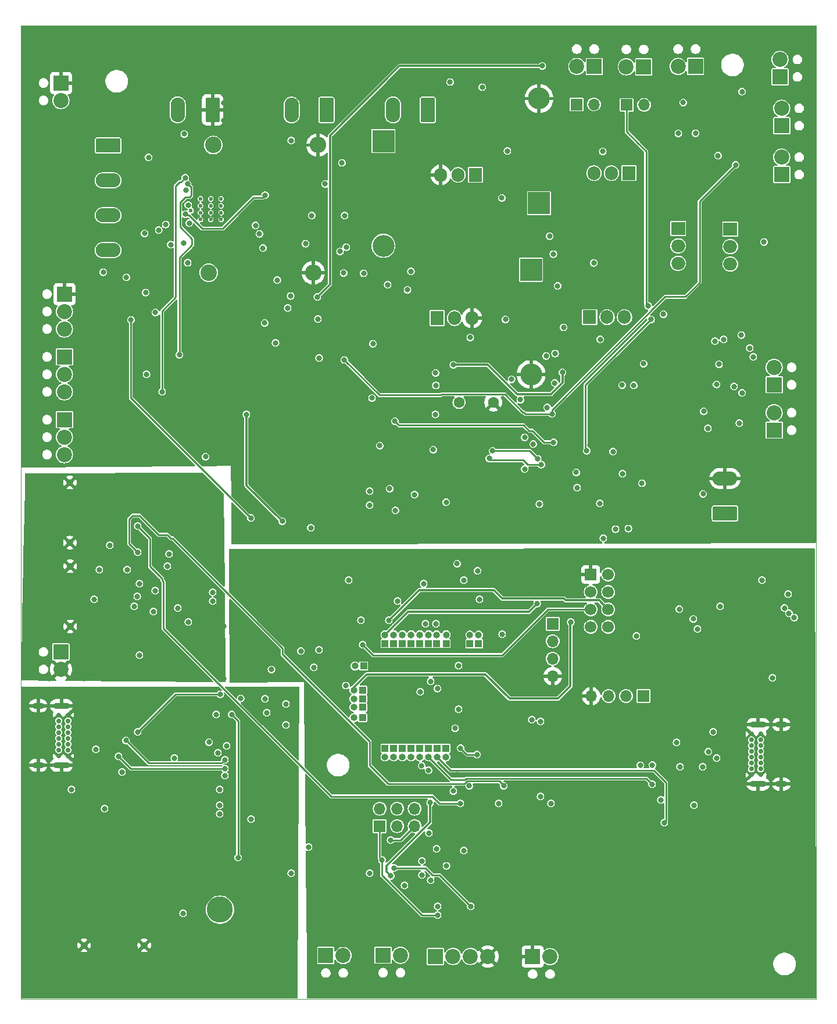
<source format=gbr>
%TF.GenerationSoftware,KiCad,Pcbnew,8.0.1*%
%TF.CreationDate,2024-08-10T17:13:53+02:00*%
%TF.ProjectId,Tracker,54726163-6b65-4722-9e6b-696361645f70,rev?*%
%TF.SameCoordinates,PX5aa5910PY998aa40*%
%TF.FileFunction,Copper,L2,Inr*%
%TF.FilePolarity,Positive*%
%FSLAX46Y46*%
G04 Gerber Fmt 4.6, Leading zero omitted, Abs format (unit mm)*
G04 Created by KiCad (PCBNEW 8.0.1) date 2024-08-10 17:13:53*
%MOMM*%
%LPD*%
G01*
G04 APERTURE LIST*
G04 Aperture macros list*
%AMRoundRect*
0 Rectangle with rounded corners*
0 $1 Rounding radius*
0 $2 $3 $4 $5 $6 $7 $8 $9 X,Y pos of 4 corners*
0 Add a 4 corners polygon primitive as box body*
4,1,4,$2,$3,$4,$5,$6,$7,$8,$9,$2,$3,0*
0 Add four circle primitives for the rounded corners*
1,1,$1+$1,$2,$3*
1,1,$1+$1,$4,$5*
1,1,$1+$1,$6,$7*
1,1,$1+$1,$8,$9*
0 Add four rect primitives between the rounded corners*
20,1,$1+$1,$2,$3,$4,$5,0*
20,1,$1+$1,$4,$5,$6,$7,0*
20,1,$1+$1,$6,$7,$8,$9,0*
20,1,$1+$1,$8,$9,$2,$3,0*%
G04 Aperture macros list end*
%TA.AperFunction,ComponentPad*%
%ADD10R,2.200000X2.200000*%
%TD*%
%TA.AperFunction,ComponentPad*%
%ADD11C,2.200000*%
%TD*%
%TA.AperFunction,ComponentPad*%
%ADD12C,0.970000*%
%TD*%
%TA.AperFunction,ComponentPad*%
%ADD13R,1.000000X1.000000*%
%TD*%
%TA.AperFunction,ComponentPad*%
%ADD14O,1.000000X1.000000*%
%TD*%
%TA.AperFunction,ComponentPad*%
%ADD15RoundRect,0.249999X0.790001X1.550001X-0.790001X1.550001X-0.790001X-1.550001X0.790001X-1.550001X0*%
%TD*%
%TA.AperFunction,ComponentPad*%
%ADD16O,2.080000X3.600000*%
%TD*%
%TA.AperFunction,ComponentPad*%
%ADD17R,1.700000X1.700000*%
%TD*%
%TA.AperFunction,ComponentPad*%
%ADD18O,1.700000X1.700000*%
%TD*%
%TA.AperFunction,ComponentPad*%
%ADD19RoundRect,0.249999X1.550001X-0.790001X1.550001X0.790001X-1.550001X0.790001X-1.550001X-0.790001X0*%
%TD*%
%TA.AperFunction,ComponentPad*%
%ADD20O,3.600000X2.080000*%
%TD*%
%TA.AperFunction,ComponentPad*%
%ADD21R,3.200000X3.200000*%
%TD*%
%TA.AperFunction,ComponentPad*%
%ADD22O,3.200000X3.200000*%
%TD*%
%TA.AperFunction,ComponentPad*%
%ADD23C,0.600000*%
%TD*%
%TA.AperFunction,ComponentPad*%
%ADD24C,1.700000*%
%TD*%
%TA.AperFunction,ComponentPad*%
%ADD25C,1.600000*%
%TD*%
%TA.AperFunction,ComponentPad*%
%ADD26R,1.905000X2.000000*%
%TD*%
%TA.AperFunction,ComponentPad*%
%ADD27O,1.905000X2.000000*%
%TD*%
%TA.AperFunction,ComponentPad*%
%ADD28C,2.400000*%
%TD*%
%TA.AperFunction,ComponentPad*%
%ADD29O,2.400000X2.400000*%
%TD*%
%TA.AperFunction,ComponentPad*%
%ADD30R,2.000000X1.905000*%
%TD*%
%TA.AperFunction,ComponentPad*%
%ADD31O,2.000000X1.905000*%
%TD*%
%TA.AperFunction,ComponentPad*%
%ADD32C,0.700000*%
%TD*%
%TA.AperFunction,ComponentPad*%
%ADD33O,2.400000X0.900000*%
%TD*%
%TA.AperFunction,ComponentPad*%
%ADD34O,1.700000X0.900000*%
%TD*%
%TA.AperFunction,ComponentPad*%
%ADD35RoundRect,0.249999X-1.550001X0.790001X-1.550001X-0.790001X1.550001X-0.790001X1.550001X0.790001X0*%
%TD*%
%TA.AperFunction,ComponentPad*%
%ADD36C,3.800000*%
%TD*%
%TA.AperFunction,ViaPad*%
%ADD37C,0.800000*%
%TD*%
%TA.AperFunction,ViaPad*%
%ADD38C,0.600000*%
%TD*%
%TA.AperFunction,Conductor*%
%ADD39C,0.250000*%
%TD*%
%TA.AperFunction,Conductor*%
%ADD40C,0.300000*%
%TD*%
%TA.AperFunction,Profile*%
%ADD41C,0.100000*%
%TD*%
G04 APERTURE END LIST*
D10*
%TO.N,+VCC_Motor*%
%TO.C,J27*%
X98225000Y135725000D03*
D11*
%TO.N,Net-(J27-Pin_2)*%
X95685000Y135725000D03*
%TD*%
D12*
%TO.N,GND_Security*%
%TO.C,J20*%
X7090000Y75150000D03*
X7090000Y66390000D03*
%TD*%
D13*
%TO.N,Net-(JP10-A)*%
%TO.C,JP10*%
X55520000Y51695000D03*
D14*
%TO.N,/MCU/PB2-D10~*%
X55520000Y52965000D03*
%TD*%
D13*
%TO.N,Net-(JP23-A)*%
%TO.C,JP23*%
X61870000Y36455000D03*
D14*
%TO.N,/WIND_INTERRUPT*%
X61870000Y35185000D03*
%TD*%
D13*
%TO.N,Net-(JP19-A)*%
%TO.C,JP19*%
X56790000Y36455000D03*
D14*
%TO.N,/Anemometer/SCL*%
X56790000Y35185000D03*
%TD*%
D15*
%TO.N,GND*%
%TO.C,J26*%
X27865000Y129422500D03*
D16*
%TO.N,+24V*%
X22785000Y129422500D03*
%TD*%
D17*
%TO.N,/MCU/PD3-D3-(INT1)~*%
%TO.C,J4*%
X77416000Y54574000D03*
D18*
%TO.N,/MCU/PD5-D5~*%
X77416000Y52034000D03*
%TO.N,/MCU/PD4-D4*%
X77416000Y49494000D03*
%TO.N,GND*%
X77416000Y46954000D03*
%TD*%
D19*
%TO.N,+24V*%
%TO.C,J6*%
X102522500Y70660000D03*
D20*
%TO.N,GND*%
X102522500Y75740000D03*
%TD*%
D10*
%TO.N,+5V*%
%TO.C,J21*%
X44360000Y6275000D03*
D11*
%TO.N,/MCU/PC1-A1*%
X46900000Y6275000D03*
%TD*%
D13*
%TO.N,Net-(JP9-A)*%
%TO.C,JP9*%
X56790000Y51695000D03*
D14*
%TO.N,/MCU/PB1-D9~*%
X56790000Y52965000D03*
%TD*%
D21*
%TO.N,Net-(D6-K)*%
%TO.C,D6*%
X52760000Y124857500D03*
D22*
%TO.N,+24V*%
X52760000Y109617500D03*
%TD*%
D13*
%TO.N,Net-(JP28-A)*%
%TO.C,JP28*%
X61895400Y51695000D03*
D14*
%TO.N,/MCU/PD5-D5~*%
X61895400Y52965000D03*
%TD*%
D23*
%TO.N,N/C*%
%TO.C,IC1*%
X26111500Y116442000D03*
X26111500Y115442000D03*
X26111500Y114442000D03*
X26111500Y113442000D03*
X27611500Y116442000D03*
X27611500Y115442000D03*
X27611500Y114442000D03*
X27611500Y113442000D03*
X29111500Y116442000D03*
X29111500Y115442000D03*
X29111500Y114442000D03*
X29111500Y113442000D03*
%TD*%
D17*
%TO.N,GND*%
%TO.C,U14*%
X82960000Y61740000D03*
D24*
%TO.N,+3.3V*%
X85500000Y61740000D03*
%TO.N,/MCU/A6*%
X82960000Y59200000D03*
%TO.N,/MCU/PC3-A3*%
X85500000Y59200000D03*
%TO.N,/MCU/CLK*%
X82960000Y56660000D03*
%TO.N,/MCU/MOSI*%
X85500000Y56660000D03*
%TO.N,/MCU/MISO*%
X82960000Y54120000D03*
%TO.N,unconnected-(U14-IRQ-Pad8)*%
X85500000Y54120000D03*
%TD*%
D13*
%TO.N,Net-(JP18-A)*%
%TO.C,JP18*%
X55520000Y36455000D03*
D14*
%TO.N,/Anemometer/SDA*%
X55520000Y35185000D03*
%TD*%
D25*
%TO.N,+VCap*%
%TO.C,C19*%
X63775000Y86800000D03*
%TO.N,GND*%
X68775000Y86800000D03*
%TD*%
D26*
%TO.N,Net-(Q3-D)*%
%TO.C,Q5*%
X66165000Y119932500D03*
D27*
%TO.N,Net-(D11-K)*%
X63625000Y119932500D03*
%TO.N,GND*%
X61085000Y119932500D03*
%TD*%
D10*
%TO.N,+5V_Security*%
%TO.C,J36*%
X109674000Y82768000D03*
D11*
%TO.N,Net-(D32-A)*%
X109674000Y85308000D03*
%TD*%
D13*
%TO.N,Net-(JP1-A)*%
%TO.C,JP1*%
X49730000Y44922000D03*
D14*
%TO.N,/MCU/A6*%
X48460000Y44922000D03*
%TD*%
D13*
%TO.N,Net-(JP27-A)*%
%TO.C,JP27*%
X60498400Y51695000D03*
D14*
%TO.N,/GNSS_RX*%
X60498400Y52965000D03*
%TD*%
D28*
%TO.N,/Stepper/SENSE_A*%
%TO.C,R80*%
X27975000Y124275000D03*
D29*
%TO.N,GND*%
X43215000Y124275000D03*
%TD*%
D17*
%TO.N,Net-(J23-Pin_1)*%
%TO.C,JP8*%
X80885000Y130200000D03*
D18*
%TO.N,/Motors/ENABLED*%
X83425000Y130200000D03*
%TD*%
D13*
%TO.N,Net-(JP3-A)*%
%TO.C,JP3*%
X49730000Y43652000D03*
D14*
%TO.N,/MCU/A7*%
X48460000Y43652000D03*
%TD*%
D10*
%TO.N,Net-(J35-Pin_1)*%
%TO.C,J35*%
X109674000Y89372000D03*
D11*
%TO.N,+5V_Security*%
X109674000Y91912000D03*
%TD*%
D13*
%TO.N,Net-(JP14-A)*%
%TO.C,JP14*%
X49728800Y42424000D03*
D14*
%TO.N,/MCU/PC0-A0*%
X48458800Y42424000D03*
%TD*%
D10*
%TO.N,Net-(J23-Pin_1)*%
%TO.C,J23*%
X90675000Y135675000D03*
D11*
%TO.N,Net-(J23-Pin_2)*%
X88135000Y135675000D03*
%TD*%
D12*
%TO.N,GND_Security*%
%TO.C,J2*%
X7130000Y62950000D03*
X7130000Y54190000D03*
%TD*%
D13*
%TO.N,Net-(JP22-A)*%
%TO.C,JP22*%
X60600000Y36455000D03*
D14*
%TO.N,/MCU/RX*%
X60600000Y35185000D03*
%TD*%
D13*
%TO.N,Net-(JP20-A)*%
%TO.C,JP20*%
X58060000Y36455000D03*
D14*
%TO.N,/DTR*%
X58060000Y35185000D03*
%TD*%
D13*
%TO.N,Net-(JP2-A)*%
%TO.C,JP2*%
X58060000Y51695000D03*
D14*
%TO.N,/MCU/PB0*%
X58060000Y52965000D03*
%TD*%
D17*
%TO.N,/Anemometer/SDA*%
%TO.C,J8*%
X52210000Y25110000D03*
D18*
X52210000Y27650000D03*
%TO.N,/OLED/B*%
X54750000Y25110000D03*
%TO.N,/OLED/A*%
X54750000Y27650000D03*
%TO.N,/Anemometer/SCL*%
X57290000Y25110000D03*
X57290000Y27650000D03*
%TD*%
D13*
%TO.N,Net-(JP24-A)*%
%TO.C,JP24*%
X66620000Y51665000D03*
D14*
%TO.N,/MCU/PD3-D3-(INT1)~*%
X66620000Y52935000D03*
%TD*%
D26*
%TO.N,Net-(Q6-G)*%
%TO.C,Q6*%
X82800000Y99220000D03*
D27*
%TO.N,Net-(D14-A)*%
X85340000Y99220000D03*
%TO.N,+VCC_Motor*%
X87880000Y99220000D03*
%TD*%
D10*
%TO.N,+5V*%
%TO.C,J19*%
X52700000Y6315000D03*
D11*
%TO.N,/MCU/PC2-A2*%
X55240000Y6315000D03*
%TD*%
D13*
%TO.N,Net-(JP11-A)*%
%TO.C,JP11*%
X54250000Y51695000D03*
D14*
%TO.N,/MCU/MOSI*%
X54250000Y52965000D03*
%TD*%
D10*
%TO.N,+5V*%
%TO.C,J18*%
X60340000Y6135000D03*
D11*
%TO.N,/Anemometer/SDA*%
X62880000Y6135000D03*
%TO.N,/Anemometer/SCL*%
X65420000Y6135000D03*
%TO.N,GND*%
X67960000Y6135000D03*
%TD*%
D10*
%TO.N,/Motors/ENABLED*%
%TO.C,J25*%
X83470000Y135720000D03*
D11*
%TO.N,Net-(J23-Pin_1)*%
X80930000Y135720000D03*
%TD*%
D28*
%TO.N,/Stepper/SENSE_B*%
%TO.C,R79*%
X27305000Y105700000D03*
D29*
%TO.N,GND*%
X42545000Y105700000D03*
%TD*%
D10*
%TO.N,Net-(J29-Pin_1)*%
%TO.C,J29*%
X110775000Y127092000D03*
D11*
%TO.N,/Motors/IN_A*%
X110775000Y129632000D03*
%TD*%
D15*
%TO.N,Net-(D9-A)*%
%TO.C,J33*%
X59240000Y129397500D03*
D16*
%TO.N,Net-(D6-K)*%
X54160000Y129397500D03*
%TD*%
D10*
%TO.N,/Stepper/STEP_CW*%
%TO.C,J32*%
X6296000Y93436000D03*
D11*
%TO.N,/Stepper/STEP_ENABLE*%
X6296000Y90896000D03*
%TO.N,/Stepper/STEP_PULSE*%
X6296000Y88356000D03*
%TD*%
D13*
%TO.N,Net-(JP12-A)*%
%TO.C,JP12*%
X52980000Y51695000D03*
D14*
%TO.N,/MCU/MISO*%
X52980000Y52965000D03*
%TD*%
D13*
%TO.N,Net-(JP25-A)*%
%TO.C,JP25*%
X65350000Y51665000D03*
D14*
%TO.N,/MCU/PD4-D4*%
X65350000Y52935000D03*
%TD*%
D30*
%TO.N,Net-(Q2-G)*%
%TO.C,Q2*%
X103270000Y112040000D03*
D31*
%TO.N,+VCC_Motor*%
X103270000Y109500000D03*
%TO.N,Net-(D9-A)*%
X103270000Y106960000D03*
%TD*%
D15*
%TO.N,Net-(D11-K)*%
%TO.C,J7*%
X44455000Y129375000D03*
D16*
%TO.N,Net-(D14-A)*%
X39375000Y129375000D03*
%TD*%
D21*
%TO.N,Net-(D14-A)*%
%TO.C,D15*%
X74270000Y106120000D03*
D22*
%TO.N,GND*%
X74270000Y90880000D03*
%TD*%
D32*
%TO.N,GND*%
%TO.C,J3*%
X106350000Y32590000D03*
%TO.N,+5V*%
X106350000Y33440000D03*
%TO.N,unconnected-(J3-CC1-PadA5)*%
X106350000Y34290000D03*
%TO.N,Net-(J3-D+-PadA6)*%
X106350000Y35140000D03*
%TO.N,Net-(J3-D--PadA7)*%
X106350000Y35990000D03*
%TO.N,unconnected-(J3-SBU1-PadA8)*%
X106350000Y36840000D03*
%TO.N,+5V*%
X106350000Y37690000D03*
%TO.N,GND*%
X106350000Y38540000D03*
X107700000Y38540000D03*
%TO.N,+5V*%
X107700000Y37690000D03*
%TO.N,unconnected-(J3-CC2-PadB5)*%
X107700000Y36840000D03*
%TO.N,Net-(J3-D+-PadA6)*%
X107700000Y35990000D03*
%TO.N,Net-(J3-D--PadA7)*%
X107700000Y35140000D03*
%TO.N,unconnected-(J3-SBU2-PadB8)*%
X107700000Y34290000D03*
%TO.N,+5V*%
X107700000Y33440000D03*
%TO.N,GND*%
X107700000Y32590000D03*
D33*
X107330000Y31240000D03*
D34*
X110710000Y31240000D03*
D33*
X107330000Y39890000D03*
D34*
X110710000Y39890000D03*
%TD*%
D13*
%TO.N,Net-(JP21-A)*%
%TO.C,JP21*%
X59330000Y36455000D03*
D14*
%TO.N,/MCU/TX*%
X59330000Y35185000D03*
%TD*%
D32*
%TO.N,GND_GNSS*%
%TO.C,J5*%
X6825000Y41300000D03*
%TO.N,/GNSS/VBus*%
X6825000Y40450000D03*
%TO.N,unconnected-(J5-CC1-PadA5)*%
X6825000Y39600000D03*
%TO.N,Net-(J5-D+-PadA6)*%
X6825000Y38750000D03*
%TO.N,Net-(J5-D--PadA7)*%
X6825000Y37900000D03*
%TO.N,unconnected-(J5-SBU1-PadA8)*%
X6825000Y37050000D03*
%TO.N,/GNSS/VBus*%
X6825000Y36200000D03*
%TO.N,GND_GNSS*%
X6825000Y35350000D03*
X5475000Y35350000D03*
%TO.N,/GNSS/VBus*%
X5475000Y36200000D03*
%TO.N,unconnected-(J5-CC2-PadB5)*%
X5475000Y37050000D03*
%TO.N,Net-(J5-D+-PadA6)*%
X5475000Y37900000D03*
%TO.N,Net-(J5-D--PadA7)*%
X5475000Y38750000D03*
%TO.N,unconnected-(J5-SBU2-PadB8)*%
X5475000Y39600000D03*
%TO.N,/GNSS/VBus*%
X5475000Y40450000D03*
%TO.N,GND_GNSS*%
X5475000Y41300000D03*
D33*
X5845000Y42650000D03*
D34*
X2465000Y42650000D03*
D33*
X5845000Y34000000D03*
D34*
X2465000Y34000000D03*
%TD*%
D26*
%TO.N,Net-(Q4-G)*%
%TO.C,Q4*%
X88510000Y120180000D03*
D27*
%TO.N,Net-(D11-K)*%
X85970000Y120180000D03*
%TO.N,+VCC_Motor*%
X83430000Y120180000D03*
%TD*%
D30*
%TO.N,Net-(D11-K)*%
%TO.C,D13*%
X95690000Y112150000D03*
D31*
%TO.N,+VCC_Motor*%
X95690000Y109610000D03*
%TO.N,Net-(D14-A)*%
X95690000Y107070000D03*
%TD*%
D10*
%TO.N,Net-(J1-Pin_1)*%
%TO.C,J1*%
X5780000Y50480000D03*
D11*
%TO.N,GND_Security*%
X5780000Y47940000D03*
%TD*%
D13*
%TO.N,Net-(JP13-A)*%
%TO.C,JP13*%
X49875000Y48425000D03*
D14*
%TO.N,/MCU/CLK*%
X48605000Y48425000D03*
%TD*%
D13*
%TO.N,Net-(JP26-A)*%
%TO.C,JP26*%
X59330000Y51695000D03*
D14*
%TO.N,/GNSS_TX*%
X59330000Y52965000D03*
%TD*%
D10*
%TO.N,GND*%
%TO.C,J22*%
X5788000Y133314000D03*
D11*
%TO.N,Net-(J22-Pin_2)*%
X5788000Y130774000D03*
%TD*%
D10*
%TO.N,GND*%
%TO.C,J11*%
X74500000Y6110000D03*
D11*
%TO.N,/DTR*%
X77040000Y6110000D03*
%TD*%
D17*
%TO.N,/OLED/A*%
%TO.C,J9*%
X90640000Y44050000D03*
D18*
%TO.N,/OLED/B*%
X88100000Y44050000D03*
%TO.N,+5V*%
X85560000Y44050000D03*
%TO.N,GND*%
X83020000Y44050000D03*
%TD*%
D21*
%TO.N,Net-(D11-K)*%
%TO.C,D11*%
X75420000Y115810000D03*
D22*
%TO.N,GND*%
X75420000Y131050000D03*
%TD*%
D10*
%TO.N,/Motors/IN_B*%
%TO.C,J30*%
X110521000Y134204000D03*
D11*
%TO.N,Net-(J30-Pin_2)*%
X110521000Y136744000D03*
%TD*%
D17*
%TO.N,Net-(J23-Pin_2)*%
%TO.C,JP29*%
X88185000Y130125000D03*
D18*
%TO.N,Net-(J23-Pin_1)*%
X90725000Y130125000D03*
%TD*%
D10*
%TO.N,+5V*%
%TO.C,J31*%
X6296000Y84292000D03*
D11*
X6296000Y81752000D03*
X6296000Y79212000D03*
%TD*%
D26*
%TO.N,Net-(Q7-G)*%
%TO.C,Q7*%
X60576800Y99090800D03*
D27*
%TO.N,Net-(D14-A)*%
X63116800Y99090800D03*
%TO.N,GND*%
X65656800Y99090800D03*
%TD*%
D13*
%TO.N,Net-(JP17-A)*%
%TO.C,JP17*%
X54250000Y36455000D03*
D14*
%TO.N,/MCU/PC3-A3*%
X54250000Y35185000D03*
%TD*%
D35*
%TO.N,Net-(IC1-OUT1A)*%
%TO.C,J16*%
X12646000Y124200000D03*
D20*
%TO.N,Net-(IC1-OUT2A)*%
X12646000Y119120000D03*
%TO.N,Net-(IC1-OUT1B)*%
X12646000Y114040000D03*
%TO.N,Net-(IC1-OUT2B)*%
X12646000Y108960000D03*
%TD*%
D10*
%TO.N,GND*%
%TO.C,J12*%
X6296000Y102580000D03*
D11*
%TO.N,Net-(J12-Pin_2)*%
X6296000Y100040000D03*
%TO.N,+VCC_Motor*%
X6296000Y97500000D03*
%TD*%
D13*
%TO.N,Net-(JP15-A)*%
%TO.C,JP15*%
X49730000Y40900000D03*
D14*
%TO.N,/MCU/PC1-A1*%
X48460000Y40900000D03*
%TD*%
D10*
%TO.N,/Motors/ENABLED*%
%TO.C,J28*%
X110775000Y119980000D03*
D11*
%TO.N,Net-(J28-Pin_2)*%
X110775000Y122520000D03*
%TD*%
D13*
%TO.N,Net-(JP16-A)*%
%TO.C,JP16*%
X52980000Y36455000D03*
D14*
%TO.N,/MCU/PC2-A2*%
X52980000Y35185000D03*
%TD*%
D12*
%TO.N,GND_GNSS*%
%TO.C,J10*%
X9150000Y7750000D03*
X17910000Y7750000D03*
%TD*%
D36*
%TO.N,Net-(AE1-A)*%
%TO.C,AE1*%
X28950000Y12950000D03*
%TD*%
D37*
%TO.N,GND_GNSS*%
X38960000Y2220000D03*
X38960000Y4760000D03*
X38960000Y7300000D03*
X38960000Y9840000D03*
X38960000Y12380000D03*
X38960000Y14920000D03*
X38960000Y20000000D03*
X38960000Y22540000D03*
X38960000Y25080000D03*
X38960000Y27620000D03*
X38960000Y30160000D03*
X38960000Y37780000D03*
X36420000Y2220000D03*
X36420000Y4760000D03*
X36420000Y7300000D03*
X36420000Y9840000D03*
X36420000Y14920000D03*
X36420000Y30160000D03*
X33880000Y2220000D03*
X33880000Y4760000D03*
X33880000Y7300000D03*
X33880000Y9840000D03*
X31340000Y4760000D03*
X31340000Y7300000D03*
X31340000Y14920000D03*
X28800000Y4760000D03*
X28800000Y7300000D03*
X28800000Y17460000D03*
X28800000Y22540000D03*
X26260000Y2220000D03*
X26260000Y4760000D03*
X26260000Y7300000D03*
X26260000Y12380000D03*
X26260000Y27620000D03*
X26260000Y35240000D03*
X23720000Y2220000D03*
X23720000Y27620000D03*
X23720000Y35240000D03*
X21180000Y2220000D03*
X21180000Y12380000D03*
X21180000Y17460000D03*
X21180000Y20000000D03*
X21180000Y22540000D03*
X21180000Y30160000D03*
X18640000Y17460000D03*
X18640000Y20000000D03*
X18640000Y42860000D03*
X16100000Y2220000D03*
X16100000Y4760000D03*
X16100000Y7300000D03*
X16100000Y12380000D03*
X16100000Y17460000D03*
X16100000Y20000000D03*
X16100000Y22540000D03*
X16100000Y25080000D03*
X13560000Y14920000D03*
X13560000Y17460000D03*
X13560000Y20000000D03*
X13560000Y22540000D03*
X13560000Y25080000D03*
X11020000Y2220000D03*
X11020000Y4760000D03*
X11020000Y7300000D03*
X11020000Y12380000D03*
X11020000Y14920000D03*
X11020000Y17460000D03*
X11020000Y20000000D03*
X11020000Y22540000D03*
X11020000Y25080000D03*
X11020000Y30160000D03*
X11020000Y32700000D03*
X8480000Y12380000D03*
X8480000Y14920000D03*
X8480000Y17460000D03*
X8480000Y20000000D03*
X8480000Y22540000D03*
X8480000Y25080000D03*
X8480000Y27620000D03*
X5940000Y2220000D03*
X5940000Y4760000D03*
X5940000Y7300000D03*
X5940000Y12380000D03*
X5940000Y14920000D03*
X5940000Y17460000D03*
X5940000Y20000000D03*
X5940000Y22540000D03*
X5940000Y25080000D03*
X5940000Y32700000D03*
X3400000Y2220000D03*
X3400000Y4760000D03*
X3400000Y7300000D03*
X3400000Y9840000D03*
X3400000Y12380000D03*
X3400000Y14920000D03*
X3400000Y17460000D03*
X3400000Y20000000D03*
X3400000Y22540000D03*
X3400000Y25080000D03*
X3400000Y30160000D03*
X3400000Y32700000D03*
X3400000Y35240000D03*
X3400000Y40320000D03*
%TO.N,+5V*%
X47280000Y45580000D03*
X99260000Y33746000D03*
X58366000Y17998000D03*
X77510000Y108390000D03*
X95958000Y33746000D03*
X73321520Y77112399D03*
X50746000Y18252000D03*
X47698000Y60924000D03*
X61939586Y19327087D03*
X60627806Y45146958D03*
X74580000Y80730000D03*
X58112000Y44668000D03*
X64462000Y21554000D03*
X54810000Y57876000D03*
X76460000Y93570000D03*
X42325000Y114025000D03*
X15300000Y105025000D03*
X95450000Y37302000D03*
X79000000Y97740000D03*
X83410000Y107120000D03*
X11950000Y105775000D03*
X58620000Y60416000D03*
X24249573Y107143598D03*
X47110000Y114010000D03*
X75638000Y29428000D03*
X62938000Y30227000D03*
X63997702Y36462298D03*
X57290000Y73380000D03*
X66380000Y35530000D03*
%TO.N,GND*%
X14280000Y130430000D03*
X11740000Y135510000D03*
X110800000Y102490000D03*
X95560000Y72010000D03*
X9200000Y122810000D03*
X67620000Y138050000D03*
X85400000Y31370000D03*
X9200000Y79630000D03*
X6660000Y117730000D03*
X42220000Y13590000D03*
X42220000Y16130000D03*
X90480000Y46610000D03*
X105720000Y127890000D03*
X9200000Y94870000D03*
X34600000Y66930000D03*
X82860000Y23750000D03*
X113340000Y36450000D03*
X98100000Y16130000D03*
X9200000Y112650000D03*
X90480000Y28830000D03*
X105720000Y117730000D03*
X65080000Y140590000D03*
X39680000Y66930000D03*
X67620000Y18670000D03*
X67620000Y13590000D03*
X67620000Y11050000D03*
X105720000Y66930000D03*
X21900000Y79630000D03*
X93020000Y44070000D03*
X4120000Y125350000D03*
X16820000Y79630000D03*
X103180000Y122810000D03*
X113340000Y110110000D03*
X93020000Y46610000D03*
X87940000Y110110000D03*
X4120000Y92330000D03*
X98120000Y83110000D03*
X6660000Y127890000D03*
X44760000Y11050000D03*
X32060000Y61850000D03*
X77780000Y61850000D03*
X72700000Y138050000D03*
X1580000Y135510000D03*
X47300000Y138050000D03*
X72700000Y122810000D03*
X80320000Y31370000D03*
X47300000Y87250000D03*
X6660000Y138050000D03*
X93020000Y64390000D03*
X93020000Y138050000D03*
X108260000Y5970000D03*
X52380000Y33910000D03*
X105720000Y140590000D03*
X110800000Y117730000D03*
X65080000Y16130000D03*
X4120000Y94870000D03*
X113340000Y89790000D03*
X37140000Y135510000D03*
X14280000Y87250000D03*
X4120000Y105030000D03*
X4120000Y122810000D03*
X79220000Y127120000D03*
X34600000Y122810000D03*
X52380000Y49150000D03*
X11740000Y140590000D03*
X67620000Y3430000D03*
X113340000Y74550000D03*
X62540000Y138050000D03*
X103180000Y38990000D03*
X105720000Y18670000D03*
X9200000Y125350000D03*
X57460000Y122810000D03*
X113340000Y102490000D03*
X103180000Y82170000D03*
X103180000Y23750000D03*
X110800000Y107570000D03*
X24440000Y135510000D03*
X54920000Y94870000D03*
X72700000Y5970000D03*
X67620000Y140590000D03*
X87940000Y18670000D03*
X54920000Y99950000D03*
X108260000Y28830000D03*
X37140000Y61850000D03*
X60000000Y61850000D03*
X93020000Y117730000D03*
X34600000Y92330000D03*
X54920000Y115190000D03*
X16820000Y89790000D03*
X44760000Y36450000D03*
X4120000Y135510000D03*
X34600000Y59310000D03*
X72700000Y11050000D03*
X16820000Y140590000D03*
X72700000Y130430000D03*
X100640000Y3430000D03*
X90480000Y87250000D03*
X67620000Y125350000D03*
X108260000Y87250000D03*
X9200000Y82170000D03*
X80320000Y59310000D03*
X26980000Y138050000D03*
X93020000Y105030000D03*
X98100000Y38990000D03*
X103180000Y102490000D03*
X103180000Y3430000D03*
X11740000Y79630000D03*
X9200000Y115190000D03*
X34600000Y51690000D03*
X98100000Y79630000D03*
X55138958Y20250001D03*
X113340000Y5970000D03*
X103180000Y125350000D03*
X90480000Y59310000D03*
X42220000Y33910000D03*
X100640000Y18670000D03*
X85400000Y110110000D03*
X19360000Y94870000D03*
X47300000Y84710000D03*
X49840000Y36450000D03*
X98100000Y3430000D03*
X17925000Y106050000D03*
X75240000Y36450000D03*
X62540000Y140590000D03*
X100640000Y26290000D03*
X90480000Y61850000D03*
X90480000Y21210000D03*
X34600000Y115190000D03*
X9200000Y132970000D03*
X100640000Y23750000D03*
X6660000Y120270000D03*
X82860000Y41530000D03*
X105720000Y46610000D03*
X39680000Y122810000D03*
X95560000Y92330000D03*
X52380000Y127890000D03*
X102290000Y64680000D03*
X90480000Y41530000D03*
X34600000Y127890000D03*
X16820000Y82170000D03*
X110800000Y69470000D03*
X19360000Y130430000D03*
X9200000Y117730000D03*
X113340000Y23750000D03*
X70160000Y3430000D03*
X4120000Y140590000D03*
X70160000Y125350000D03*
X100640000Y64390000D03*
X113340000Y72010000D03*
X57460000Y138050000D03*
X110800000Y72010000D03*
X52380000Y138050000D03*
X57460000Y115190000D03*
X110800000Y112650000D03*
X54920000Y138050000D03*
X14280000Y89790000D03*
X39680000Y64390000D03*
X80320000Y3430000D03*
X93020000Y41530000D03*
X87940000Y61850000D03*
X42220000Y36450000D03*
X108260000Y140590000D03*
X110800000Y61850000D03*
X70160000Y5970000D03*
X103180000Y46610000D03*
X39680000Y82170000D03*
X95560000Y21210000D03*
X67620000Y89790000D03*
X60730323Y43131729D03*
X11740000Y138050000D03*
X32060000Y59310000D03*
X105720000Y79630000D03*
X70160000Y8510000D03*
X108260000Y16130000D03*
X70160000Y61850000D03*
X37140000Y92330000D03*
X93020000Y16130000D03*
X108260000Y127890000D03*
X80320000Y5970000D03*
X98100000Y8510000D03*
X67620000Y16130000D03*
X52380000Y38990000D03*
X24440000Y127890000D03*
X93020000Y59310000D03*
X62540000Y13590000D03*
X113340000Y18670000D03*
X95560000Y8510000D03*
X16820000Y94870000D03*
X98100000Y61850000D03*
X100640000Y105030000D03*
X95560000Y66930000D03*
X19360000Y127890000D03*
X42220000Y79630000D03*
X9200000Y102490000D03*
X9200000Y140590000D03*
X113340000Y135510000D03*
X75240000Y13590000D03*
X100640000Y5970000D03*
X87940000Y66930000D03*
X93020000Y21210000D03*
X4120000Y138050000D03*
X110800000Y115190000D03*
X14280000Y84710000D03*
X52380000Y112650000D03*
X60000000Y41530000D03*
X108260000Y23750000D03*
X80320000Y23750000D03*
X72700000Y94870000D03*
X113340000Y107570000D03*
X49840000Y125350000D03*
X108260000Y102490000D03*
X65080000Y18670000D03*
X85400000Y41530000D03*
X39680000Y87250000D03*
X105720000Y28830000D03*
X98100000Y23750000D03*
X39680000Y69470000D03*
X105720000Y72010000D03*
X82860000Y66930000D03*
X108260000Y41530000D03*
X110800000Y74550000D03*
X83240000Y83630000D03*
X113340000Y77090000D03*
X44760000Y13590000D03*
X47300000Y59310000D03*
X44760000Y66930000D03*
X110800000Y16130000D03*
X52380000Y135510000D03*
X110800000Y66930000D03*
X105720000Y16130000D03*
X54920000Y112650000D03*
X24440000Y102490000D03*
X80320000Y122810000D03*
X105720000Y3430000D03*
X16820000Y130430000D03*
X85400000Y16130000D03*
X37140000Y127890000D03*
X80320000Y115190000D03*
X103180000Y105030000D03*
X113340000Y41530000D03*
X98100000Y21210000D03*
X29520000Y130430000D03*
X95560000Y94870000D03*
X113340000Y8510000D03*
X93020000Y18670000D03*
X49840000Y31370000D03*
X110800000Y18670000D03*
X82860000Y117730000D03*
X110800000Y49150000D03*
X9200000Y120270000D03*
X49840000Y11050000D03*
X85400000Y112650000D03*
X47300000Y69470000D03*
X77780000Y21210000D03*
X1580000Y107570000D03*
X113340000Y97410000D03*
X113340000Y105030000D03*
X108260000Y125350000D03*
X52380000Y61850000D03*
X105720000Y23750000D03*
X95560000Y16130000D03*
X113340000Y82170000D03*
X77780000Y26290000D03*
X80320000Y18670000D03*
X110800000Y64390000D03*
X105720000Y102490000D03*
X19360000Y125350000D03*
X75240000Y61850000D03*
X67620000Y8510000D03*
X32060000Y87250000D03*
X52380000Y97410000D03*
X110800000Y33910000D03*
X11740000Y82170000D03*
X110800000Y36450000D03*
X105720000Y82170000D03*
X44760000Y72010000D03*
X103180000Y132970000D03*
X75240000Y122810000D03*
X11740000Y87250000D03*
X111452000Y53558000D03*
X113340000Y117730000D03*
X63530000Y32580000D03*
X82860000Y77090000D03*
X95560000Y46610000D03*
X105720000Y115190000D03*
X103180000Y26290000D03*
X26980000Y135510000D03*
X29520000Y135510000D03*
X37140000Y79630000D03*
X96720000Y28158000D03*
X90480000Y69470000D03*
X77780000Y11050000D03*
X37140000Y115190000D03*
X95560000Y5970000D03*
X4120000Y127890000D03*
X82870000Y80590000D03*
X87940000Y28830000D03*
X32060000Y105030000D03*
X67620000Y23750000D03*
X72700000Y140590000D03*
X32060000Y46610000D03*
X72700000Y61850000D03*
X75240000Y46610000D03*
X67620000Y127890000D03*
X85400000Y21210000D03*
X44760000Y18670000D03*
X6660000Y107570000D03*
X57460000Y8510000D03*
X82860000Y16130000D03*
X80320000Y16130000D03*
X87940000Y23750000D03*
X1580000Y138050000D03*
X39680000Y94870000D03*
X44760000Y41530000D03*
X44760000Y69470000D03*
X75240000Y59310000D03*
X6660000Y115190000D03*
X113340000Y132970000D03*
X52380000Y66930000D03*
X75240000Y11050000D03*
X80320000Y11050000D03*
X75240000Y16130000D03*
X108260000Y44070000D03*
X103180000Y87250000D03*
X103180000Y5970000D03*
X62540000Y3430000D03*
X100640000Y132970000D03*
X108260000Y79630000D03*
X108260000Y77090000D03*
X95560000Y3430000D03*
X109674000Y52542000D03*
X109674000Y54066000D03*
X75240000Y18670000D03*
X100640000Y8510000D03*
X34600000Y84710000D03*
X39680000Y120270000D03*
X100640000Y16130000D03*
X95560000Y18670000D03*
X57460000Y94870000D03*
X82860000Y21210000D03*
X105720000Y8510000D03*
X29520000Y127890000D03*
X100640000Y28830000D03*
X77780000Y138050000D03*
X103180000Y138050000D03*
X6660000Y140590000D03*
X108260000Y74550000D03*
X65080000Y3430000D03*
X16820000Y84710000D03*
X47300000Y140590000D03*
X4120000Y107570000D03*
X57460000Y117730000D03*
X98100000Y44070000D03*
X98100000Y115190000D03*
X85400000Y18670000D03*
X108260000Y69470000D03*
X42220000Y127890000D03*
X54920000Y41530000D03*
X32060000Y64390000D03*
X95560000Y105030000D03*
X9200000Y105030000D03*
X21900000Y138050000D03*
X44760000Y16130000D03*
X77780000Y122810000D03*
X70160000Y13590000D03*
X4120000Y87250000D03*
X4120000Y120270000D03*
X93020000Y66930000D03*
X108260000Y18670000D03*
X39680000Y79630000D03*
X85400000Y138050000D03*
X113340000Y21210000D03*
X75240000Y23750000D03*
X6660000Y112650000D03*
X32060000Y66930000D03*
X110800000Y21210000D03*
X85400000Y36450000D03*
X14280000Y127890000D03*
X94434000Y54320000D03*
X100640000Y49150000D03*
X110800000Y41530000D03*
X32060000Y74550000D03*
X105720000Y41530000D03*
X74990000Y108390000D03*
X105720000Y77090000D03*
X49840000Y61850000D03*
X34600000Y64390000D03*
X72700000Y18670000D03*
X52380000Y56770000D03*
X113340000Y140590000D03*
X70160000Y74550000D03*
X103180000Y18670000D03*
X110800000Y110110000D03*
X105720000Y74550000D03*
X90480000Y49150000D03*
X93020000Y127890000D03*
X57460000Y125350000D03*
X103180000Y84710000D03*
X72700000Y13590000D03*
X37140000Y125350000D03*
X39680000Y46610000D03*
X98100000Y18670000D03*
X14280000Y94870000D03*
X44760000Y8510000D03*
X52380000Y102490000D03*
X113340000Y38990000D03*
X16820000Y135510000D03*
X4120000Y89790000D03*
X47300000Y79630000D03*
X47300000Y135510000D03*
X110800000Y105030000D03*
X110800000Y28830000D03*
X100640000Y99950000D03*
X99350000Y97650000D03*
X80320000Y21210000D03*
X34600000Y125350000D03*
X65080000Y84710000D03*
X98100000Y5970000D03*
X113340000Y112650000D03*
X110800000Y77090000D03*
X103180000Y44070000D03*
X107975000Y98150000D03*
X6660000Y135510000D03*
X49840000Y79630000D03*
X70160000Y72010000D03*
X105720000Y135510000D03*
X110800000Y44070000D03*
X90480000Y16130000D03*
X70160000Y16130000D03*
X110800000Y23750000D03*
X32060000Y138050000D03*
X42220000Y11050000D03*
X49840000Y13590000D03*
X44760000Y21210000D03*
X32060000Y127890000D03*
X105720000Y21210000D03*
X75240000Y138050000D03*
X16820000Y138050000D03*
X37140000Y120270000D03*
X32060000Y122810000D03*
X113340000Y69470000D03*
X103180000Y21210000D03*
X34600000Y138050000D03*
X60000000Y112650000D03*
X77780000Y135510000D03*
X42220000Y117730000D03*
X1580000Y110110000D03*
X60000000Y64390000D03*
X77780000Y72010000D03*
X105720000Y69470000D03*
X108260000Y49150000D03*
X60000000Y3430000D03*
X82860000Y36450000D03*
X47300000Y36450000D03*
X44760000Y135510000D03*
X34600000Y120270000D03*
X103180000Y99950000D03*
X37140000Y140590000D03*
X108260000Y115190000D03*
X99076372Y55585923D03*
X42220000Y120270000D03*
X87940000Y21210000D03*
X100640000Y21210000D03*
X9200000Y135510000D03*
X62540000Y79630000D03*
X113340000Y28830000D03*
X32060000Y130430000D03*
X72700000Y8510000D03*
X103180000Y8510000D03*
X113340000Y13590000D03*
X6660000Y110110000D03*
X29520000Y105030000D03*
X42220000Y5970000D03*
X98100000Y107570000D03*
X49840000Y5970000D03*
X32060000Y92330000D03*
X29520000Y138050000D03*
X108260000Y8510000D03*
X37140000Y138050000D03*
X6660000Y122810000D03*
X108260000Y72010000D03*
X54920000Y66930000D03*
X60000000Y117730000D03*
X95560000Y115190000D03*
X14280000Y82170000D03*
X82860000Y31370000D03*
X11740000Y127890000D03*
X42220000Y26290000D03*
X77780000Y8510000D03*
X95560000Y64390000D03*
X113340000Y33910000D03*
X44760000Y56770000D03*
X113340000Y92330000D03*
X110800000Y97410000D03*
X80320000Y61850000D03*
X54920000Y97410000D03*
X42220000Y130430000D03*
X70160000Y51690000D03*
X77780000Y16130000D03*
X103180000Y28830000D03*
X77780000Y59310000D03*
X110800000Y140590000D03*
X9200000Y89790000D03*
X65080000Y138050000D03*
X70160000Y94870000D03*
X108260000Y21210000D03*
X4120000Y117730000D03*
X95560000Y44070000D03*
X105720000Y105030000D03*
X102290000Y67090000D03*
X77780000Y117730000D03*
X80320000Y13590000D03*
X26980000Y102490000D03*
X110800000Y79630000D03*
X19360000Y82170000D03*
X97990000Y25740998D03*
X32060000Y125350000D03*
X82860000Y18670000D03*
X93020000Y49150000D03*
X85400000Y23750000D03*
X75240000Y8510000D03*
X44760000Y31370000D03*
X57460000Y66930000D03*
X105720000Y138050000D03*
X16820000Y132970000D03*
X1580000Y127890000D03*
X77780000Y18670000D03*
X42220000Y8510000D03*
X100640000Y79630000D03*
X80320000Y117730000D03*
X70160000Y18670000D03*
X75240000Y140590000D03*
X110800000Y11050000D03*
X52380000Y117730000D03*
X100640000Y61850000D03*
X70160000Y120270000D03*
X44760000Y138050000D03*
X103180000Y79630000D03*
X47300000Y38990000D03*
X60000000Y125350000D03*
X98100000Y49150000D03*
X49840000Y140590000D03*
X87940000Y31370000D03*
X32060000Y102490000D03*
X100640000Y135510000D03*
X100640000Y31370000D03*
X60000000Y8510000D03*
X97890000Y85710000D03*
X108260000Y66930000D03*
X103180000Y115190000D03*
X57460000Y127890000D03*
X85400000Y130430000D03*
X1580000Y125350000D03*
X70160000Y138050000D03*
X96530000Y36960000D03*
X108260000Y138050000D03*
X101375000Y88425000D03*
X62540000Y105030000D03*
X110800000Y8510000D03*
X85400000Y132970000D03*
X24440000Y82170000D03*
X85400000Y38990000D03*
X4120000Y112650000D03*
X6660000Y125350000D03*
X87940000Y38990000D03*
X21900000Y135510000D03*
X49840000Y138050000D03*
X93020000Y23750000D03*
X103180000Y16130000D03*
X4120000Y115190000D03*
X72700000Y97410000D03*
X49840000Y8510000D03*
X108260000Y26290000D03*
X24440000Y138050000D03*
X105720000Y26290000D03*
X39680000Y135510000D03*
X93020000Y89790000D03*
X37140000Y130430000D03*
X29520000Y122810000D03*
X90480000Y66930000D03*
X96212000Y55336000D03*
X103180000Y31370000D03*
X108260000Y112650000D03*
X34600000Y135510000D03*
X31234470Y112714786D03*
X6660000Y105030000D03*
X54920000Y117730000D03*
X21900000Y84710000D03*
X67620000Y84710000D03*
X70160000Y11050000D03*
X32060000Y120270000D03*
X77780000Y13590000D03*
X62540000Y112650000D03*
X9200000Y84710000D03*
X34600000Y140590000D03*
X93020000Y135510000D03*
X9200000Y110110000D03*
X60000000Y115190000D03*
X39680000Y138050000D03*
X113340000Y26290000D03*
X19360000Y79630000D03*
X103180000Y117730000D03*
X4120000Y110110000D03*
X14280000Y138050000D03*
X113340000Y44070000D03*
X19360000Y138050000D03*
X37140000Y122810000D03*
X39680000Y92330000D03*
X113340000Y115190000D03*
X100640000Y138050000D03*
X52380000Y115190000D03*
X113340000Y31370000D03*
X95560000Y61850000D03*
X11740000Y132970000D03*
X75240000Y21210000D03*
X34600000Y87250000D03*
X39680000Y89790000D03*
X113340000Y3430000D03*
X60000000Y102490000D03*
X54490037Y75084963D03*
X49840000Y122810000D03*
X34600000Y130430000D03*
X32060000Y49150000D03*
X103180000Y49150000D03*
X93020000Y61850000D03*
X70160000Y140590000D03*
X72700000Y3430000D03*
X32060000Y69470000D03*
X98100000Y105030000D03*
X49840000Y135510000D03*
X42220000Y28830000D03*
X60000000Y138050000D03*
X90480000Y23750000D03*
X62540000Y94870000D03*
X34600000Y82170000D03*
X24440000Y130430000D03*
X49840000Y115190000D03*
X14280000Y79630000D03*
X39680000Y84710000D03*
X72700000Y16130000D03*
X82860000Y69470000D03*
X75240000Y69470000D03*
X77780000Y38990000D03*
X113340000Y79630000D03*
X110800000Y125350000D03*
X113340000Y66930000D03*
X24440000Y94870000D03*
X1580000Y140590000D03*
X21580000Y116470000D03*
X108260000Y3430000D03*
X105720000Y125350000D03*
X49840000Y99950000D03*
X57460000Y5970000D03*
X110800000Y26290000D03*
X100640000Y46610000D03*
X105720000Y5970000D03*
X110800000Y13590000D03*
X87940000Y49150000D03*
X72700000Y41530000D03*
X42220000Y135510000D03*
X105720000Y64390000D03*
X19360000Y132970000D03*
X19360000Y135510000D03*
X80320000Y8510000D03*
X9200000Y138050000D03*
X44760000Y97410000D03*
X11740000Y84710000D03*
X87940000Y16130000D03*
X113340000Y11050000D03*
X113340000Y84710000D03*
X32060000Y135510000D03*
X97184601Y35245146D03*
X34600000Y105030000D03*
X113340000Y16130000D03*
X108260000Y130430000D03*
X113340000Y125350000D03*
X42220000Y138050000D03*
X108260000Y117730000D03*
X113340000Y138050000D03*
X87940000Y36450000D03*
X87940000Y79630000D03*
X100640000Y66930000D03*
X90480000Y18670000D03*
X14280000Y140590000D03*
X49840000Y102490000D03*
%TO.N,+3.3V*%
X84274000Y72100000D03*
X109420000Y46700000D03*
X80972000Y74386000D03*
X36450000Y47930000D03*
X80850000Y76610000D03*
X60010000Y79920000D03*
X100784000Y38826000D03*
X89608000Y52796000D03*
X84782000Y67020000D03*
X112603445Y55478275D03*
X73340000Y81720000D03*
X111706000Y58892000D03*
X61910000Y72270000D03*
%TO.N,+VCap*%
X63480000Y63330000D03*
X60330000Y85060000D03*
X42190000Y68560000D03*
X59550000Y28525000D03*
X53825000Y17875000D03*
%TO.N,Net-(D16-K)*%
X88438508Y68436492D03*
X86200000Y79650000D03*
%TO.N,Net-(U2A-RCext)*%
X27886000Y59146000D03*
%TO.N,Net-(J20-In)*%
X19504000Y59400000D03*
X12900000Y66004000D03*
%TO.N,/MCU/PD4-D4*%
X64462000Y60924000D03*
X66748000Y58130000D03*
%TO.N,/MCU/PD3-D3-(INT1)~*%
X66475000Y62275000D03*
X70050000Y53050000D03*
%TO.N,/MCU/MOSI*%
X95863966Y56709339D03*
X49476000Y55082000D03*
X53540000Y55082000D03*
%TO.N,/MCU/CLK*%
X49730000Y51526000D03*
%TO.N,/MCU/MISO*%
X75150000Y57500000D03*
%TO.N,GND_GNSS*%
X33474000Y27396000D03*
X34744000Y29428000D03*
X14413500Y37037500D03*
X3756000Y27650000D03*
X4754535Y27549999D03*
%TO.N,+3.3V_GNSS*%
X35760000Y41620000D03*
X22298000Y35016000D03*
X35506000Y43652000D03*
%TO.N,/Motors/IN_A*%
X52225000Y80525000D03*
X70812000Y123408000D03*
%TO.N,/Motors/IN_B*%
X62950000Y92275000D03*
X77760000Y93920000D03*
X60350000Y91090000D03*
X78830331Y91169669D03*
%TO.N,/OLED/A*%
X74368000Y40604000D03*
%TO.N,/OLED/B*%
X75638000Y40350000D03*
%TO.N,Net-(D6-K)*%
X72710000Y87190000D03*
X71420000Y90180000D03*
X56770000Y105890000D03*
%TO.N,/Anemometer/SCL*%
X63210000Y39370000D03*
X58310000Y33910000D03*
X53794000Y23078000D03*
X75750000Y77740000D03*
X54302000Y19014000D03*
X68160000Y78640000D03*
X65478000Y13426000D03*
%TO.N,/Anemometer/SDA*%
X75220000Y78600000D03*
X65270000Y30975002D03*
X68640000Y79760000D03*
X60652000Y12156000D03*
X59330000Y33240000D03*
X52548929Y20165031D03*
%TO.N,Net-(D9-A)*%
X37040000Y95480000D03*
X37290000Y104610000D03*
X67150000Y132710000D03*
%TO.N,Net-(D10-K)*%
X46960000Y105670000D03*
X47353939Y109413750D03*
%TO.N,+VCC_Motor*%
X84710000Y123360000D03*
X101500000Y122740000D03*
X53370000Y103950000D03*
X43215000Y98955000D03*
X70010000Y116580000D03*
X39240000Y102300000D03*
X49870000Y105610000D03*
X51230000Y95360000D03*
X98225000Y126005000D03*
%TO.N,Net-(D11-K)*%
X35460000Y98370000D03*
X44270000Y118610000D03*
X62460000Y133470000D03*
X46710000Y121700000D03*
%TO.N,Net-(D14-A)*%
X38808000Y100548000D03*
X39316000Y124932000D03*
X46428000Y108780000D03*
%TO.N,Net-(D20-K)*%
X60652000Y13426000D03*
%TO.N,Net-(Q2-G)*%
X108190000Y110170000D03*
%TO.N,Net-(Q3-D)*%
X89230000Y89280000D03*
%TO.N,Net-(Q7-G)*%
X65410000Y96250000D03*
%TO.N,Net-(U2A-Q)*%
X24330000Y54828000D03*
X22806000Y56860000D03*
%TO.N,Net-(U1B--)*%
X17218000Y50002000D03*
%TO.N,Net-(U3-TXD{slash}SPI_MISO)*%
X38554000Y42890000D03*
%TO.N,Net-(R12-Pad2)*%
X38554000Y39842000D03*
X14678000Y32984000D03*
%TO.N,Net-(J27-Pin_2)*%
X96410000Y130480000D03*
%TO.N,Net-(J28-Pin_2)*%
X77300000Y85140000D03*
X47060000Y93000000D03*
X104070000Y121370000D03*
%TO.N,Net-(R32-Pad2)*%
X60400000Y89270000D03*
X77710000Y89640000D03*
X87523971Y89330000D03*
%TO.N,Net-(R42-Pad2)*%
X76610000Y86080000D03*
%TO.N,Net-(R44-Pad1)*%
X54420000Y84080000D03*
X77550000Y80990000D03*
%TO.N,Net-(U1A--)*%
X21536000Y64734000D03*
X16896426Y58550331D03*
X16456000Y57114000D03*
%TO.N,/Stepper/RC_1*%
X18550000Y122475000D03*
X24006572Y117694282D03*
%TO.N,/MCU/A6*%
X80050000Y54825000D03*
%TO.N,Net-(U16-ADJ)*%
X78140000Y103770000D03*
X76980000Y111020000D03*
%TO.N,/SD_Reader/VoltageTranslator/2Y*%
X101800000Y57114000D03*
X111821736Y56101922D03*
%TO.N,/SD_Reader/VoltageTranslator/1Y*%
X111180106Y56868939D03*
X97900000Y55275000D03*
X107896000Y60924000D03*
%TO.N,Net-(D21-K)*%
X60501996Y21819445D03*
%TO.N,Net-(D21-A)*%
X77162000Y28412000D03*
%TO.N,Net-(D26-A)*%
X93164000Y28920000D03*
X97990000Y28158000D03*
%TO.N,/Stepper/RC_2*%
X24325000Y115550000D03*
X23750000Y125900000D03*
%TO.N,/MCU/PC2-A2*%
X55826000Y16474000D03*
%TO.N,Net-(JP24-A)*%
X63700000Y42128000D03*
X63700000Y48478000D03*
%TO.N,Net-(JP25-A)*%
X59636000Y46192000D03*
%TO.N,Net-(Q10-D)*%
X29000000Y44300000D03*
X16964000Y38826000D03*
%TO.N,Net-(U13-SQW{slash}OUT)*%
X59382000Y24094000D03*
%TO.N,Net-(R18-Pad2)*%
X59636000Y17236000D03*
X58366000Y20030000D03*
%TO.N,Net-(J23-Pin_2)*%
X91300000Y100860000D03*
X82367919Y79783515D03*
X91730000Y98880000D03*
%TO.N,Net-(J30-Pin_2)*%
X104990000Y132050000D03*
X56270000Y103195000D03*
%TO.N,Net-(IC1-OUT2A)*%
X34701460Y111354262D03*
%TO.N,Net-(R68-Pad2)*%
X101292000Y35016000D03*
X100095829Y35941319D03*
%TO.N,Net-(U19-CBUS0)*%
X90180000Y33970000D03*
X91940000Y34010000D03*
%TO.N,Net-(D30-K)*%
X101038000Y95722000D03*
X101633000Y92358603D03*
X100022000Y83022000D03*
%TO.N,/GNSS/VCC_RF*%
X28902000Y28158000D03*
X23568000Y12410000D03*
%TO.N,/GNSS/VCC_USB*%
X27356184Y37340604D03*
X12138000Y27650000D03*
X29664000Y32476000D03*
%TO.N,/GNSS/VBus*%
X7312000Y30444000D03*
X10868000Y36286000D03*
%TO.N,/GNSS/D+*%
X14170000Y35270000D03*
X29664000Y33492000D03*
%TO.N,/GNSS/D-*%
X15243812Y37594803D03*
X29664000Y34762000D03*
%TO.N,Net-(D29-K)*%
X75475000Y72000000D03*
%TO.N,/Power_Supply/WakeUp_Handler/PS_CTRL*%
X106626000Y93436000D03*
X93550000Y99650000D03*
%TO.N,Net-(Q10-G)*%
X31580000Y20540000D03*
X30670000Y41360000D03*
X31970000Y43700000D03*
%TO.N,Net-(J35-Pin_1)*%
X104888422Y96631483D03*
%TO.N,Net-(D32-A)*%
X104594000Y83784000D03*
%TO.N,/Stepper/SENSE_B*%
X20030406Y111892721D03*
%TO.N,/Stepper/STEP_CW*%
X23040000Y93750000D03*
X24220000Y118620000D03*
%TO.N,/Stepper/STEP_PULSE*%
X23900104Y119514523D03*
X20520000Y88356000D03*
X50746000Y73878000D03*
X50746000Y71846000D03*
%TO.N,/Stepper/STEP_ENABLE*%
X53663424Y74258326D03*
X19550000Y99890000D03*
X18250000Y90896000D03*
X54497168Y71102241D03*
X24488297Y112918800D03*
%TO.N,/MCU/RX*%
X93672000Y25618000D03*
%TO.N,/MCU/TX*%
X91894000Y31206000D03*
%TO.N,/GNSS_TX*%
X43380000Y50764000D03*
X58874000Y54574000D03*
%TO.N,/GNSS_RX*%
X42618000Y48224000D03*
X60398000Y54574000D03*
%TO.N,Net-(U3-TIMEPULSE)*%
X29918000Y36794000D03*
X28394000Y41366000D03*
%TO.N,/SIMULATE_WIND{slash}~{CS_NUM_POT}*%
X70292964Y30978318D03*
X16964000Y64988000D03*
%TO.N,GND_Security*%
X11740000Y54230000D03*
X16820000Y66930000D03*
X21900000Y72010000D03*
X11740000Y46610000D03*
X6660000Y56770000D03*
X21900000Y49150000D03*
X14280000Y72010000D03*
X24440000Y51690000D03*
X9200000Y49150000D03*
X4120000Y46610000D03*
X4120000Y49150000D03*
X11740000Y74550000D03*
X29520000Y46610000D03*
X9200000Y54230000D03*
X11740000Y49150000D03*
X11740000Y51690000D03*
X14280000Y74550000D03*
X14280000Y49150000D03*
X19360000Y49150000D03*
X11740000Y72010000D03*
X9200000Y51690000D03*
X26980000Y51690000D03*
X21900000Y46610000D03*
X26980000Y64390000D03*
X19360000Y46610000D03*
X9200000Y46610000D03*
X11740000Y69470000D03*
X14280000Y46610000D03*
X26980000Y74550000D03*
X16820000Y74550000D03*
X29520000Y54230000D03*
X19360000Y51690000D03*
X16820000Y46610000D03*
X19360000Y54230000D03*
X16820000Y72010000D03*
X4120000Y56770000D03*
X27610000Y62460000D03*
X19360000Y74550000D03*
%TO.N,+5V_Security*%
X99400000Y85500000D03*
X90400000Y75050000D03*
X86570000Y68340000D03*
X11376000Y62448000D03*
X21282000Y62956000D03*
X106118000Y94706000D03*
X19250000Y56352000D03*
%TO.N,/Motors/ENABLED*%
X95725000Y125975000D03*
X75900000Y135800000D03*
X51100000Y87450000D03*
X43390000Y93280000D03*
X43125000Y102175000D03*
%TO.N,Net-(D22-K)*%
X23631687Y109977054D03*
D38*
%TO.N,/Stepper/CONTROL*%
X24701764Y114740187D03*
D37*
X17975000Y111425000D03*
%TO.N,/Stepper/HALF{slash}FULL*%
X18125000Y102800000D03*
X21049412Y112710925D03*
%TO.N,Net-(IC1-VCP)*%
X34125000Y112575000D03*
%TO.N,/Stepper/Vref_B*%
X23918171Y114203077D03*
X35530000Y116980000D03*
%TO.N,/WIND_INTERRUPT*%
X90650000Y92440000D03*
X26840000Y78900000D03*
X40724963Y50600037D03*
X84330000Y95980000D03*
X70540000Y98880000D03*
%TO.N,/GNSS_ENABLED*%
X41856000Y22062000D03*
%TO.N,Net-(U29A-+)*%
X103829348Y89117337D03*
X102308000Y95976000D03*
%TO.N,Net-(U29A--)*%
X101284949Y89420940D03*
X105000000Y88200000D03*
%TO.N,/CLK_POT_NUM{slash}~{CS_SD}*%
X16964000Y68798000D03*
X98497994Y53811997D03*
X69542000Y28412000D03*
X63954000Y28412000D03*
%TO.N,Net-(R102-Pad1)*%
X33450000Y69975000D03*
X15975000Y98825000D03*
%TO.N,Net-(R104-Pad1)*%
X10614000Y58130000D03*
X15435347Y62443347D03*
X27886000Y57876000D03*
X17218000Y60416000D03*
%TO.N,Net-(Q1-S)*%
X28902000Y30444000D03*
X28902000Y26888000D03*
X28648000Y35778000D03*
X33474000Y26126000D03*
%TO.N,Net-(D36-K)*%
X39316000Y18252000D03*
%TO.N,/Vcurrent*%
X87576000Y76418000D03*
%TO.N,+24V*%
X41420000Y109910000D03*
X21770000Y109780000D03*
X99325000Y73500000D03*
X35200000Y109275000D03*
%TO.N,Net-(J22-Pin_2)*%
X32800000Y85050000D03*
X38025000Y69500000D03*
%TD*%
D39*
%TO.N,+5V*%
X66380000Y35530000D02*
X64930000Y35530000D01*
X64930000Y35530000D02*
X63997702Y36462298D01*
D40*
%TO.N,+VCap*%
X59550000Y25672943D02*
X59550000Y28525000D01*
X53825000Y17875000D02*
X53200000Y18500000D01*
X53200000Y18500000D02*
X53200000Y18925000D01*
X53200000Y18925000D02*
X53200000Y19350000D01*
X53200000Y19350000D02*
X55925000Y22075000D01*
X55925000Y22075000D02*
X55952057Y22075000D01*
X55952057Y22075000D02*
X59550000Y25672943D01*
%TO.N,/MCU/MOSI*%
X57933000Y59475000D02*
X53540000Y55082000D01*
X79000000Y58250000D02*
X70075000Y58250000D01*
X85500000Y56660000D02*
X84160000Y58000000D01*
X84160000Y58000000D02*
X79250000Y58000000D01*
X70075000Y58250000D02*
X68850000Y59475000D01*
X79250000Y58000000D02*
X79000000Y58250000D01*
X68850000Y59475000D02*
X57933000Y59475000D01*
D39*
%TO.N,/MCU/CLK*%
X76708000Y56660000D02*
X82960000Y56660000D01*
X49730000Y51526000D02*
X51254000Y50002000D01*
X70050000Y50002000D02*
X76708000Y56660000D01*
X51254000Y50002000D02*
X70050000Y50002000D01*
D40*
%TO.N,/MCU/MISO*%
X52980000Y52965000D02*
X56340000Y56325000D01*
X69025000Y56325000D02*
X73975000Y56325000D01*
X73975000Y56325000D02*
X75150000Y57500000D01*
X56340000Y56325000D02*
X69025000Y56325000D01*
%TO.N,/Motors/IN_B*%
X77150000Y88000000D02*
X78830331Y89680331D01*
X67950000Y92275000D02*
X72225000Y88000000D01*
X62950000Y92275000D02*
X67950000Y92275000D01*
X72225000Y88000000D02*
X77150000Y88000000D01*
X78830331Y89680331D02*
X78830331Y91169669D01*
D39*
%TO.N,/Anemometer/SCL*%
X73120000Y78400000D02*
X68400000Y78400000D01*
X75750000Y77740000D02*
X73780000Y77740000D01*
X60943000Y17961000D02*
X59927000Y17961000D01*
X59927000Y17961000D02*
X58874000Y19014000D01*
X58874000Y19014000D02*
X54302000Y19014000D01*
X57290000Y25110000D02*
X55258000Y23078000D01*
X54556000Y23078000D02*
X53794000Y23078000D01*
X65478000Y13426000D02*
X60943000Y17961000D01*
X68400000Y78400000D02*
X68160000Y78640000D01*
X55258000Y23078000D02*
X54556000Y23078000D01*
X73780000Y77740000D02*
X73120000Y78400000D01*
%TO.N,/Anemometer/SDA*%
X74060000Y79760000D02*
X68640000Y79760000D01*
X60652000Y12156000D02*
X58366000Y12156000D01*
X52548929Y17973071D02*
X52548929Y20165031D01*
X52548929Y20165031D02*
X52210000Y20503960D01*
X75220000Y78600000D02*
X74060000Y79760000D01*
X52210000Y20503960D02*
X52210000Y25110000D01*
X58366000Y12156000D02*
X52548929Y17973071D01*
%TO.N,Net-(J28-Pin_2)*%
X77300000Y85710000D02*
X77300000Y85140000D01*
X104070000Y121370000D02*
X98810000Y116110000D01*
X93780000Y102190000D02*
X77300000Y85710000D01*
X96720000Y102190000D02*
X93780000Y102190000D01*
X73220000Y85380000D02*
X73460000Y85140000D01*
X52185000Y87875000D02*
X61125000Y87875000D01*
X61125000Y87875000D02*
X61230000Y87980000D01*
X73050000Y85380000D02*
X73220000Y85380000D01*
X73460000Y85140000D02*
X77300000Y85140000D01*
X70450000Y87980000D02*
X73050000Y85380000D01*
X61230000Y87980000D02*
X70450000Y87980000D01*
X98810000Y116110000D02*
X98810000Y104280000D01*
X98810000Y104280000D02*
X96720000Y102190000D01*
X47060000Y93000000D02*
X52185000Y87875000D01*
%TO.N,Net-(R44-Pad1)*%
X73210000Y83470000D02*
X65270000Y83470000D01*
X73990000Y82690000D02*
X73210000Y83470000D01*
X74460000Y82690000D02*
X73990000Y82690000D01*
X76160000Y80990000D02*
X74460000Y82690000D01*
X77550000Y80990000D02*
X76160000Y80990000D01*
X55030000Y83470000D02*
X54420000Y84080000D01*
X65270000Y83470000D02*
X55030000Y83470000D01*
D40*
%TO.N,/MCU/A6*%
X48460000Y45352000D02*
X50308000Y47200000D01*
X50308000Y47200000D02*
X66875000Y47200000D01*
X71167000Y43675000D02*
X77200000Y43675000D01*
X78150000Y43675000D02*
X80000000Y45525000D01*
X80000000Y45525000D02*
X80000000Y54775000D01*
X77200000Y43675000D02*
X78150000Y43675000D01*
X48460000Y44922000D02*
X48460000Y45352000D01*
X67642000Y47200000D02*
X71167000Y43675000D01*
X66875000Y47200000D02*
X67642000Y47200000D01*
X80000000Y54775000D02*
X80050000Y54825000D01*
D39*
%TO.N,Net-(Q10-D)*%
X29000000Y44300000D02*
X22438000Y44300000D01*
X22438000Y44300000D02*
X16964000Y38826000D01*
%TO.N,Net-(J23-Pin_2)*%
X91020000Y101140000D02*
X91300000Y100860000D01*
X91020000Y107830000D02*
X91020000Y101140000D01*
X89910000Y124520000D02*
X91020000Y123410000D01*
X91020000Y123410000D02*
X91020000Y107830000D01*
X82195000Y89345000D02*
X82195000Y79956434D01*
X82195000Y79956434D02*
X82367919Y79783515D01*
X88185000Y126245000D02*
X89910000Y124520000D01*
X91730000Y98880000D02*
X82195000Y89345000D01*
X88185000Y130125000D02*
X88185000Y126245000D01*
%TO.N,/GNSS/D+*%
X29664000Y33492000D02*
X15948000Y33492000D01*
X15948000Y33492000D02*
X14170000Y35270000D01*
%TO.N,/GNSS/D-*%
X18547615Y34291000D02*
X15243812Y37594803D01*
X29664000Y34762000D02*
X29193000Y34291000D01*
X29193000Y34291000D02*
X18547615Y34291000D01*
%TO.N,Net-(Q10-G)*%
X31580000Y20540000D02*
X31580000Y40450000D01*
X31580000Y40450000D02*
X30670000Y41360000D01*
%TO.N,/Stepper/STEP_CW*%
X23040000Y107880000D02*
X24890000Y109730000D01*
X24780000Y116960000D02*
X24780000Y118180000D01*
X23140000Y115930000D02*
X23910000Y116700000D01*
X24780000Y118180000D02*
X24660000Y118180000D01*
X23140000Y112390000D02*
X23140000Y115930000D01*
X24660000Y118180000D02*
X24220000Y118620000D01*
X24890000Y110640000D02*
X23140000Y112390000D01*
X24520000Y116700000D02*
X24780000Y116960000D01*
X23910000Y116700000D02*
X24520000Y116700000D01*
X24890000Y109730000D02*
X24890000Y110640000D01*
X23040000Y93750000D02*
X23040000Y107880000D01*
%TO.N,/Stepper/STEP_PULSE*%
X22500000Y118325000D02*
X23040724Y118865724D01*
X23251305Y118865724D02*
X23900104Y119514523D01*
X20520000Y88356000D02*
X20520000Y100120000D01*
X22500000Y102100000D02*
X22500000Y118325000D01*
X23040724Y118865724D02*
X23251305Y118865724D01*
X20520000Y100120000D02*
X22500000Y102100000D01*
%TO.N,/MCU/RX*%
X60600000Y35185000D02*
X62530000Y33255000D01*
X93926000Y25872000D02*
X93672000Y25618000D01*
X92148000Y33238000D02*
X93926000Y31460000D01*
X62530000Y33255000D02*
X63809595Y33255000D01*
X63809595Y33255000D02*
X63826595Y33238000D01*
X93926000Y31460000D02*
X93926000Y25872000D01*
X63826595Y33238000D02*
X92148000Y33238000D01*
%TO.N,/MCU/TX*%
X91049998Y32050002D02*
X64824719Y32050002D01*
X64824719Y32050002D02*
X64669717Y31895000D01*
X62620000Y31895000D02*
X59330000Y35185000D01*
X64669717Y31895000D02*
X62620000Y31895000D01*
X91894000Y31206000D02*
X91049998Y32050002D01*
%TO.N,/SIMULATE_WIND{slash}~{CS_NUM_POT}*%
X53491403Y31254597D02*
X64595000Y31254597D01*
X50746000Y37447273D02*
X50746000Y34000000D01*
X22044000Y67020000D02*
X38046000Y51018000D01*
X15694000Y69814000D02*
X16202000Y70322000D01*
X21282000Y67528000D02*
X21790000Y67020000D01*
X16964000Y64988000D02*
X15694000Y66258000D01*
X50746000Y34000000D02*
X53491403Y31254597D01*
X69621280Y31650002D02*
X70292964Y30978318D01*
X21790000Y67020000D02*
X22044000Y67020000D01*
X64990405Y31650002D02*
X69621280Y31650002D01*
X38046000Y51018000D02*
X38046000Y50147273D01*
X16202000Y70322000D02*
X17218000Y70322000D01*
X15694000Y66258000D02*
X15694000Y69814000D01*
X17218000Y70322000D02*
X20012000Y67528000D01*
X64595000Y31254597D02*
X64990405Y31650002D01*
X38046000Y50147273D02*
X50746000Y37447273D01*
X20012000Y67528000D02*
X21282000Y67528000D01*
D40*
%TO.N,/Motors/ENABLED*%
X55100000Y135800000D02*
X75900000Y135800000D01*
X44970000Y104020000D02*
X44970000Y125670000D01*
X44970000Y125670000D02*
X55100000Y135800000D01*
X43125000Y102175000D02*
X44970000Y104020000D01*
D39*
%TO.N,/Stepper/Vref_B*%
X34360000Y116640000D02*
X35190000Y116640000D01*
X24056061Y114065187D02*
X24434813Y114065187D01*
X24434813Y114065187D02*
X25440000Y113060000D01*
X29340000Y112130000D02*
X30770000Y113560000D01*
X30770000Y113560000D02*
X33850000Y116640000D01*
X35190000Y116640000D02*
X35530000Y116980000D01*
X33850000Y116640000D02*
X34360000Y116640000D01*
X26370000Y112130000D02*
X28940000Y112130000D01*
X23918171Y114203077D02*
X24056061Y114065187D01*
X28940000Y112130000D02*
X29340000Y112130000D01*
X25440000Y113060000D02*
X26370000Y112130000D01*
%TO.N,/CLK_POT_NUM{slash}~{CS_SD}*%
X20520000Y61178000D02*
X18742000Y62956000D01*
X18742000Y67020000D02*
X16964000Y68798000D01*
X63954000Y28412000D02*
X60906000Y28412000D01*
X18742000Y62956000D02*
X18742000Y67020000D01*
X59890000Y29428000D02*
X45158000Y29428000D01*
X20737000Y60716305D02*
X20520000Y60933305D01*
X20737000Y53849000D02*
X20737000Y60716305D01*
X45158000Y29428000D02*
X20737000Y53849000D01*
X20520000Y60933305D02*
X20520000Y61178000D01*
X60906000Y28412000D02*
X59890000Y29428000D01*
%TO.N,Net-(R102-Pad1)*%
X15975000Y87450000D02*
X33450000Y69975000D01*
X15975000Y98825000D02*
X15975000Y87450000D01*
D40*
%TO.N,Net-(J22-Pin_2)*%
X32800000Y85050000D02*
X32800000Y74725000D01*
X32800000Y74725000D02*
X38025000Y69500000D01*
%TD*%
%TA.AperFunction,Conductor*%
%TO.N,GND*%
G36*
X115743039Y141657795D02*
G01*
X115788794Y141604991D01*
X115800000Y141553480D01*
X115800000Y87892858D01*
X115750286Y66473379D01*
X115730446Y66406386D01*
X115677536Y66360753D01*
X115626621Y66349667D01*
X85026412Y66267028D01*
X84959319Y66286532D01*
X84913422Y66339212D01*
X84903292Y66408344D01*
X84932145Y66471977D01*
X84978621Y66505587D01*
X85059625Y66539139D01*
X85174621Y66627379D01*
X85262861Y66742375D01*
X85318330Y66876291D01*
X85337250Y67020000D01*
X85318330Y67163709D01*
X85262861Y67297625D01*
X85174621Y67412621D01*
X85059625Y67500861D01*
X85059624Y67500862D01*
X85059622Y67500863D01*
X84925712Y67556329D01*
X84925710Y67556330D01*
X84925709Y67556330D01*
X84853854Y67565790D01*
X84782001Y67575250D01*
X84781999Y67575250D01*
X84638291Y67556330D01*
X84638287Y67556329D01*
X84504377Y67500863D01*
X84389379Y67412621D01*
X84301137Y67297623D01*
X84245671Y67163713D01*
X84245670Y67163709D01*
X84226750Y67020001D01*
X84226750Y67020000D01*
X84245670Y66876292D01*
X84245671Y66876288D01*
X84301137Y66742378D01*
X84301138Y66742376D01*
X84301139Y66742375D01*
X84389379Y66627379D01*
X84504375Y66539139D01*
X84588538Y66504278D01*
X84642940Y66460439D01*
X84665006Y66394145D01*
X84647728Y66326446D01*
X84596591Y66278835D01*
X84541420Y66265718D01*
X30726886Y66120385D01*
X30659793Y66139889D01*
X30613896Y66192569D01*
X30602552Y66243806D01*
X30591786Y68560000D01*
X41634750Y68560000D01*
X41651010Y68436492D01*
X41653670Y68416292D01*
X41653671Y68416288D01*
X41709137Y68282378D01*
X41709138Y68282376D01*
X41709139Y68282375D01*
X41797379Y68167379D01*
X41912375Y68079139D01*
X42046291Y68023670D01*
X42173280Y68006952D01*
X42189999Y68004750D01*
X42190000Y68004750D01*
X42190001Y68004750D01*
X42204977Y68006722D01*
X42333709Y68023670D01*
X42467625Y68079139D01*
X42582621Y68167379D01*
X42670861Y68282375D01*
X42694730Y68340000D01*
X86014750Y68340000D01*
X86033670Y68196292D01*
X86033671Y68196288D01*
X86089137Y68062378D01*
X86089138Y68062376D01*
X86089139Y68062375D01*
X86177379Y67947379D01*
X86292375Y67859139D01*
X86426291Y67803670D01*
X86553280Y67786952D01*
X86569999Y67784750D01*
X86570000Y67784750D01*
X86570001Y67784750D01*
X86584977Y67786722D01*
X86713709Y67803670D01*
X86847625Y67859139D01*
X86962621Y67947379D01*
X87050861Y68062375D01*
X87106330Y68196291D01*
X87125250Y68340000D01*
X87112546Y68436492D01*
X87883258Y68436492D01*
X87902178Y68292784D01*
X87902179Y68292780D01*
X87957645Y68158870D01*
X87957646Y68158868D01*
X87957647Y68158867D01*
X88045887Y68043871D01*
X88160883Y67955631D01*
X88294799Y67900162D01*
X88421788Y67883444D01*
X88438507Y67881242D01*
X88438508Y67881242D01*
X88438509Y67881242D01*
X88453485Y67883214D01*
X88582217Y67900162D01*
X88716133Y67955631D01*
X88831129Y68043871D01*
X88919369Y68158867D01*
X88974838Y68292783D01*
X88993758Y68436492D01*
X88974838Y68580201D01*
X88923680Y68703709D01*
X88919370Y68714115D01*
X88919369Y68714116D01*
X88919369Y68714117D01*
X88831129Y68829113D01*
X88716133Y68917353D01*
X88716132Y68917354D01*
X88716130Y68917355D01*
X88582220Y68972821D01*
X88582218Y68972822D01*
X88582217Y68972822D01*
X88510362Y68982282D01*
X88438509Y68991742D01*
X88438507Y68991742D01*
X88294799Y68972822D01*
X88294795Y68972821D01*
X88160885Y68917355D01*
X88045887Y68829113D01*
X87957645Y68714115D01*
X87902179Y68580205D01*
X87902178Y68580201D01*
X87883258Y68436493D01*
X87883258Y68436492D01*
X87112546Y68436492D01*
X87106330Y68483709D01*
X87050861Y68617625D01*
X86962621Y68732621D01*
X86847625Y68820861D01*
X86847624Y68820862D01*
X86847622Y68820863D01*
X86713712Y68876329D01*
X86713710Y68876330D01*
X86713709Y68876330D01*
X86641854Y68885790D01*
X86570001Y68895250D01*
X86569999Y68895250D01*
X86426291Y68876330D01*
X86426287Y68876329D01*
X86292377Y68820863D01*
X86177379Y68732621D01*
X86089137Y68617623D01*
X86033671Y68483713D01*
X86033670Y68483709D01*
X86014750Y68340001D01*
X86014750Y68340000D01*
X42694730Y68340000D01*
X42726330Y68416291D01*
X42745250Y68560000D01*
X42726330Y68703709D01*
X42670861Y68837625D01*
X42582621Y68952621D01*
X42467625Y69040861D01*
X42467624Y69040862D01*
X42467622Y69040863D01*
X42333712Y69096329D01*
X42333710Y69096330D01*
X42333709Y69096330D01*
X42249785Y69107379D01*
X42190001Y69115250D01*
X42189999Y69115250D01*
X42046291Y69096330D01*
X42046287Y69096329D01*
X41912377Y69040863D01*
X41797379Y68952621D01*
X41709137Y68837623D01*
X41653671Y68703713D01*
X41653670Y68703709D01*
X41637410Y68580201D01*
X41634750Y68560000D01*
X30591786Y68560000D01*
X30575051Y72160404D01*
X30594423Y72227528D01*
X30647014Y72273528D01*
X30716125Y72283793D01*
X30779815Y72255063D01*
X30786730Y72248655D01*
X32870779Y70164606D01*
X32904264Y70103283D01*
X32906037Y70060741D01*
X32894750Y69975004D01*
X32894750Y69975000D01*
X32913670Y69831292D01*
X32913671Y69831288D01*
X32969137Y69697378D01*
X32969138Y69697376D01*
X32969139Y69697375D01*
X33057379Y69582379D01*
X33172375Y69494139D01*
X33306291Y69438670D01*
X33433280Y69421952D01*
X33449999Y69419750D01*
X33450000Y69419750D01*
X33450001Y69419750D01*
X33464977Y69421722D01*
X33593709Y69438670D01*
X33727625Y69494139D01*
X33842621Y69582379D01*
X33930861Y69697375D01*
X33986330Y69831291D01*
X34005250Y69975000D01*
X34005249Y69975004D01*
X34003048Y69991720D01*
X33986330Y70118709D01*
X33930861Y70252625D01*
X33842621Y70367621D01*
X33727625Y70455861D01*
X33727624Y70455862D01*
X33727622Y70455863D01*
X33593712Y70511329D01*
X33593710Y70511330D01*
X33593709Y70511330D01*
X33521854Y70520790D01*
X33450001Y70530250D01*
X33449997Y70530250D01*
X33364259Y70518963D01*
X33295224Y70529729D01*
X33260394Y70554221D01*
X30606092Y73208523D01*
X30572607Y73269846D01*
X30569774Y73295620D01*
X30550000Y77550000D01*
X30549999Y77550000D01*
X26342378Y77524357D01*
X26275220Y77543633D01*
X26253941Y77560674D01*
X24914615Y78900000D01*
X26284750Y78900000D01*
X26300483Y78780495D01*
X26303670Y78756292D01*
X26303671Y78756288D01*
X26359137Y78622378D01*
X26359138Y78622376D01*
X26359139Y78622375D01*
X26447379Y78507379D01*
X26562375Y78419139D01*
X26696291Y78363670D01*
X26823280Y78346952D01*
X26839999Y78344750D01*
X26840000Y78344750D01*
X26840001Y78344750D01*
X26854977Y78346722D01*
X26983709Y78363670D01*
X27117625Y78419139D01*
X27232621Y78507379D01*
X27320861Y78622375D01*
X27376330Y78756291D01*
X27395250Y78900000D01*
X27376330Y79043709D01*
X27330129Y79155250D01*
X27320862Y79177623D01*
X27320861Y79177624D01*
X27320861Y79177625D01*
X27232621Y79292621D01*
X27117625Y79380861D01*
X27117624Y79380862D01*
X27117622Y79380863D01*
X26983712Y79436329D01*
X26983710Y79436330D01*
X26983709Y79436330D01*
X26911854Y79445790D01*
X26840001Y79455250D01*
X26839999Y79455250D01*
X26696291Y79436330D01*
X26696287Y79436329D01*
X26562377Y79380863D01*
X26447379Y79292621D01*
X26359137Y79177623D01*
X26303671Y79043713D01*
X26303670Y79043709D01*
X26284750Y78900000D01*
X24914615Y78900000D01*
X18764615Y85050000D01*
X32244750Y85050000D01*
X32262353Y84916291D01*
X32263670Y84906292D01*
X32263671Y84906288D01*
X32319137Y84772378D01*
X32319138Y84772376D01*
X32319139Y84772375D01*
X32407379Y84657379D01*
X32450987Y84623918D01*
X32492189Y84567492D01*
X32499500Y84525543D01*
X32499500Y74685438D01*
X32507019Y74657379D01*
X32519979Y74609010D01*
X32519980Y74609009D01*
X32542999Y74569139D01*
X32543000Y74569138D01*
X32559539Y74540490D01*
X37441666Y69658363D01*
X37475151Y69597040D01*
X37476924Y69554498D01*
X37469750Y69500003D01*
X37469750Y69500000D01*
X37473765Y69469500D01*
X37488670Y69356292D01*
X37488671Y69356288D01*
X37544137Y69222378D01*
X37544138Y69222376D01*
X37544139Y69222375D01*
X37632379Y69107379D01*
X37747375Y69019139D01*
X37881291Y68963670D01*
X38008280Y68946952D01*
X38024999Y68944750D01*
X38025000Y68944750D01*
X38025001Y68944750D01*
X38039977Y68946722D01*
X38168709Y68963670D01*
X38302625Y69019139D01*
X38417621Y69107379D01*
X38505861Y69222375D01*
X38561330Y69356291D01*
X38580250Y69500000D01*
X38561330Y69643709D01*
X38505861Y69777625D01*
X38459169Y69838475D01*
X100572000Y69838475D01*
X100586852Y69744698D01*
X100586854Y69744695D01*
X100644450Y69631657D01*
X100644452Y69631655D01*
X100644454Y69631652D01*
X100734151Y69541955D01*
X100734153Y69541954D01*
X100734157Y69541950D01*
X100827991Y69494139D01*
X100847197Y69484353D01*
X100940975Y69469500D01*
X100940980Y69469500D01*
X104104025Y69469500D01*
X104197802Y69484353D01*
X104197803Y69484354D01*
X104197805Y69484354D01*
X104310843Y69541950D01*
X104400550Y69631657D01*
X104458146Y69744695D01*
X104458146Y69744697D01*
X104458147Y69744698D01*
X104473000Y69838475D01*
X104473000Y71481526D01*
X104458147Y71575303D01*
X104441803Y71607379D01*
X104400550Y71688343D01*
X104400546Y71688347D01*
X104400545Y71688349D01*
X104310848Y71778046D01*
X104310845Y71778048D01*
X104310843Y71778050D01*
X104223845Y71822378D01*
X104197802Y71835648D01*
X104104025Y71850500D01*
X104104020Y71850500D01*
X100940980Y71850500D01*
X100940975Y71850500D01*
X100847197Y71835648D01*
X100771836Y71797249D01*
X100734157Y71778050D01*
X100734156Y71778049D01*
X100734151Y71778046D01*
X100644454Y71688349D01*
X100644451Y71688344D01*
X100586852Y71575303D01*
X100572000Y71481526D01*
X100572000Y69838475D01*
X38459169Y69838475D01*
X38417621Y69892621D01*
X38302625Y69980861D01*
X38302624Y69980862D01*
X38302622Y69980863D01*
X38168712Y70036329D01*
X38168710Y70036330D01*
X38168709Y70036330D01*
X38079491Y70048076D01*
X38025001Y70055250D01*
X38024997Y70055250D01*
X37970502Y70048076D01*
X37901467Y70058842D01*
X37866637Y70083334D01*
X36847730Y71102241D01*
X53941918Y71102241D01*
X53960838Y70958533D01*
X53960839Y70958529D01*
X54016305Y70824619D01*
X54016306Y70824617D01*
X54016307Y70824616D01*
X54104547Y70709620D01*
X54219543Y70621380D01*
X54353459Y70565911D01*
X54480448Y70549193D01*
X54497167Y70546991D01*
X54497168Y70546991D01*
X54497169Y70546991D01*
X54512145Y70548963D01*
X54640877Y70565911D01*
X54774793Y70621380D01*
X54889789Y70709620D01*
X54978029Y70824616D01*
X55033498Y70958532D01*
X55052418Y71102241D01*
X55033498Y71245950D01*
X54996518Y71335228D01*
X54978030Y71379864D01*
X54978029Y71379865D01*
X54978029Y71379866D01*
X54889789Y71494862D01*
X54774793Y71583102D01*
X54774792Y71583103D01*
X54774790Y71583104D01*
X54640880Y71638570D01*
X54640878Y71638571D01*
X54640877Y71638571D01*
X54569022Y71648031D01*
X54497169Y71657491D01*
X54497167Y71657491D01*
X54353459Y71638571D01*
X54353455Y71638570D01*
X54219545Y71583104D01*
X54104547Y71494862D01*
X54016305Y71379864D01*
X53960839Y71245954D01*
X53960838Y71245950D01*
X53941918Y71102242D01*
X53941918Y71102241D01*
X36847730Y71102241D01*
X36103971Y71846000D01*
X50190750Y71846000D01*
X50207025Y71722378D01*
X50209670Y71702292D01*
X50209671Y71702288D01*
X50265137Y71568378D01*
X50265138Y71568376D01*
X50265139Y71568375D01*
X50353379Y71453379D01*
X50468375Y71365139D01*
X50602291Y71309670D01*
X50729280Y71292952D01*
X50745999Y71290750D01*
X50746000Y71290750D01*
X50746001Y71290750D01*
X50760977Y71292722D01*
X50889709Y71309670D01*
X51023625Y71365139D01*
X51138621Y71453379D01*
X51226861Y71568375D01*
X51282330Y71702291D01*
X51301250Y71846000D01*
X51282330Y71989709D01*
X51226861Y72123625D01*
X51138621Y72238621D01*
X51097727Y72270000D01*
X61354750Y72270000D01*
X61373670Y72126292D01*
X61373671Y72126288D01*
X61429137Y71992378D01*
X61429138Y71992376D01*
X61429139Y71992375D01*
X61517379Y71877379D01*
X61632375Y71789139D01*
X61632376Y71789139D01*
X61632377Y71789138D01*
X61659149Y71778049D01*
X61766291Y71733670D01*
X61893280Y71716952D01*
X61909999Y71714750D01*
X61910000Y71714750D01*
X61910001Y71714750D01*
X61924977Y71716722D01*
X62053709Y71733670D01*
X62187625Y71789139D01*
X62302621Y71877379D01*
X62390861Y71992375D01*
X62394019Y72000000D01*
X74919750Y72000000D01*
X74938670Y71856292D01*
X74938671Y71856288D01*
X74994137Y71722378D01*
X74994138Y71722376D01*
X74994139Y71722375D01*
X75082379Y71607379D01*
X75197375Y71519139D01*
X75331291Y71463670D01*
X75458280Y71446952D01*
X75474999Y71444750D01*
X75475000Y71444750D01*
X75475001Y71444750D01*
X75489977Y71446722D01*
X75618709Y71463670D01*
X75752625Y71519139D01*
X75867621Y71607379D01*
X75955861Y71722375D01*
X76011330Y71856291D01*
X76030250Y72000000D01*
X76017085Y72100000D01*
X83718750Y72100000D01*
X83731915Y72000000D01*
X83737670Y71956292D01*
X83737671Y71956288D01*
X83793137Y71822378D01*
X83793138Y71822376D01*
X83793139Y71822375D01*
X83881379Y71707379D01*
X83996375Y71619139D01*
X83996376Y71619139D01*
X83996377Y71619138D01*
X84041013Y71600650D01*
X84130291Y71563670D01*
X84257280Y71546952D01*
X84273999Y71544750D01*
X84274000Y71544750D01*
X84274001Y71544750D01*
X84288977Y71546722D01*
X84417709Y71563670D01*
X84551625Y71619139D01*
X84666621Y71707379D01*
X84754861Y71822375D01*
X84810330Y71956291D01*
X84829250Y72100000D01*
X84810330Y72243709D01*
X84754861Y72377625D01*
X84666621Y72492621D01*
X84551625Y72580861D01*
X84551624Y72580862D01*
X84551622Y72580863D01*
X84417712Y72636329D01*
X84417710Y72636330D01*
X84417709Y72636330D01*
X84345854Y72645790D01*
X84274001Y72655250D01*
X84273999Y72655250D01*
X84130291Y72636330D01*
X84130287Y72636329D01*
X83996377Y72580863D01*
X83881379Y72492621D01*
X83793137Y72377623D01*
X83737671Y72243713D01*
X83737670Y72243709D01*
X83724505Y72143709D01*
X83718750Y72100000D01*
X76017085Y72100000D01*
X76011330Y72143709D01*
X75955861Y72277625D01*
X75867621Y72392621D01*
X75752625Y72480861D01*
X75752624Y72480862D01*
X75752622Y72480863D01*
X75618712Y72536329D01*
X75618710Y72536330D01*
X75618709Y72536330D01*
X75532917Y72547625D01*
X75475001Y72555250D01*
X75474999Y72555250D01*
X75331291Y72536330D01*
X75331287Y72536329D01*
X75197377Y72480863D01*
X75082379Y72392621D01*
X74994137Y72277623D01*
X74938671Y72143713D01*
X74938670Y72143709D01*
X74919750Y72000001D01*
X74919750Y72000000D01*
X62394019Y72000000D01*
X62446330Y72126291D01*
X62465250Y72270000D01*
X62446330Y72413709D01*
X62395540Y72536329D01*
X62390862Y72547623D01*
X62390861Y72547624D01*
X62390861Y72547625D01*
X62302621Y72662621D01*
X62187625Y72750861D01*
X62187624Y72750862D01*
X62187622Y72750863D01*
X62053712Y72806329D01*
X62053710Y72806330D01*
X62053709Y72806330D01*
X61981854Y72815790D01*
X61910001Y72825250D01*
X61909999Y72825250D01*
X61766291Y72806330D01*
X61766287Y72806329D01*
X61632377Y72750863D01*
X61517379Y72662621D01*
X61429137Y72547623D01*
X61373671Y72413713D01*
X61373670Y72413709D01*
X61354750Y72270001D01*
X61354750Y72270000D01*
X51097727Y72270000D01*
X51023625Y72326861D01*
X51023624Y72326862D01*
X51023622Y72326863D01*
X50889712Y72382329D01*
X50889710Y72382330D01*
X50889709Y72382330D01*
X50811543Y72392621D01*
X50746001Y72401250D01*
X50745999Y72401250D01*
X50602291Y72382330D01*
X50602287Y72382329D01*
X50468377Y72326863D01*
X50353379Y72238621D01*
X50265137Y72123623D01*
X50209671Y71989713D01*
X50209670Y71989709D01*
X50190750Y71846000D01*
X36103971Y71846000D01*
X34071971Y73878000D01*
X50190750Y73878000D01*
X50209670Y73734292D01*
X50209671Y73734288D01*
X50265137Y73600378D01*
X50265138Y73600376D01*
X50265139Y73600375D01*
X50353379Y73485379D01*
X50468375Y73397139D01*
X50602291Y73341670D01*
X50729280Y73324952D01*
X50745999Y73322750D01*
X50746000Y73322750D01*
X50746001Y73322750D01*
X50760977Y73324722D01*
X50889709Y73341670D01*
X50982247Y73380000D01*
X56734750Y73380000D01*
X56753670Y73236292D01*
X56753671Y73236288D01*
X56809137Y73102378D01*
X56809138Y73102376D01*
X56809139Y73102375D01*
X56897379Y72987379D01*
X57012375Y72899139D01*
X57146291Y72843670D01*
X57273280Y72826952D01*
X57289999Y72824750D01*
X57290000Y72824750D01*
X57290001Y72824750D01*
X57304977Y72826722D01*
X57433709Y72843670D01*
X57567625Y72899139D01*
X57682621Y72987379D01*
X57770861Y73102375D01*
X57826330Y73236291D01*
X57845250Y73380000D01*
X57829451Y73500000D01*
X98769750Y73500000D01*
X98785548Y73380001D01*
X98788670Y73356292D01*
X98788671Y73356288D01*
X98844137Y73222378D01*
X98844138Y73222376D01*
X98844139Y73222375D01*
X98932379Y73107379D01*
X99047375Y73019139D01*
X99181291Y72963670D01*
X99308280Y72946952D01*
X99324999Y72944750D01*
X99325000Y72944750D01*
X99325001Y72944750D01*
X99339977Y72946722D01*
X99468709Y72963670D01*
X99602625Y73019139D01*
X99717621Y73107379D01*
X99805861Y73222375D01*
X99861330Y73356291D01*
X99880250Y73500000D01*
X99861330Y73643709D01*
X99805861Y73777625D01*
X99717621Y73892621D01*
X99602625Y73980861D01*
X99602624Y73980862D01*
X99602622Y73980863D01*
X99468712Y74036329D01*
X99468710Y74036330D01*
X99468709Y74036330D01*
X99396854Y74045790D01*
X99325001Y74055250D01*
X99324999Y74055250D01*
X99181291Y74036330D01*
X99181287Y74036329D01*
X99047377Y73980863D01*
X98932379Y73892621D01*
X98844137Y73777623D01*
X98788671Y73643713D01*
X98788670Y73643709D01*
X98769750Y73500000D01*
X57829451Y73500000D01*
X57826330Y73523709D01*
X57776625Y73643709D01*
X57770862Y73657623D01*
X57770861Y73657624D01*
X57770861Y73657625D01*
X57682621Y73772621D01*
X57567625Y73860861D01*
X57567624Y73860862D01*
X57567622Y73860863D01*
X57433712Y73916329D01*
X57433710Y73916330D01*
X57433709Y73916330D01*
X57361854Y73925790D01*
X57290001Y73935250D01*
X57289999Y73935250D01*
X57146291Y73916330D01*
X57146287Y73916329D01*
X57012377Y73860863D01*
X56897379Y73772621D01*
X56809137Y73657623D01*
X56753671Y73523713D01*
X56753670Y73523709D01*
X56734750Y73380001D01*
X56734750Y73380000D01*
X50982247Y73380000D01*
X51023625Y73397139D01*
X51138621Y73485379D01*
X51226861Y73600375D01*
X51282330Y73734291D01*
X51301250Y73878000D01*
X51282330Y74021709D01*
X51226861Y74155625D01*
X51148055Y74258326D01*
X53108174Y74258326D01*
X53127094Y74114618D01*
X53127095Y74114614D01*
X53182561Y73980704D01*
X53182562Y73980702D01*
X53182563Y73980701D01*
X53270803Y73865705D01*
X53385799Y73777465D01*
X53385800Y73777465D01*
X53385801Y73777464D01*
X53430437Y73758976D01*
X53519715Y73721996D01*
X53646704Y73705278D01*
X53663423Y73703076D01*
X53663424Y73703076D01*
X53663425Y73703076D01*
X53678401Y73705048D01*
X53807133Y73721996D01*
X53941049Y73777465D01*
X54056045Y73865705D01*
X54144285Y73980701D01*
X54199754Y74114617D01*
X54218674Y74258326D01*
X54201865Y74386000D01*
X80416750Y74386000D01*
X80426383Y74312828D01*
X80435670Y74242292D01*
X80435671Y74242288D01*
X80491137Y74108378D01*
X80491138Y74108376D01*
X80491139Y74108375D01*
X80579379Y73993379D01*
X80694375Y73905139D01*
X80694376Y73905139D01*
X80694377Y73905138D01*
X80739013Y73886650D01*
X80828291Y73849670D01*
X80955280Y73832952D01*
X80971999Y73830750D01*
X80972000Y73830750D01*
X80972001Y73830750D01*
X80986977Y73832722D01*
X81115709Y73849670D01*
X81249625Y73905139D01*
X81364621Y73993379D01*
X81452861Y74108375D01*
X81508330Y74242291D01*
X81527250Y74386000D01*
X81508330Y74529709D01*
X81452861Y74663625D01*
X81364621Y74778621D01*
X81249625Y74866861D01*
X81249624Y74866862D01*
X81249622Y74866863D01*
X81115712Y74922329D01*
X81115710Y74922330D01*
X81115709Y74922330D01*
X81035697Y74932864D01*
X80972001Y74941250D01*
X80971999Y74941250D01*
X80828291Y74922330D01*
X80828287Y74922329D01*
X80694377Y74866863D01*
X80579379Y74778621D01*
X80491137Y74663623D01*
X80435671Y74529713D01*
X80435670Y74529709D01*
X80418862Y74402039D01*
X80416750Y74386000D01*
X54201865Y74386000D01*
X54199754Y74402035D01*
X54153170Y74514500D01*
X54144286Y74535949D01*
X54144285Y74535950D01*
X54144285Y74535951D01*
X54056045Y74650947D01*
X53941049Y74739187D01*
X53941048Y74739188D01*
X53941046Y74739189D01*
X53807136Y74794655D01*
X53807134Y74794656D01*
X53807133Y74794656D01*
X53666645Y74813152D01*
X53663425Y74813576D01*
X53663423Y74813576D01*
X53519715Y74794656D01*
X53519711Y74794655D01*
X53385801Y74739189D01*
X53270803Y74650947D01*
X53182561Y74535949D01*
X53127095Y74402039D01*
X53127094Y74402035D01*
X53108174Y74258327D01*
X53108174Y74258326D01*
X51148055Y74258326D01*
X51138621Y74270621D01*
X51023625Y74358861D01*
X51023624Y74358862D01*
X51023622Y74358863D01*
X50889712Y74414329D01*
X50889710Y74414330D01*
X50889709Y74414330D01*
X50817854Y74423790D01*
X50746001Y74433250D01*
X50745999Y74433250D01*
X50602291Y74414330D01*
X50602287Y74414329D01*
X50468377Y74358863D01*
X50353379Y74270621D01*
X50265137Y74155623D01*
X50209671Y74021713D01*
X50209670Y74021709D01*
X50190750Y73878001D01*
X50190750Y73878000D01*
X34071971Y73878000D01*
X33136819Y74813152D01*
X33103334Y74874475D01*
X33100500Y74900833D01*
X33100500Y75050000D01*
X89844750Y75050000D01*
X89861558Y74922330D01*
X89863670Y74906292D01*
X89863671Y74906288D01*
X89919137Y74772378D01*
X89919138Y74772376D01*
X89919139Y74772375D01*
X90007379Y74657379D01*
X90122375Y74569139D01*
X90122376Y74569139D01*
X90122377Y74569138D01*
X90167013Y74550650D01*
X90256291Y74513670D01*
X90383280Y74496952D01*
X90399999Y74494750D01*
X90400000Y74494750D01*
X90400001Y74494750D01*
X90414977Y74496722D01*
X90543709Y74513670D01*
X90677625Y74569139D01*
X90792621Y74657379D01*
X90880861Y74772375D01*
X90936330Y74906291D01*
X90955250Y75050000D01*
X90936330Y75193709D01*
X90880861Y75327625D01*
X90792621Y75442621D01*
X90730876Y75490000D01*
X100242900Y75490000D01*
X100260419Y75379382D01*
X100335327Y75148841D01*
X100445374Y74932864D01*
X100587856Y74736755D01*
X100759254Y74565357D01*
X100955363Y74422875D01*
X101171340Y74312828D01*
X101401881Y74237921D01*
X101641300Y74200000D01*
X102272500Y74200000D01*
X102272500Y75085880D01*
X102318318Y75066901D01*
X102453556Y75040000D01*
X102591444Y75040000D01*
X102726682Y75066901D01*
X102772500Y75085880D01*
X102772500Y74200000D01*
X103403700Y74200000D01*
X103643118Y74237921D01*
X103873659Y74312828D01*
X104089636Y74422875D01*
X104285745Y74565357D01*
X104457143Y74736755D01*
X104599625Y74932864D01*
X104709672Y75148841D01*
X104784580Y75379382D01*
X104802100Y75490000D01*
X103176621Y75490000D01*
X103195599Y75535818D01*
X103222500Y75671056D01*
X103222500Y75808944D01*
X103195599Y75944182D01*
X103176621Y75990000D01*
X104802100Y75990000D01*
X104784580Y76100619D01*
X104709672Y76331160D01*
X104599625Y76547137D01*
X104457143Y76743246D01*
X104285745Y76914644D01*
X104089636Y77057126D01*
X103873659Y77167173D01*
X103643118Y77242080D01*
X103403700Y77280000D01*
X102772500Y77280000D01*
X102772500Y76394121D01*
X102726682Y76413099D01*
X102591444Y76440000D01*
X102453556Y76440000D01*
X102318318Y76413099D01*
X102272500Y76394121D01*
X102272500Y77280000D01*
X101641300Y77280000D01*
X101401881Y77242080D01*
X101171340Y77167173D01*
X100955363Y77057126D01*
X100759254Y76914644D01*
X100587856Y76743246D01*
X100445374Y76547137D01*
X100335327Y76331160D01*
X100260419Y76100619D01*
X100242900Y75990000D01*
X101868379Y75990000D01*
X101849401Y75944182D01*
X101822500Y75808944D01*
X101822500Y75671056D01*
X101849401Y75535818D01*
X101868379Y75490000D01*
X100242900Y75490000D01*
X90730876Y75490000D01*
X90677625Y75530861D01*
X90677624Y75530862D01*
X90677622Y75530863D01*
X90543712Y75586329D01*
X90543710Y75586330D01*
X90543709Y75586330D01*
X90471854Y75595790D01*
X90400001Y75605250D01*
X90399999Y75605250D01*
X90256291Y75586330D01*
X90256287Y75586329D01*
X90122377Y75530863D01*
X90007379Y75442621D01*
X89919137Y75327623D01*
X89863671Y75193713D01*
X89863670Y75193709D01*
X89844750Y75050000D01*
X33100500Y75050000D01*
X33100500Y78640000D01*
X67604750Y78640000D01*
X67611171Y78591225D01*
X67623670Y78496292D01*
X67623671Y78496288D01*
X67679137Y78362378D01*
X67679138Y78362376D01*
X67679139Y78362375D01*
X67767379Y78247379D01*
X67882375Y78159139D01*
X68016291Y78103670D01*
X68143280Y78086952D01*
X68159999Y78084750D01*
X68160000Y78084750D01*
X68160001Y78084750D01*
X68174977Y78086722D01*
X68303709Y78103670D01*
X68331210Y78115061D01*
X68378662Y78124500D01*
X72954523Y78124500D01*
X73021562Y78104815D01*
X73042204Y78088181D01*
X73268508Y77861877D01*
X73301993Y77800554D01*
X73297009Y77730862D01*
X73255137Y77674929D01*
X73197014Y77651258D01*
X73177811Y77648729D01*
X73177807Y77648728D01*
X73043897Y77593262D01*
X72928899Y77505020D01*
X72840657Y77390022D01*
X72785191Y77256112D01*
X72785190Y77256108D01*
X72766270Y77112400D01*
X72766270Y77112399D01*
X72785190Y76968691D01*
X72785191Y76968687D01*
X72840657Y76834777D01*
X72840658Y76834775D01*
X72840659Y76834774D01*
X72928899Y76719778D01*
X73043895Y76631538D01*
X73177811Y76576069D01*
X73300951Y76559857D01*
X73321519Y76557149D01*
X73321520Y76557149D01*
X73321521Y76557149D01*
X73342089Y76559857D01*
X73465229Y76576069D01*
X73547147Y76610000D01*
X80294750Y76610000D01*
X80313670Y76466292D01*
X80313671Y76466288D01*
X80369137Y76332378D01*
X80369138Y76332376D01*
X80369139Y76332375D01*
X80457379Y76217379D01*
X80572375Y76129139D01*
X80706291Y76073670D01*
X80833280Y76056952D01*
X80849999Y76054750D01*
X80850000Y76054750D01*
X80850001Y76054750D01*
X80864977Y76056722D01*
X80993709Y76073670D01*
X81127625Y76129139D01*
X81242621Y76217379D01*
X81330861Y76332375D01*
X81366328Y76418000D01*
X87020750Y76418000D01*
X87039670Y76274292D01*
X87039671Y76274288D01*
X87095137Y76140378D01*
X87095138Y76140376D01*
X87095139Y76140375D01*
X87183379Y76025379D01*
X87298375Y75937139D01*
X87432291Y75881670D01*
X87559280Y75864952D01*
X87575999Y75862750D01*
X87576000Y75862750D01*
X87576001Y75862750D01*
X87590977Y75864722D01*
X87719709Y75881670D01*
X87853625Y75937139D01*
X87968621Y76025379D01*
X88056861Y76140375D01*
X88112330Y76274291D01*
X88131250Y76418000D01*
X88112330Y76561709D01*
X88056861Y76695625D01*
X87968621Y76810621D01*
X87853625Y76898861D01*
X87853624Y76898862D01*
X87853622Y76898863D01*
X87719712Y76954329D01*
X87719710Y76954330D01*
X87719709Y76954330D01*
X87610659Y76968687D01*
X87576001Y76973250D01*
X87575999Y76973250D01*
X87432291Y76954330D01*
X87432287Y76954329D01*
X87298377Y76898863D01*
X87183379Y76810621D01*
X87095137Y76695623D01*
X87039671Y76561713D01*
X87039670Y76561709D01*
X87020750Y76418001D01*
X87020750Y76418000D01*
X81366328Y76418000D01*
X81386330Y76466291D01*
X81405250Y76610000D01*
X81404898Y76612670D01*
X81399673Y76652359D01*
X81386330Y76753709D01*
X81330861Y76887625D01*
X81242621Y77002621D01*
X81127625Y77090861D01*
X81127624Y77090862D01*
X81127622Y77090863D01*
X80993712Y77146329D01*
X80993710Y77146330D01*
X80993709Y77146330D01*
X80921854Y77155790D01*
X80850001Y77165250D01*
X80849999Y77165250D01*
X80706291Y77146330D01*
X80706287Y77146329D01*
X80572377Y77090863D01*
X80457379Y77002621D01*
X80369137Y76887623D01*
X80313671Y76753713D01*
X80313670Y76753709D01*
X80294750Y76610001D01*
X80294750Y76610000D01*
X73547147Y76610000D01*
X73599145Y76631538D01*
X73714141Y76719778D01*
X73802381Y76834774D01*
X73857850Y76968690D01*
X73876770Y77112399D01*
X73857850Y77256108D01*
X73842548Y77293049D01*
X73835080Y77362517D01*
X73866355Y77424996D01*
X73926444Y77460648D01*
X73957110Y77464500D01*
X75206359Y77464500D01*
X75273398Y77444815D01*
X75304731Y77415991D01*
X75357379Y77347379D01*
X75472375Y77259139D01*
X75472376Y77259139D01*
X75472377Y77259138D01*
X75513560Y77242080D01*
X75606291Y77203670D01*
X75733280Y77186952D01*
X75749999Y77184750D01*
X75750000Y77184750D01*
X75750001Y77184750D01*
X75764977Y77186722D01*
X75893709Y77203670D01*
X76027625Y77259139D01*
X76142621Y77347379D01*
X76230861Y77462375D01*
X76286330Y77596291D01*
X76305250Y77740000D01*
X76286330Y77883709D01*
X76230861Y78017625D01*
X76142621Y78132621D01*
X76027625Y78220861D01*
X76027624Y78220862D01*
X76027622Y78220863D01*
X75893712Y78276329D01*
X75893709Y78276330D01*
X75852961Y78281695D01*
X75789065Y78309963D01*
X75750595Y78368288D01*
X75749765Y78438153D01*
X75754586Y78452082D01*
X75756330Y78456291D01*
X75775250Y78600000D01*
X75775249Y78600004D01*
X75769984Y78640000D01*
X75756330Y78743709D01*
X75700861Y78877625D01*
X75612621Y78992621D01*
X75497625Y79080861D01*
X75497624Y79080862D01*
X75497622Y79080863D01*
X75363712Y79136329D01*
X75363710Y79136330D01*
X75363709Y79136330D01*
X75291854Y79145790D01*
X75220001Y79155250D01*
X75219997Y79155250D01*
X75134259Y79143963D01*
X75065224Y79154729D01*
X75030394Y79179221D01*
X74216059Y79993556D01*
X74216058Y79993557D01*
X74114800Y80035500D01*
X69183641Y80035500D01*
X69116602Y80055185D01*
X69085268Y80084010D01*
X69032621Y80152621D01*
X68917625Y80240861D01*
X68917624Y80240862D01*
X68917622Y80240863D01*
X68783712Y80296329D01*
X68783710Y80296330D01*
X68783709Y80296330D01*
X68711854Y80305790D01*
X68640001Y80315250D01*
X68639999Y80315250D01*
X68496291Y80296330D01*
X68496287Y80296329D01*
X68362377Y80240863D01*
X68247379Y80152621D01*
X68159137Y80037623D01*
X68103671Y79903713D01*
X68103670Y79903709D01*
X68084750Y79760000D01*
X68100374Y79641323D01*
X68103670Y79616292D01*
X68103671Y79616288D01*
X68159138Y79482377D01*
X68159139Y79482375D01*
X68228576Y79391883D01*
X68253770Y79326714D01*
X68239732Y79258269D01*
X68190918Y79208280D01*
X68146386Y79193458D01*
X68051824Y79181009D01*
X68016291Y79176330D01*
X68016290Y79176330D01*
X68016287Y79176329D01*
X67882377Y79120863D01*
X67767379Y79032621D01*
X67679137Y78917623D01*
X67623671Y78783713D01*
X67623670Y78783710D01*
X67623670Y78783709D01*
X67604750Y78640000D01*
X33100500Y78640000D01*
X33100500Y79920000D01*
X59454750Y79920000D01*
X59473670Y79776292D01*
X59473671Y79776288D01*
X59529137Y79642378D01*
X59529138Y79642376D01*
X59529139Y79642375D01*
X59617379Y79527379D01*
X59732375Y79439139D01*
X59732376Y79439139D01*
X59732377Y79439138D01*
X59754487Y79429980D01*
X59866291Y79383670D01*
X59990024Y79367380D01*
X60009999Y79364750D01*
X60010000Y79364750D01*
X60010001Y79364750D01*
X60029976Y79367380D01*
X60153709Y79383670D01*
X60287625Y79439139D01*
X60402621Y79527379D01*
X60490861Y79642375D01*
X60546330Y79776291D01*
X60565250Y79920000D01*
X60546330Y80063709D01*
X60495540Y80186329D01*
X60490862Y80197623D01*
X60490861Y80197624D01*
X60490861Y80197625D01*
X60402621Y80312621D01*
X60287625Y80400861D01*
X60287624Y80400862D01*
X60287622Y80400863D01*
X60153712Y80456329D01*
X60153710Y80456330D01*
X60153709Y80456330D01*
X60070560Y80467277D01*
X60010001Y80475250D01*
X60009999Y80475250D01*
X59866291Y80456330D01*
X59866287Y80456329D01*
X59732377Y80400863D01*
X59617379Y80312621D01*
X59529137Y80197623D01*
X59473671Y80063713D01*
X59473670Y80063709D01*
X59454750Y79920001D01*
X59454750Y79920000D01*
X33100500Y79920000D01*
X33100500Y80525000D01*
X51669750Y80525000D01*
X51684191Y80415308D01*
X51688670Y80381292D01*
X51688671Y80381288D01*
X51744137Y80247378D01*
X51744138Y80247376D01*
X51744139Y80247375D01*
X51832379Y80132379D01*
X51947375Y80044139D01*
X51947376Y80044139D01*
X51947377Y80044138D01*
X51992013Y80025650D01*
X52081291Y79988670D01*
X52208280Y79971952D01*
X52224999Y79969750D01*
X52225000Y79969750D01*
X52225001Y79969750D01*
X52239977Y79971722D01*
X52368709Y79988670D01*
X52502625Y80044139D01*
X52617621Y80132379D01*
X52705861Y80247375D01*
X52761330Y80381291D01*
X52780250Y80525000D01*
X52761330Y80668709D01*
X52735943Y80730000D01*
X74024750Y80730000D01*
X74043670Y80586292D01*
X74043671Y80586288D01*
X74099137Y80452378D01*
X74099138Y80452376D01*
X74099139Y80452375D01*
X74187379Y80337379D01*
X74302375Y80249139D01*
X74302376Y80249139D01*
X74302377Y80249138D01*
X74322355Y80240863D01*
X74436291Y80193670D01*
X74563280Y80176952D01*
X74579999Y80174750D01*
X74580000Y80174750D01*
X74580001Y80174750D01*
X74594977Y80176722D01*
X74723709Y80193670D01*
X74857625Y80249139D01*
X74972621Y80337379D01*
X75060861Y80452375D01*
X75116330Y80586291D01*
X75135250Y80730000D01*
X75116330Y80873709D01*
X75079350Y80962987D01*
X75060862Y81007623D01*
X75060861Y81007624D01*
X75060861Y81007625D01*
X74972621Y81122621D01*
X74857625Y81210861D01*
X74857624Y81210862D01*
X74857622Y81210863D01*
X74723712Y81266329D01*
X74723710Y81266330D01*
X74723709Y81266330D01*
X74651854Y81275790D01*
X74580001Y81285250D01*
X74579999Y81285250D01*
X74436291Y81266330D01*
X74436287Y81266329D01*
X74302377Y81210863D01*
X74187379Y81122621D01*
X74099137Y81007623D01*
X74043671Y80873713D01*
X74043670Y80873709D01*
X74024750Y80730001D01*
X74024750Y80730000D01*
X52735943Y80730000D01*
X52705861Y80802625D01*
X52617621Y80917621D01*
X52502625Y81005861D01*
X52502624Y81005862D01*
X52502622Y81005863D01*
X52368712Y81061329D01*
X52368710Y81061330D01*
X52368709Y81061330D01*
X52238908Y81078419D01*
X52225001Y81080250D01*
X52224999Y81080250D01*
X52081291Y81061330D01*
X52081287Y81061329D01*
X51947377Y81005863D01*
X51832379Y80917621D01*
X51744137Y80802623D01*
X51688671Y80668713D01*
X51688670Y80668709D01*
X51673024Y80549865D01*
X51669750Y80525000D01*
X33100500Y80525000D01*
X33100500Y81720000D01*
X72784750Y81720000D01*
X72799326Y81609283D01*
X72803670Y81576292D01*
X72803671Y81576288D01*
X72859137Y81442378D01*
X72859138Y81442376D01*
X72859139Y81442375D01*
X72947379Y81327379D01*
X73062375Y81239139D01*
X73196291Y81183670D01*
X73323280Y81166952D01*
X73339999Y81164750D01*
X73340000Y81164750D01*
X73340001Y81164750D01*
X73354977Y81166722D01*
X73483709Y81183670D01*
X73617625Y81239139D01*
X73732621Y81327379D01*
X73820861Y81442375D01*
X73876330Y81576291D01*
X73895250Y81720000D01*
X73876330Y81863709D01*
X73820861Y81997625D01*
X73732621Y82112621D01*
X73617625Y82200861D01*
X73617624Y82200862D01*
X73617622Y82200863D01*
X73483712Y82256329D01*
X73483710Y82256330D01*
X73483709Y82256330D01*
X73411854Y82265790D01*
X73340001Y82275250D01*
X73339999Y82275250D01*
X73196291Y82256330D01*
X73196287Y82256329D01*
X73062377Y82200863D01*
X72947379Y82112621D01*
X72859137Y81997623D01*
X72803671Y81863713D01*
X72803670Y81863709D01*
X72784750Y81720000D01*
X33100500Y81720000D01*
X33100500Y84080000D01*
X53864750Y84080000D01*
X53883670Y83936292D01*
X53883671Y83936288D01*
X53939137Y83802378D01*
X53939138Y83802376D01*
X53939139Y83802375D01*
X54027379Y83687379D01*
X54142375Y83599139D01*
X54276291Y83543670D01*
X54403280Y83526952D01*
X54419999Y83524750D01*
X54420000Y83524750D01*
X54420001Y83524750D01*
X54457592Y83529700D01*
X54505738Y83536038D01*
X54574773Y83525273D01*
X54609604Y83500781D01*
X54873941Y83236443D01*
X54888076Y83230588D01*
X54888078Y83230587D01*
X54888079Y83230587D01*
X54975197Y83194501D01*
X54975198Y83194501D01*
X54975200Y83194500D01*
X65215200Y83194500D01*
X73044523Y83194500D01*
X73111562Y83174815D01*
X73132203Y83158182D01*
X73546006Y82744378D01*
X73833942Y82456442D01*
X73833944Y82456440D01*
X73908445Y82425582D01*
X73935200Y82414500D01*
X74294523Y82414500D01*
X74361562Y82394815D01*
X74382204Y82378181D01*
X76003938Y80756445D01*
X76003939Y80756445D01*
X76003941Y80756443D01*
X76033595Y80744161D01*
X76033597Y80744159D01*
X76033598Y80744159D01*
X76054570Y80735473D01*
X76105200Y80714500D01*
X77006359Y80714500D01*
X77073398Y80694815D01*
X77104731Y80665991D01*
X77157379Y80597379D01*
X77272375Y80509139D01*
X77406291Y80453670D01*
X77533280Y80436952D01*
X77549999Y80434750D01*
X77550000Y80434750D01*
X77550001Y80434750D01*
X77564977Y80436722D01*
X77693709Y80453670D01*
X77827625Y80509139D01*
X77942621Y80597379D01*
X78030861Y80712375D01*
X78086330Y80846291D01*
X78105250Y80990000D01*
X78086330Y81133709D01*
X78031398Y81266329D01*
X78030862Y81267623D01*
X78030861Y81267624D01*
X78030861Y81267625D01*
X77942621Y81382621D01*
X77827625Y81470861D01*
X77827624Y81470862D01*
X77827622Y81470863D01*
X77693712Y81526329D01*
X77693710Y81526330D01*
X77693709Y81526330D01*
X77621854Y81535790D01*
X77550001Y81545250D01*
X77549999Y81545250D01*
X77406291Y81526330D01*
X77406287Y81526329D01*
X77272377Y81470863D01*
X77206347Y81420196D01*
X77157379Y81382621D01*
X77104732Y81314012D01*
X77048307Y81272811D01*
X77006359Y81265500D01*
X76325478Y81265500D01*
X76258439Y81285185D01*
X76237797Y81301819D01*
X74616059Y82923556D01*
X74616055Y82923559D01*
X74596700Y82931576D01*
X74514800Y82965500D01*
X74155478Y82965500D01*
X74088439Y82985185D01*
X74067797Y83001819D01*
X73366059Y83703556D01*
X73366058Y83703557D01*
X73264800Y83745500D01*
X55195478Y83745500D01*
X55128439Y83765185D01*
X55107801Y83781815D01*
X54999218Y83890397D01*
X54965735Y83951717D01*
X54963962Y83994262D01*
X54974170Y84071793D01*
X54975250Y84080000D01*
X54974240Y84087668D01*
X54969984Y84119999D01*
X54956330Y84223709D01*
X54900861Y84357625D01*
X54812621Y84472621D01*
X54697625Y84560861D01*
X54697624Y84560862D01*
X54697622Y84560863D01*
X54563712Y84616329D01*
X54563710Y84616330D01*
X54563709Y84616330D01*
X54491854Y84625790D01*
X54420001Y84635250D01*
X54419999Y84635250D01*
X54276291Y84616330D01*
X54276287Y84616329D01*
X54142377Y84560863D01*
X54027379Y84472621D01*
X53939137Y84357623D01*
X53883671Y84223713D01*
X53883670Y84223709D01*
X53864750Y84080001D01*
X53864750Y84080000D01*
X33100500Y84080000D01*
X33100500Y84525543D01*
X33120185Y84592582D01*
X33149011Y84623917D01*
X33192621Y84657379D01*
X33280861Y84772375D01*
X33336330Y84906291D01*
X33355250Y85050000D01*
X33353933Y85060000D01*
X59774750Y85060000D01*
X59783137Y84996292D01*
X59793670Y84916292D01*
X59793671Y84916288D01*
X59849137Y84782378D01*
X59849138Y84782376D01*
X59849139Y84782375D01*
X59937379Y84667379D01*
X60052375Y84579139D01*
X60186291Y84523670D01*
X60313280Y84506952D01*
X60329999Y84504750D01*
X60330000Y84504750D01*
X60330001Y84504750D01*
X60344977Y84506722D01*
X60473709Y84523670D01*
X60607625Y84579139D01*
X60722621Y84667379D01*
X60810861Y84782375D01*
X60866330Y84916291D01*
X60885250Y85060000D01*
X60866330Y85203709D01*
X60810861Y85337625D01*
X60722621Y85452621D01*
X60607625Y85540861D01*
X60607624Y85540862D01*
X60607622Y85540863D01*
X60473712Y85596329D01*
X60473710Y85596330D01*
X60473709Y85596330D01*
X60401854Y85605790D01*
X60330001Y85615250D01*
X60329999Y85615250D01*
X60186291Y85596330D01*
X60186287Y85596329D01*
X60052377Y85540863D01*
X59937379Y85452621D01*
X59849137Y85337623D01*
X59793671Y85203713D01*
X59793670Y85203709D01*
X59785283Y85140001D01*
X59774750Y85060000D01*
X33353933Y85060000D01*
X33349981Y85090023D01*
X33336330Y85193709D01*
X33280861Y85327625D01*
X33192621Y85442621D01*
X33077625Y85530861D01*
X33077624Y85530862D01*
X33077622Y85530863D01*
X32943712Y85586329D01*
X32943710Y85586330D01*
X32943709Y85586330D01*
X32871854Y85595790D01*
X32800001Y85605250D01*
X32799999Y85605250D01*
X32656291Y85586330D01*
X32656287Y85586329D01*
X32522377Y85530863D01*
X32407379Y85442621D01*
X32319137Y85327623D01*
X32263671Y85193713D01*
X32263670Y85193709D01*
X32246067Y85060000D01*
X32244750Y85050000D01*
X18764615Y85050000D01*
X16364615Y87450000D01*
X50544750Y87450000D01*
X50563670Y87306291D01*
X50563670Y87306290D01*
X50563671Y87306288D01*
X50619137Y87172378D01*
X50619138Y87172376D01*
X50619139Y87172375D01*
X50707379Y87057379D01*
X50822375Y86969139D01*
X50956291Y86913670D01*
X51083280Y86896952D01*
X51099999Y86894750D01*
X51100000Y86894750D01*
X51100001Y86894750D01*
X51114977Y86896722D01*
X51243709Y86913670D01*
X51377625Y86969139D01*
X51492621Y87057379D01*
X51580861Y87172375D01*
X51636330Y87306291D01*
X51655250Y87450000D01*
X51636330Y87593709D01*
X51580861Y87727625D01*
X51580860Y87727626D01*
X51580860Y87727627D01*
X51539063Y87782097D01*
X51513868Y87847266D01*
X51517317Y87864086D01*
X51516430Y87863754D01*
X51448157Y87878606D01*
X51432097Y87889063D01*
X51377626Y87930861D01*
X51377623Y87930862D01*
X51243712Y87986329D01*
X51243710Y87986330D01*
X51243709Y87986330D01*
X51171854Y87995790D01*
X51100001Y88005250D01*
X51099999Y88005250D01*
X50956291Y87986330D01*
X50956287Y87986329D01*
X50822377Y87930863D01*
X50707379Y87842621D01*
X50619137Y87727623D01*
X50563671Y87593713D01*
X50563670Y87593709D01*
X50548089Y87475358D01*
X50544750Y87450000D01*
X16364615Y87450000D01*
X16286819Y87527796D01*
X16253334Y87589119D01*
X16250500Y87615477D01*
X16250500Y90896000D01*
X17694750Y90896000D01*
X17713670Y90752292D01*
X17713671Y90752288D01*
X17769137Y90618378D01*
X17769138Y90618376D01*
X17769139Y90618375D01*
X17857379Y90503379D01*
X17972375Y90415139D01*
X18106291Y90359670D01*
X18233280Y90342952D01*
X18249999Y90340750D01*
X18250000Y90340750D01*
X18250001Y90340750D01*
X18264977Y90342722D01*
X18393709Y90359670D01*
X18527625Y90415139D01*
X18642621Y90503379D01*
X18730861Y90618375D01*
X18786330Y90752291D01*
X18805250Y90896000D01*
X18786330Y91039709D01*
X18730861Y91173625D01*
X18642621Y91288621D01*
X18527625Y91376861D01*
X18527624Y91376862D01*
X18527622Y91376863D01*
X18393712Y91432329D01*
X18393710Y91432330D01*
X18393709Y91432330D01*
X18321854Y91441790D01*
X18250001Y91451250D01*
X18249999Y91451250D01*
X18106291Y91432330D01*
X18106287Y91432329D01*
X17972377Y91376863D01*
X17857379Y91288621D01*
X17769137Y91173623D01*
X17713671Y91039713D01*
X17713670Y91039709D01*
X17694750Y90896001D01*
X17694750Y90896000D01*
X16250500Y90896000D01*
X16250500Y98281359D01*
X16270185Y98348398D01*
X16299009Y98379732D01*
X16367621Y98432379D01*
X16455861Y98547375D01*
X16511330Y98681291D01*
X16530250Y98825000D01*
X16511330Y98968709D01*
X16457483Y99098709D01*
X16455862Y99102623D01*
X16455861Y99102624D01*
X16455861Y99102625D01*
X16367621Y99217621D01*
X16252625Y99305861D01*
X16252624Y99305862D01*
X16252622Y99305863D01*
X16118712Y99361329D01*
X16118710Y99361330D01*
X16118709Y99361330D01*
X16046854Y99370790D01*
X15975001Y99380250D01*
X15974999Y99380250D01*
X15831291Y99361330D01*
X15831287Y99361329D01*
X15697377Y99305863D01*
X15582379Y99217621D01*
X15494137Y99102623D01*
X15438671Y98968713D01*
X15438670Y98968709D01*
X15426992Y98880004D01*
X15419750Y98825000D01*
X15432885Y98725228D01*
X15438670Y98681292D01*
X15438671Y98681288D01*
X15494137Y98547378D01*
X15494138Y98547376D01*
X15494139Y98547375D01*
X15582379Y98432379D01*
X15650988Y98379733D01*
X15692189Y98323307D01*
X15699500Y98281359D01*
X15699500Y87395198D01*
X15736326Y87306294D01*
X15736327Y87306292D01*
X15736328Y87306291D01*
X15741443Y87293942D01*
X15741445Y87293940D01*
X25306193Y77729192D01*
X25339678Y77667869D01*
X25334694Y77598177D01*
X25292822Y77542244D01*
X25227358Y77517827D01*
X25219268Y77517513D01*
X124814Y77364571D01*
X57656Y77383847D01*
X11580Y77436371D01*
X58Y77488627D01*
X75Y77524357D01*
X834Y79143005D01*
X3055499Y79143005D01*
X3082418Y79007678D01*
X3082421Y79007668D01*
X3135221Y78880196D01*
X3135228Y78880183D01*
X3211885Y78765459D01*
X3211888Y78765455D01*
X3309454Y78667889D01*
X3309458Y78667886D01*
X3424182Y78591229D01*
X3424195Y78591222D01*
X3551667Y78538422D01*
X3551672Y78538420D01*
X3551676Y78538420D01*
X3551677Y78538419D01*
X3687004Y78511500D01*
X3687007Y78511500D01*
X3824995Y78511500D01*
X3916041Y78529611D01*
X3960328Y78538420D01*
X4087811Y78591225D01*
X4202542Y78667886D01*
X4300114Y78765458D01*
X4376775Y78880189D01*
X4429580Y79007672D01*
X4446901Y79094750D01*
X4456500Y79143005D01*
X4456500Y79211998D01*
X5040723Y79211998D01*
X5043844Y79176330D01*
X5058598Y79007678D01*
X5059793Y78994025D01*
X5059793Y78994021D01*
X5116422Y78782678D01*
X5116424Y78782674D01*
X5116425Y78782670D01*
X5134591Y78743713D01*
X5208897Y78584362D01*
X5208898Y78584361D01*
X5334402Y78405123D01*
X5489123Y78250402D01*
X5668361Y78124898D01*
X5866670Y78032425D01*
X5866676Y78032424D01*
X5866677Y78032423D01*
X5897364Y78024201D01*
X6078023Y77975793D01*
X6260926Y77959792D01*
X6295998Y77956723D01*
X6296000Y77956723D01*
X6296002Y77956723D01*
X6324254Y77959195D01*
X6513977Y77975793D01*
X6725330Y78032425D01*
X6923639Y78124898D01*
X7102877Y78250402D01*
X7257598Y78405123D01*
X7383102Y78584361D01*
X7475575Y78782670D01*
X7532207Y78994023D01*
X7551277Y79212000D01*
X7532207Y79429977D01*
X7475575Y79641330D01*
X7383102Y79839638D01*
X7383100Y79839641D01*
X7383099Y79839643D01*
X7257599Y80018876D01*
X7192462Y80084013D01*
X7102877Y80173598D01*
X6923639Y80299102D01*
X6772414Y80369619D01*
X6719977Y80415790D01*
X6700825Y80482984D01*
X6721041Y80549865D01*
X6772414Y80594382D01*
X6923639Y80664898D01*
X7102877Y80790402D01*
X7257598Y80945123D01*
X7383102Y81124361D01*
X7475575Y81322670D01*
X7532207Y81534023D01*
X7551277Y81752000D01*
X7532207Y81969977D01*
X7484714Y82147222D01*
X7475577Y82181323D01*
X7475576Y82181324D01*
X7475575Y82181330D01*
X7383102Y82379638D01*
X7383100Y82379641D01*
X7383099Y82379643D01*
X7257599Y82558876D01*
X7187095Y82629380D01*
X7102877Y82713598D01*
X6956736Y82815927D01*
X6913113Y82870502D01*
X6905921Y82940001D01*
X6937443Y83002355D01*
X6997673Y83037769D01*
X7027862Y83041500D01*
X7410822Y83041500D01*
X7454717Y83050232D01*
X7454717Y83050233D01*
X7454722Y83050233D01*
X7504504Y83083496D01*
X7537767Y83133278D01*
X7546500Y83177180D01*
X7546500Y85406820D01*
X7546500Y85406823D01*
X7537768Y85450718D01*
X7537767Y85450719D01*
X7537767Y85450722D01*
X7504504Y85500504D01*
X7504503Y85500505D01*
X7454724Y85533766D01*
X7454717Y85533769D01*
X7410822Y85542500D01*
X7410820Y85542500D01*
X5181180Y85542500D01*
X5181178Y85542500D01*
X5137282Y85533769D01*
X5137275Y85533766D01*
X5087496Y85500505D01*
X5087495Y85500504D01*
X5054234Y85450725D01*
X5054231Y85450718D01*
X5045500Y85406823D01*
X5045500Y85406820D01*
X5045500Y83177180D01*
X5045500Y83177178D01*
X5045499Y83177178D01*
X5054231Y83133283D01*
X5054234Y83133276D01*
X5087495Y83083497D01*
X5087496Y83083496D01*
X5137278Y83050233D01*
X5137281Y83050233D01*
X5137282Y83050232D01*
X5181177Y83041500D01*
X5564138Y83041500D01*
X5631177Y83021815D01*
X5676932Y82969011D01*
X5686876Y82899853D01*
X5657851Y82836297D01*
X5635261Y82815925D01*
X5489121Y82713598D01*
X5334402Y82558879D01*
X5208900Y82379643D01*
X5208898Y82379639D01*
X5116426Y82181332D01*
X5116422Y82181323D01*
X5059793Y81969980D01*
X5059793Y81969977D01*
X5055025Y81915483D01*
X5040723Y81752003D01*
X5040723Y81751998D01*
X5046759Y81683007D01*
X5058598Y81547678D01*
X5059793Y81534025D01*
X5059793Y81534021D01*
X5116422Y81322678D01*
X5116424Y81322674D01*
X5116425Y81322670D01*
X5133905Y81285185D01*
X5208897Y81124362D01*
X5208898Y81124361D01*
X5334402Y80945123D01*
X5489123Y80790402D01*
X5662913Y80668713D01*
X5668361Y80664898D01*
X5819583Y80594382D01*
X5872022Y80548210D01*
X5891174Y80481016D01*
X5870958Y80414135D01*
X5819583Y80369618D01*
X5668361Y80299102D01*
X5668357Y80299100D01*
X5489121Y80173598D01*
X5334402Y80018879D01*
X5208900Y79839643D01*
X5208898Y79839639D01*
X5116426Y79641332D01*
X5116422Y79641323D01*
X5059793Y79429980D01*
X5059793Y79429977D01*
X5056460Y79391883D01*
X5040723Y79212003D01*
X5040723Y79211998D01*
X4456500Y79211998D01*
X4456500Y79280996D01*
X4429581Y79416323D01*
X4429580Y79416324D01*
X4429580Y79416328D01*
X4423927Y79429976D01*
X4376778Y79543805D01*
X4376771Y79543818D01*
X4300114Y79658542D01*
X4300111Y79658546D01*
X4202545Y79756112D01*
X4202541Y79756115D01*
X4087817Y79832772D01*
X4087804Y79832779D01*
X3960332Y79885579D01*
X3960322Y79885582D01*
X3824995Y79912500D01*
X3824993Y79912500D01*
X3687007Y79912500D01*
X3687005Y79912500D01*
X3551677Y79885582D01*
X3551667Y79885579D01*
X3424195Y79832779D01*
X3424182Y79832772D01*
X3309458Y79756115D01*
X3309454Y79756112D01*
X3211888Y79658546D01*
X3211885Y79658542D01*
X3135228Y79543818D01*
X3135221Y79543805D01*
X3082421Y79416333D01*
X3082418Y79416323D01*
X3055500Y79280996D01*
X3055500Y79280993D01*
X3055500Y79143007D01*
X3055500Y79143005D01*
X3055499Y79143005D01*
X834Y79143005D01*
X2024Y81683005D01*
X3055499Y81683005D01*
X3082418Y81547678D01*
X3082421Y81547668D01*
X3135221Y81420196D01*
X3135228Y81420183D01*
X3211885Y81305459D01*
X3211888Y81305455D01*
X3309454Y81207889D01*
X3309458Y81207886D01*
X3424182Y81131229D01*
X3424195Y81131222D01*
X3547254Y81080250D01*
X3551672Y81078420D01*
X3551676Y81078420D01*
X3551677Y81078419D01*
X3687004Y81051500D01*
X3687007Y81051500D01*
X3824995Y81051500D01*
X3916041Y81069611D01*
X3960328Y81078420D01*
X4087811Y81131225D01*
X4202542Y81207886D01*
X4300114Y81305458D01*
X4376775Y81420189D01*
X4429580Y81547672D01*
X4456500Y81683007D01*
X4456500Y81820993D01*
X4456500Y81820996D01*
X4429581Y81956323D01*
X4429580Y81956324D01*
X4429580Y81956328D01*
X4423927Y81969976D01*
X4376778Y82083805D01*
X4376771Y82083818D01*
X4300114Y82198542D01*
X4300111Y82198546D01*
X4202545Y82296112D01*
X4202541Y82296115D01*
X4087817Y82372772D01*
X4087804Y82372779D01*
X3960332Y82425579D01*
X3960322Y82425582D01*
X3824995Y82452500D01*
X3824993Y82452500D01*
X3687007Y82452500D01*
X3687005Y82452500D01*
X3551677Y82425582D01*
X3551667Y82425579D01*
X3424195Y82372779D01*
X3424182Y82372772D01*
X3309458Y82296115D01*
X3309454Y82296112D01*
X3211888Y82198546D01*
X3211885Y82198542D01*
X3135228Y82083818D01*
X3135221Y82083805D01*
X3082421Y81956333D01*
X3082418Y81956323D01*
X3055500Y81820996D01*
X3055500Y81820993D01*
X3055500Y81683007D01*
X3055500Y81683005D01*
X3055499Y81683005D01*
X2024Y81683005D01*
X3214Y84223005D01*
X3055499Y84223005D01*
X3082418Y84087678D01*
X3082421Y84087668D01*
X3135221Y83960196D01*
X3135228Y83960183D01*
X3211885Y83845459D01*
X3211888Y83845455D01*
X3309454Y83747889D01*
X3309458Y83747886D01*
X3424182Y83671229D01*
X3424195Y83671222D01*
X3551667Y83618422D01*
X3551672Y83618420D01*
X3551676Y83618420D01*
X3551677Y83618419D01*
X3687004Y83591500D01*
X3687007Y83591500D01*
X3824995Y83591500D01*
X3916041Y83609611D01*
X3960328Y83618420D01*
X4087811Y83671225D01*
X4202542Y83747886D01*
X4300114Y83845458D01*
X4376775Y83960189D01*
X4429580Y84087672D01*
X4449835Y84189498D01*
X4456500Y84223005D01*
X4456500Y84360996D01*
X4429581Y84496323D01*
X4429580Y84496324D01*
X4429580Y84496328D01*
X4392955Y84584750D01*
X4376778Y84623805D01*
X4376771Y84623818D01*
X4300114Y84738542D01*
X4300111Y84738546D01*
X4202545Y84836112D01*
X4202541Y84836115D01*
X4087817Y84912772D01*
X4087804Y84912779D01*
X3960332Y84965579D01*
X3960322Y84965582D01*
X3824995Y84992500D01*
X3824993Y84992500D01*
X3687007Y84992500D01*
X3687005Y84992500D01*
X3551677Y84965582D01*
X3551667Y84965579D01*
X3424195Y84912779D01*
X3424182Y84912772D01*
X3309458Y84836115D01*
X3309454Y84836112D01*
X3211888Y84738546D01*
X3211885Y84738542D01*
X3135228Y84623818D01*
X3135221Y84623805D01*
X3082421Y84496333D01*
X3082418Y84496323D01*
X3055500Y84360996D01*
X3055500Y84360993D01*
X3055500Y84223007D01*
X3055500Y84223005D01*
X3055499Y84223005D01*
X3214Y84223005D01*
X5119Y88287005D01*
X3055499Y88287005D01*
X3082418Y88151678D01*
X3082421Y88151668D01*
X3135221Y88024196D01*
X3135228Y88024183D01*
X3211885Y87909459D01*
X3211888Y87909455D01*
X3309454Y87811889D01*
X3309458Y87811886D01*
X3424182Y87735229D01*
X3424195Y87735222D01*
X3530567Y87691162D01*
X3551672Y87682420D01*
X3551676Y87682420D01*
X3551677Y87682419D01*
X3687004Y87655500D01*
X3687007Y87655500D01*
X3824995Y87655500D01*
X3916041Y87673611D01*
X3960328Y87682420D01*
X4069458Y87727623D01*
X4087804Y87735222D01*
X4087804Y87735223D01*
X4087811Y87735225D01*
X4202542Y87811886D01*
X4300114Y87909458D01*
X4376775Y88024189D01*
X4429580Y88151672D01*
X4441890Y88213557D01*
X4456500Y88287005D01*
X4456500Y88355998D01*
X5040723Y88355998D01*
X5045578Y88300500D01*
X5058701Y88150500D01*
X5059793Y88138025D01*
X5059793Y88138021D01*
X5116422Y87926678D01*
X5116424Y87926674D01*
X5116425Y87926670D01*
X5145763Y87863754D01*
X5208897Y87728362D01*
X5214764Y87719983D01*
X5334402Y87549123D01*
X5489123Y87394402D01*
X5668361Y87268898D01*
X5866670Y87176425D01*
X5866676Y87176424D01*
X5866677Y87176423D01*
X5881785Y87172375D01*
X6078023Y87119793D01*
X6260926Y87103792D01*
X6295998Y87100723D01*
X6296000Y87100723D01*
X6296002Y87100723D01*
X6324254Y87103195D01*
X6513977Y87119793D01*
X6725330Y87176425D01*
X6923639Y87268898D01*
X7102877Y87394402D01*
X7257598Y87549123D01*
X7383102Y87728361D01*
X7475575Y87926670D01*
X7532207Y88138023D01*
X7551277Y88356000D01*
X7532207Y88573977D01*
X7484714Y88751222D01*
X7475577Y88785323D01*
X7475576Y88785324D01*
X7475575Y88785330D01*
X7383102Y88983638D01*
X7383100Y88983641D01*
X7383099Y88983643D01*
X7257599Y89162876D01*
X7189590Y89230885D01*
X7102877Y89317598D01*
X6923639Y89443102D01*
X6772414Y89513619D01*
X6719977Y89559790D01*
X6700825Y89626984D01*
X6721041Y89693865D01*
X6772414Y89738382D01*
X6923639Y89808898D01*
X7102877Y89934402D01*
X7257598Y90089123D01*
X7383102Y90268361D01*
X7475575Y90466670D01*
X7532207Y90678023D01*
X7551277Y90896000D01*
X7532207Y91113977D01*
X7484714Y91291222D01*
X7475577Y91325323D01*
X7475576Y91325324D01*
X7475575Y91325330D01*
X7383102Y91523638D01*
X7383100Y91523641D01*
X7383099Y91523643D01*
X7257599Y91702876D01*
X7221803Y91738672D01*
X7102877Y91857598D01*
X6956736Y91959927D01*
X6913113Y92014502D01*
X6905921Y92084001D01*
X6937443Y92146355D01*
X6997673Y92181769D01*
X7027862Y92185500D01*
X7410822Y92185500D01*
X7454717Y92194232D01*
X7454717Y92194233D01*
X7454722Y92194233D01*
X7504504Y92227496D01*
X7537767Y92277278D01*
X7537768Y92277283D01*
X7546500Y92321178D01*
X7546500Y94550823D01*
X7537768Y94594718D01*
X7537767Y94594719D01*
X7537767Y94594722D01*
X7504504Y94644504D01*
X7504503Y94644505D01*
X7454724Y94677766D01*
X7454717Y94677769D01*
X7410822Y94686500D01*
X7410820Y94686500D01*
X5181180Y94686500D01*
X5181178Y94686500D01*
X5137282Y94677769D01*
X5137275Y94677766D01*
X5087496Y94644505D01*
X5087495Y94644504D01*
X5054234Y94594725D01*
X5054231Y94594718D01*
X5045500Y94550823D01*
X5045500Y94550820D01*
X5045500Y92321180D01*
X5045500Y92321178D01*
X5045499Y92321178D01*
X5054231Y92277283D01*
X5054234Y92277276D01*
X5087495Y92227497D01*
X5087496Y92227496D01*
X5137278Y92194233D01*
X5137281Y92194233D01*
X5137282Y92194232D01*
X5181177Y92185500D01*
X5564138Y92185500D01*
X5631177Y92165815D01*
X5676932Y92113011D01*
X5686876Y92043853D01*
X5657851Y91980297D01*
X5635261Y91959925D01*
X5489121Y91857598D01*
X5334402Y91702879D01*
X5208900Y91523643D01*
X5208898Y91523639D01*
X5116426Y91325332D01*
X5116422Y91325323D01*
X5059793Y91113980D01*
X5059793Y91113977D01*
X5057695Y91090001D01*
X5045123Y90946288D01*
X5040723Y90896000D01*
X5058598Y90691678D01*
X5059793Y90678025D01*
X5059793Y90678021D01*
X5116422Y90466678D01*
X5116424Y90466674D01*
X5116425Y90466670D01*
X5140455Y90415138D01*
X5208897Y90268362D01*
X5208898Y90268361D01*
X5334402Y90089123D01*
X5489123Y89934402D01*
X5661702Y89813561D01*
X5668361Y89808898D01*
X5819583Y89738382D01*
X5872022Y89692210D01*
X5891174Y89625016D01*
X5870958Y89558135D01*
X5819583Y89513618D01*
X5668361Y89443102D01*
X5668357Y89443100D01*
X5489121Y89317598D01*
X5334402Y89162879D01*
X5208900Y88983643D01*
X5208898Y88983639D01*
X5146180Y88849139D01*
X5120315Y88793671D01*
X5116426Y88785332D01*
X5116422Y88785323D01*
X5059793Y88573980D01*
X5059793Y88573977D01*
X5055025Y88519483D01*
X5040723Y88356003D01*
X5040723Y88355998D01*
X4456500Y88355998D01*
X4456500Y88424996D01*
X4429581Y88560323D01*
X4429580Y88560324D01*
X4429580Y88560328D01*
X4423927Y88573976D01*
X4376778Y88687805D01*
X4376771Y88687818D01*
X4300114Y88802542D01*
X4300111Y88802546D01*
X4202545Y88900112D01*
X4202541Y88900115D01*
X4087817Y88976772D01*
X4087804Y88976779D01*
X3960332Y89029579D01*
X3960322Y89029582D01*
X3824995Y89056500D01*
X3824993Y89056500D01*
X3687007Y89056500D01*
X3687005Y89056500D01*
X3551677Y89029582D01*
X3551667Y89029579D01*
X3424195Y88976779D01*
X3424182Y88976772D01*
X3309458Y88900115D01*
X3309454Y88900112D01*
X3211888Y88802546D01*
X3211885Y88802542D01*
X3135228Y88687818D01*
X3135221Y88687805D01*
X3082421Y88560333D01*
X3082418Y88560323D01*
X3055500Y88424996D01*
X3055500Y88424993D01*
X3055500Y88287007D01*
X3055500Y88287005D01*
X3055499Y88287005D01*
X5119Y88287005D01*
X6309Y90827005D01*
X3055499Y90827005D01*
X3082418Y90691678D01*
X3082421Y90691668D01*
X3135221Y90564196D01*
X3135228Y90564183D01*
X3211885Y90449459D01*
X3211888Y90449455D01*
X3309454Y90351889D01*
X3309458Y90351886D01*
X3424182Y90275229D01*
X3424195Y90275222D01*
X3551667Y90222422D01*
X3551672Y90222420D01*
X3551676Y90222420D01*
X3551677Y90222419D01*
X3687004Y90195500D01*
X3687007Y90195500D01*
X3824995Y90195500D01*
X3916041Y90213611D01*
X3960328Y90222420D01*
X4087811Y90275225D01*
X4202542Y90351886D01*
X4300114Y90449458D01*
X4376775Y90564189D01*
X4429580Y90691672D01*
X4446562Y90777047D01*
X4456500Y90827005D01*
X4456500Y90964996D01*
X4429581Y91100323D01*
X4429580Y91100324D01*
X4429580Y91100328D01*
X4423927Y91113976D01*
X4376778Y91227805D01*
X4376771Y91227818D01*
X4300114Y91342542D01*
X4300111Y91342546D01*
X4202545Y91440112D01*
X4202541Y91440115D01*
X4087817Y91516772D01*
X4087804Y91516779D01*
X3960332Y91569579D01*
X3960322Y91569582D01*
X3824995Y91596500D01*
X3824993Y91596500D01*
X3687007Y91596500D01*
X3687005Y91596500D01*
X3551677Y91569582D01*
X3551667Y91569579D01*
X3424195Y91516779D01*
X3424182Y91516772D01*
X3309458Y91440115D01*
X3309454Y91440112D01*
X3211888Y91342546D01*
X3211885Y91342542D01*
X3135228Y91227818D01*
X3135221Y91227805D01*
X3082421Y91100333D01*
X3082418Y91100323D01*
X3055500Y90964996D01*
X3055500Y90964993D01*
X3055500Y90827007D01*
X3055500Y90827005D01*
X3055499Y90827005D01*
X6309Y90827005D01*
X7499Y93367005D01*
X3055499Y93367005D01*
X3082418Y93231678D01*
X3082421Y93231668D01*
X3135221Y93104196D01*
X3135228Y93104183D01*
X3211885Y92989459D01*
X3211888Y92989455D01*
X3309454Y92891889D01*
X3309458Y92891886D01*
X3424182Y92815229D01*
X3424195Y92815222D01*
X3551667Y92762422D01*
X3551672Y92762420D01*
X3551676Y92762420D01*
X3551677Y92762419D01*
X3687004Y92735500D01*
X3687007Y92735500D01*
X3824995Y92735500D01*
X3927364Y92755863D01*
X3960328Y92762420D01*
X4087811Y92815225D01*
X4202542Y92891886D01*
X4300114Y92989458D01*
X4376775Y93104189D01*
X4429580Y93231672D01*
X4456500Y93367007D01*
X4456500Y93504993D01*
X4456500Y93504996D01*
X4429581Y93640323D01*
X4429580Y93640324D01*
X4429580Y93640328D01*
X4414721Y93676202D01*
X4376778Y93767805D01*
X4376771Y93767818D01*
X4300114Y93882542D01*
X4300111Y93882546D01*
X4202545Y93980112D01*
X4202541Y93980115D01*
X4087817Y94056772D01*
X4087804Y94056779D01*
X3960332Y94109579D01*
X3960322Y94109582D01*
X3824995Y94136500D01*
X3824993Y94136500D01*
X3687007Y94136500D01*
X3687005Y94136500D01*
X3551677Y94109582D01*
X3551667Y94109579D01*
X3424195Y94056779D01*
X3424182Y94056772D01*
X3309458Y93980115D01*
X3309454Y93980112D01*
X3211888Y93882546D01*
X3211885Y93882542D01*
X3135228Y93767818D01*
X3135221Y93767805D01*
X3082421Y93640333D01*
X3082418Y93640323D01*
X3055500Y93504996D01*
X3055500Y93504993D01*
X3055500Y93367007D01*
X3055500Y93367005D01*
X3055499Y93367005D01*
X7499Y93367005D01*
X9404Y97431005D01*
X3055499Y97431005D01*
X3082418Y97295678D01*
X3082421Y97295668D01*
X3135221Y97168196D01*
X3135228Y97168183D01*
X3211885Y97053459D01*
X3211888Y97053455D01*
X3309454Y96955889D01*
X3309458Y96955886D01*
X3424182Y96879229D01*
X3424195Y96879222D01*
X3551667Y96826422D01*
X3551672Y96826420D01*
X3551676Y96826420D01*
X3551677Y96826419D01*
X3687004Y96799500D01*
X3687007Y96799500D01*
X3824995Y96799500D01*
X3916041Y96817611D01*
X3960328Y96826420D01*
X4087811Y96879225D01*
X4202542Y96955886D01*
X4300114Y97053458D01*
X4376775Y97168189D01*
X4429580Y97295672D01*
X4456500Y97431007D01*
X4456500Y97568993D01*
X4456500Y97568996D01*
X4429581Y97704323D01*
X4429580Y97704324D01*
X4429580Y97704328D01*
X4423927Y97717976D01*
X4376778Y97831805D01*
X4376771Y97831818D01*
X4300114Y97946542D01*
X4300111Y97946546D01*
X4202545Y98044112D01*
X4202541Y98044115D01*
X4087817Y98120772D01*
X4087804Y98120779D01*
X3960332Y98173579D01*
X3960322Y98173582D01*
X3824995Y98200500D01*
X3824993Y98200500D01*
X3687007Y98200500D01*
X3687005Y98200500D01*
X3551677Y98173582D01*
X3551667Y98173579D01*
X3424195Y98120779D01*
X3424182Y98120772D01*
X3309458Y98044115D01*
X3309454Y98044112D01*
X3211888Y97946546D01*
X3211885Y97946542D01*
X3135228Y97831818D01*
X3135221Y97831805D01*
X3082421Y97704333D01*
X3082418Y97704323D01*
X3055500Y97568996D01*
X3055500Y97568993D01*
X3055500Y97431007D01*
X3055500Y97431005D01*
X3055499Y97431005D01*
X9404Y97431005D01*
X10594Y99971005D01*
X3055499Y99971005D01*
X3082418Y99835678D01*
X3082421Y99835668D01*
X3135221Y99708196D01*
X3135228Y99708183D01*
X3211885Y99593459D01*
X3211888Y99593455D01*
X3309454Y99495889D01*
X3309458Y99495886D01*
X3424182Y99419229D01*
X3424195Y99419222D01*
X3518283Y99380250D01*
X3551672Y99366420D01*
X3551676Y99366420D01*
X3551677Y99366419D01*
X3687004Y99339500D01*
X3687007Y99339500D01*
X3824995Y99339500D01*
X3934739Y99361330D01*
X3960328Y99366420D01*
X4071242Y99412362D01*
X4087804Y99419222D01*
X4087804Y99419223D01*
X4087811Y99419225D01*
X4202542Y99495886D01*
X4300114Y99593458D01*
X4376775Y99708189D01*
X4429580Y99835672D01*
X4442292Y99899577D01*
X4456500Y99971005D01*
X4456500Y100108996D01*
X4429581Y100244323D01*
X4429580Y100244324D01*
X4429580Y100244328D01*
X4423927Y100257976D01*
X4376778Y100371805D01*
X4376771Y100371818D01*
X4300114Y100486542D01*
X4300111Y100486546D01*
X4202545Y100584112D01*
X4202541Y100584115D01*
X4087817Y100660772D01*
X4087804Y100660779D01*
X3960332Y100713579D01*
X3960322Y100713582D01*
X3824995Y100740500D01*
X3824993Y100740500D01*
X3687007Y100740500D01*
X3687005Y100740500D01*
X3551677Y100713582D01*
X3551667Y100713579D01*
X3424195Y100660779D01*
X3424182Y100660772D01*
X3309458Y100584115D01*
X3309454Y100584112D01*
X3211888Y100486546D01*
X3211885Y100486542D01*
X3135228Y100371818D01*
X3135221Y100371805D01*
X3082421Y100244333D01*
X3082418Y100244323D01*
X3055500Y100108996D01*
X3055500Y100108993D01*
X3055500Y99971007D01*
X3055500Y99971005D01*
X3055499Y99971005D01*
X10594Y99971005D01*
X11784Y102511005D01*
X3055499Y102511005D01*
X3082418Y102375678D01*
X3082421Y102375668D01*
X3135221Y102248196D01*
X3135228Y102248183D01*
X3211885Y102133459D01*
X3211888Y102133455D01*
X3309454Y102035889D01*
X3309458Y102035886D01*
X3424182Y101959229D01*
X3424195Y101959222D01*
X3532165Y101914500D01*
X3551672Y101906420D01*
X3551676Y101906420D01*
X3551677Y101906419D01*
X3687004Y101879500D01*
X3687007Y101879500D01*
X3824995Y101879500D01*
X3916041Y101897611D01*
X3960328Y101906420D01*
X4087811Y101959225D01*
X4202542Y102035886D01*
X4300114Y102133458D01*
X4376775Y102248189D01*
X4429580Y102375672D01*
X4439957Y102427843D01*
X4450383Y102480252D01*
X4482768Y102542163D01*
X4543484Y102576738D01*
X4613253Y102572998D01*
X4669925Y102532131D01*
X4695506Y102467113D01*
X4696000Y102456061D01*
X4696000Y101432156D01*
X4702401Y101372628D01*
X4702403Y101372621D01*
X4752645Y101237914D01*
X4752649Y101237907D01*
X4838809Y101122813D01*
X4838812Y101122810D01*
X4953906Y101036650D01*
X4953913Y101036646D01*
X5088620Y100986404D01*
X5088627Y100986402D01*
X5148155Y100980001D01*
X5148172Y100980000D01*
X5189414Y100980000D01*
X5256453Y100960315D01*
X5302208Y100907511D01*
X5312152Y100838353D01*
X5290989Y100784877D01*
X5208900Y100667643D01*
X5208898Y100667639D01*
X5116426Y100469332D01*
X5116422Y100469323D01*
X5059793Y100257980D01*
X5059793Y100257977D01*
X5058334Y100241300D01*
X5040723Y100040003D01*
X5040723Y100039998D01*
X5044857Y99992750D01*
X5058598Y99835678D01*
X5059793Y99822025D01*
X5059793Y99822021D01*
X5116422Y99610678D01*
X5116424Y99610674D01*
X5116425Y99610670D01*
X5153618Y99530910D01*
X5208897Y99412362D01*
X5231382Y99380250D01*
X5334402Y99233123D01*
X5489123Y99078402D01*
X5642163Y98971242D01*
X5668361Y98952898D01*
X5819583Y98882382D01*
X5872022Y98836210D01*
X5891174Y98769016D01*
X5870958Y98702135D01*
X5819583Y98657618D01*
X5668361Y98587102D01*
X5668357Y98587100D01*
X5489121Y98461598D01*
X5334402Y98306879D01*
X5208900Y98127643D01*
X5208898Y98127639D01*
X5116426Y97929332D01*
X5116422Y97929323D01*
X5059793Y97717980D01*
X5059793Y97717977D01*
X5040723Y97500000D01*
X5058598Y97295678D01*
X5059793Y97282025D01*
X5059793Y97282021D01*
X5116422Y97070678D01*
X5116424Y97070674D01*
X5116425Y97070670D01*
X5138139Y97024104D01*
X5208897Y96872362D01*
X5208898Y96872361D01*
X5334402Y96693123D01*
X5489123Y96538402D01*
X5668361Y96412898D01*
X5866670Y96320425D01*
X6078023Y96263793D01*
X6260926Y96247792D01*
X6295998Y96244723D01*
X6296000Y96244723D01*
X6296002Y96244723D01*
X6324254Y96247195D01*
X6513977Y96263793D01*
X6725330Y96320425D01*
X6923639Y96412898D01*
X7102877Y96538402D01*
X7257598Y96693123D01*
X7383102Y96872361D01*
X7475575Y97070670D01*
X7532207Y97282023D01*
X7551277Y97500000D01*
X7532207Y97717977D01*
X7487798Y97883713D01*
X7475577Y97929323D01*
X7475576Y97929324D01*
X7475575Y97929330D01*
X7383102Y98127638D01*
X7383100Y98127641D01*
X7383099Y98127643D01*
X7257599Y98306876D01*
X7184740Y98379735D01*
X7102877Y98461598D01*
X6923639Y98587102D01*
X6772414Y98657619D01*
X6719977Y98703790D01*
X6700825Y98770984D01*
X6721041Y98837865D01*
X6772414Y98882382D01*
X6923639Y98952898D01*
X7102877Y99078402D01*
X7257598Y99233123D01*
X7383102Y99412361D01*
X7475575Y99610670D01*
X7532207Y99822023D01*
X7538154Y99890000D01*
X18994750Y99890000D01*
X19013670Y99746292D01*
X19013671Y99746288D01*
X19069137Y99612378D01*
X19069138Y99612376D01*
X19069139Y99612375D01*
X19157379Y99497379D01*
X19272375Y99409139D01*
X19406291Y99353670D01*
X19533280Y99336952D01*
X19549999Y99334750D01*
X19550000Y99334750D01*
X19550001Y99334750D01*
X19564977Y99336722D01*
X19693709Y99353670D01*
X19827625Y99409139D01*
X19942621Y99497379D01*
X20022126Y99600992D01*
X20078552Y99642192D01*
X20148298Y99646347D01*
X20209219Y99612134D01*
X20241971Y99550417D01*
X20244500Y99525503D01*
X20244500Y88899642D01*
X20224815Y88832603D01*
X20195987Y88801267D01*
X20127381Y88748624D01*
X20039137Y88633623D01*
X19983671Y88499713D01*
X19983670Y88499709D01*
X19964750Y88356000D01*
X19983539Y88213283D01*
X19983670Y88212292D01*
X19983671Y88212288D01*
X20039137Y88078378D01*
X20039138Y88078376D01*
X20039139Y88078375D01*
X20127379Y87963379D01*
X20242375Y87875139D01*
X20376291Y87819670D01*
X20503280Y87802952D01*
X20519999Y87800750D01*
X20520000Y87800750D01*
X20520001Y87800750D01*
X20534977Y87802722D01*
X20663709Y87819670D01*
X20797625Y87875139D01*
X20912621Y87963379D01*
X21000861Y88078375D01*
X21056330Y88212291D01*
X21075250Y88356000D01*
X21056330Y88499709D01*
X21000861Y88633625D01*
X20912621Y88748621D01*
X20912619Y88748623D01*
X20912618Y88748624D01*
X20844013Y88801267D01*
X20802810Y88857695D01*
X20795500Y88899642D01*
X20795500Y99954523D01*
X20815185Y100021562D01*
X20831819Y100042204D01*
X22552819Y101763204D01*
X22614142Y101796689D01*
X22683834Y101791705D01*
X22739767Y101749833D01*
X22764184Y101684369D01*
X22764500Y101675523D01*
X22764500Y94293642D01*
X22744815Y94226603D01*
X22715987Y94195267D01*
X22647381Y94142624D01*
X22559137Y94027623D01*
X22503671Y93893713D01*
X22503670Y93893709D01*
X22484750Y93750001D01*
X22484750Y93750000D01*
X22503670Y93606292D01*
X22503671Y93606288D01*
X22559137Y93472378D01*
X22559138Y93472376D01*
X22559139Y93472375D01*
X22647379Y93357379D01*
X22762375Y93269139D01*
X22896291Y93213670D01*
X23023280Y93196952D01*
X23039999Y93194750D01*
X23040000Y93194750D01*
X23040001Y93194750D01*
X23054977Y93196722D01*
X23183709Y93213670D01*
X23317625Y93269139D01*
X23331779Y93280000D01*
X42834750Y93280000D01*
X42852693Y93143709D01*
X42853670Y93136292D01*
X42853671Y93136288D01*
X42909137Y93002378D01*
X42909138Y93002376D01*
X42909139Y93002375D01*
X42997379Y92887379D01*
X43112375Y92799139D01*
X43246291Y92743670D01*
X43373280Y92726952D01*
X43389999Y92724750D01*
X43390000Y92724750D01*
X43390001Y92724750D01*
X43404977Y92726722D01*
X43533709Y92743670D01*
X43667625Y92799139D01*
X43782621Y92887379D01*
X43869039Y93000000D01*
X46504750Y93000000D01*
X46521391Y92873598D01*
X46523670Y92856292D01*
X46523671Y92856288D01*
X46579137Y92722378D01*
X46579138Y92722376D01*
X46579139Y92722375D01*
X46667379Y92607379D01*
X46782375Y92519139D01*
X46782376Y92519139D01*
X46782377Y92519138D01*
X46791257Y92515460D01*
X46916291Y92463670D01*
X47043280Y92446952D01*
X47059999Y92444750D01*
X47060000Y92444750D01*
X47060001Y92444750D01*
X47097592Y92449700D01*
X47145738Y92456038D01*
X47214773Y92445273D01*
X47249605Y92420780D01*
X51595265Y88075119D01*
X51628750Y88013796D01*
X51626123Y87977066D01*
X51644811Y87981365D01*
X51710561Y87957729D01*
X51725119Y87945265D01*
X52028944Y87641440D01*
X52099447Y87612238D01*
X52130200Y87599500D01*
X52130202Y87599500D01*
X61179799Y87599500D01*
X61179800Y87599500D01*
X61281058Y87641443D01*
X61307796Y87668181D01*
X61369119Y87701666D01*
X61395477Y87704500D01*
X63032297Y87704500D01*
X63099336Y87684815D01*
X63145091Y87632011D01*
X63155035Y87562853D01*
X63126010Y87499297D01*
X63110962Y87484647D01*
X63099642Y87475358D01*
X62980864Y87330627D01*
X62980862Y87330624D01*
X62892604Y87165503D01*
X62838253Y86986334D01*
X62838252Y86986332D01*
X62819901Y86800000D01*
X62838252Y86613669D01*
X62838253Y86613667D01*
X62892604Y86434498D01*
X62980862Y86269377D01*
X62980864Y86269374D01*
X63099642Y86124643D01*
X63244373Y86005865D01*
X63244376Y86005863D01*
X63388592Y85928779D01*
X63409499Y85917604D01*
X63588666Y85863254D01*
X63588668Y85863253D01*
X63605374Y85861608D01*
X63775000Y85844901D01*
X63961331Y85863253D01*
X64140501Y85917604D01*
X64305625Y86005864D01*
X64450357Y86124643D01*
X64569136Y86269375D01*
X64657396Y86434499D01*
X64711747Y86613669D01*
X64730099Y86800000D01*
X64711747Y86986331D01*
X64657396Y87165501D01*
X64602130Y87268898D01*
X64569137Y87330624D01*
X64569135Y87330627D01*
X64450357Y87475358D01*
X64439038Y87484647D01*
X64399704Y87542393D01*
X64397833Y87612238D01*
X64434021Y87672006D01*
X64496777Y87702722D01*
X64517703Y87704500D01*
X67583129Y87704500D01*
X67650168Y87684815D01*
X67695923Y87632011D01*
X67705867Y87562853D01*
X67684703Y87509376D01*
X67644870Y87452490D01*
X67644866Y87452484D01*
X67548734Y87246327D01*
X67548730Y87246318D01*
X67489860Y87026611D01*
X67489858Y87026600D01*
X67470034Y86800003D01*
X67470034Y86799998D01*
X67489858Y86573401D01*
X67489860Y86573390D01*
X67548730Y86353683D01*
X67548735Y86353669D01*
X67644863Y86147522D01*
X67695974Y86074528D01*
X68375000Y86753554D01*
X68375000Y86747339D01*
X68402259Y86645606D01*
X68454920Y86554394D01*
X68529394Y86479920D01*
X68620606Y86427259D01*
X68722339Y86400000D01*
X68728553Y86400000D01*
X68049526Y85720975D01*
X68122513Y85669868D01*
X68122521Y85669864D01*
X68328668Y85573736D01*
X68328682Y85573731D01*
X68548389Y85514861D01*
X68548400Y85514859D01*
X68774998Y85495034D01*
X68775002Y85495034D01*
X69001599Y85514859D01*
X69001610Y85514861D01*
X69221317Y85573731D01*
X69221331Y85573736D01*
X69427478Y85669864D01*
X69500471Y85720976D01*
X68821447Y86400000D01*
X68827661Y86400000D01*
X68929394Y86427259D01*
X69020606Y86479920D01*
X69095080Y86554394D01*
X69147741Y86645606D01*
X69175000Y86747339D01*
X69175000Y86753553D01*
X69854024Y86074529D01*
X69905136Y86147522D01*
X70001264Y86353669D01*
X70001269Y86353683D01*
X70060139Y86573390D01*
X70060141Y86573401D01*
X70079966Y86799998D01*
X70079966Y86800003D01*
X70060141Y87026600D01*
X70060139Y87026611D01*
X70001269Y87246318D01*
X70001265Y87246327D01*
X69905133Y87452484D01*
X69905129Y87452490D01*
X69865297Y87509376D01*
X69842969Y87575582D01*
X69859979Y87643349D01*
X69910926Y87691162D01*
X69966871Y87704500D01*
X70284523Y87704500D01*
X70351562Y87684815D01*
X70372204Y87668181D01*
X72893938Y85146445D01*
X72893939Y85146445D01*
X72893941Y85146443D01*
X72923595Y85134161D01*
X72923597Y85134159D01*
X72923598Y85134159D01*
X72944570Y85125473D01*
X72995200Y85104500D01*
X73054523Y85104500D01*
X73121562Y85084815D01*
X73142203Y85068182D01*
X73303941Y84906443D01*
X73333595Y84894161D01*
X73333597Y84894159D01*
X73333598Y84894159D01*
X73354570Y84885473D01*
X73405200Y84864500D01*
X76756359Y84864500D01*
X76823398Y84844815D01*
X76854731Y84815991D01*
X76907379Y84747379D01*
X77022375Y84659139D01*
X77156291Y84603670D01*
X77283280Y84586952D01*
X77299999Y84584750D01*
X77300000Y84584750D01*
X77300001Y84584750D01*
X77314977Y84586722D01*
X77443709Y84603670D01*
X77577625Y84659139D01*
X77692621Y84747379D01*
X77780861Y84862375D01*
X77836330Y84996291D01*
X77855250Y85140000D01*
X77854401Y85146445D01*
X77846862Y85203709D01*
X77836330Y85283709D01*
X77780861Y85417625D01*
X77692621Y85532621D01*
X77692618Y85532624D01*
X77692616Y85532626D01*
X77690109Y85535133D01*
X77688669Y85537770D01*
X77687673Y85539068D01*
X77687875Y85539224D01*
X77656624Y85596456D01*
X77661608Y85666148D01*
X77690109Y85710495D01*
X81652235Y89672621D01*
X90964229Y98984614D01*
X91025551Y99018098D01*
X91095243Y99013114D01*
X91151176Y98971242D01*
X91175593Y98905778D01*
X91174848Y98880748D01*
X91174750Y98880004D01*
X91174750Y98879998D01*
X91186037Y98794263D01*
X91175271Y98725228D01*
X91150779Y98690397D01*
X82038942Y89578557D01*
X81961444Y89501060D01*
X81961443Y89501059D01*
X81961443Y89501058D01*
X81959467Y89496288D01*
X81919500Y89399801D01*
X81919500Y80145512D01*
X81899815Y80078473D01*
X81893876Y80070026D01*
X81887057Y80061141D01*
X81831590Y79927228D01*
X81831589Y79927224D01*
X81814012Y79793713D01*
X81812669Y79783515D01*
X81831250Y79642378D01*
X81831589Y79639807D01*
X81831590Y79639803D01*
X81887056Y79505893D01*
X81887057Y79505891D01*
X81887058Y79505890D01*
X81975298Y79390894D01*
X82090294Y79302654D01*
X82224210Y79247185D01*
X82351199Y79230467D01*
X82367918Y79228265D01*
X82367919Y79228265D01*
X82367920Y79228265D01*
X82382896Y79230237D01*
X82511628Y79247185D01*
X82645544Y79302654D01*
X82760540Y79390894D01*
X82848780Y79505890D01*
X82904249Y79639806D01*
X82905591Y79650000D01*
X85644750Y79650000D01*
X85663670Y79506292D01*
X85663671Y79506288D01*
X85719137Y79372378D01*
X85719138Y79372376D01*
X85719139Y79372375D01*
X85807379Y79257379D01*
X85922375Y79169139D01*
X85922376Y79169139D01*
X85922377Y79169138D01*
X85957164Y79154729D01*
X86056291Y79113670D01*
X86183280Y79096952D01*
X86199999Y79094750D01*
X86200000Y79094750D01*
X86200001Y79094750D01*
X86214977Y79096722D01*
X86343709Y79113670D01*
X86477625Y79169139D01*
X86592621Y79257379D01*
X86680861Y79372375D01*
X86736330Y79506291D01*
X86755250Y79650000D01*
X86736330Y79793709D01*
X86681027Y79927224D01*
X86680862Y79927623D01*
X86680861Y79927624D01*
X86680861Y79927625D01*
X86592621Y80042621D01*
X86477625Y80130861D01*
X86477624Y80130862D01*
X86477622Y80130863D01*
X86343712Y80186329D01*
X86343710Y80186330D01*
X86343709Y80186330D01*
X86257917Y80197625D01*
X86200001Y80205250D01*
X86199999Y80205250D01*
X86056291Y80186330D01*
X86056287Y80186329D01*
X85922377Y80130863D01*
X85807379Y80042621D01*
X85719137Y79927623D01*
X85663671Y79793713D01*
X85663670Y79793709D01*
X85644750Y79650001D01*
X85644750Y79650000D01*
X82905591Y79650000D01*
X82923169Y79783515D01*
X82904249Y79927224D01*
X82848780Y80061140D01*
X82760540Y80176136D01*
X82645544Y80264376D01*
X82645543Y80264377D01*
X82645541Y80264378D01*
X82547048Y80305174D01*
X82492644Y80349014D01*
X82470579Y80415308D01*
X82470500Y80419735D01*
X82470500Y83022000D01*
X99466750Y83022000D01*
X99485670Y82878292D01*
X99485671Y82878288D01*
X99541137Y82744378D01*
X99541138Y82744376D01*
X99541139Y82744375D01*
X99629379Y82629379D01*
X99744375Y82541139D01*
X99878291Y82485670D01*
X100005280Y82468952D01*
X100021999Y82466750D01*
X100022000Y82466750D01*
X100022001Y82466750D01*
X100036977Y82468722D01*
X100165709Y82485670D01*
X100299625Y82541139D01*
X100414621Y82629379D01*
X100502861Y82744375D01*
X100558330Y82878291D01*
X100577250Y83022000D01*
X100558330Y83165709D01*
X100502861Y83299625D01*
X100414621Y83414621D01*
X100299625Y83502861D01*
X100299624Y83502862D01*
X100299622Y83502863D01*
X100165712Y83558329D01*
X100165710Y83558330D01*
X100165709Y83558330D01*
X100093854Y83567790D01*
X100022001Y83577250D01*
X100021999Y83577250D01*
X99878291Y83558330D01*
X99878287Y83558329D01*
X99744377Y83502863D01*
X99629379Y83414621D01*
X99541137Y83299623D01*
X99485671Y83165713D01*
X99485670Y83165709D01*
X99466750Y83022001D01*
X99466750Y83022000D01*
X82470500Y83022000D01*
X82470500Y83784000D01*
X104038750Y83784000D01*
X104057670Y83640292D01*
X104057671Y83640288D01*
X104113137Y83506378D01*
X104113138Y83506376D01*
X104113139Y83506375D01*
X104201379Y83391379D01*
X104316375Y83303139D01*
X104316376Y83303139D01*
X104316377Y83303138D01*
X104361013Y83284650D01*
X104450291Y83247670D01*
X104577280Y83230952D01*
X104593999Y83228750D01*
X104594000Y83228750D01*
X104594001Y83228750D01*
X104608977Y83230722D01*
X104737709Y83247670D01*
X104871625Y83303139D01*
X104986621Y83391379D01*
X105074861Y83506375D01*
X105130330Y83640291D01*
X105149250Y83784000D01*
X105130330Y83927709D01*
X105074861Y84061625D01*
X104986621Y84176621D01*
X104871625Y84264861D01*
X104871624Y84264862D01*
X104871622Y84264863D01*
X104737712Y84320329D01*
X104737710Y84320330D01*
X104737709Y84320330D01*
X104665854Y84329790D01*
X104594001Y84339250D01*
X104593999Y84339250D01*
X104450291Y84320330D01*
X104450287Y84320329D01*
X104316377Y84264863D01*
X104201379Y84176621D01*
X104113137Y84061623D01*
X104057671Y83927713D01*
X104057670Y83927709D01*
X104038750Y83784001D01*
X104038750Y83784000D01*
X82470500Y83784000D01*
X82470500Y85500000D01*
X98844750Y85500000D01*
X98860944Y85376993D01*
X98863670Y85356292D01*
X98863671Y85356288D01*
X98919137Y85222378D01*
X98919138Y85222376D01*
X98919139Y85222375D01*
X99007379Y85107379D01*
X99122375Y85019139D01*
X99256291Y84963670D01*
X99383280Y84946952D01*
X99399999Y84944750D01*
X99400000Y84944750D01*
X99400001Y84944750D01*
X99414977Y84946722D01*
X99543709Y84963670D01*
X99677625Y85019139D01*
X99792621Y85107379D01*
X99880861Y85222375D01*
X99916328Y85308000D01*
X108418723Y85308000D01*
X108436598Y85103678D01*
X108437793Y85090025D01*
X108437793Y85090021D01*
X108494422Y84878678D01*
X108494424Y84878674D01*
X108494425Y84878670D01*
X108510212Y84844815D01*
X108586897Y84680362D01*
X108602990Y84657379D01*
X108712402Y84501123D01*
X108867123Y84346402D01*
X109013263Y84244074D01*
X109056887Y84189498D01*
X109064079Y84119999D01*
X109032557Y84057645D01*
X108972327Y84022231D01*
X108942138Y84018500D01*
X108559178Y84018500D01*
X108515282Y84009769D01*
X108515275Y84009766D01*
X108465496Y83976505D01*
X108465495Y83976504D01*
X108432234Y83926725D01*
X108432231Y83926718D01*
X108423500Y83882823D01*
X108423500Y83882820D01*
X108423500Y81653180D01*
X108423500Y81653178D01*
X108423499Y81653178D01*
X108432231Y81609283D01*
X108432232Y81609279D01*
X108432233Y81609278D01*
X108465496Y81559496D01*
X108515278Y81526233D01*
X108515281Y81526233D01*
X108515282Y81526232D01*
X108559177Y81517500D01*
X108559180Y81517500D01*
X110788822Y81517500D01*
X110832717Y81526232D01*
X110832717Y81526233D01*
X110832722Y81526233D01*
X110882504Y81559496D01*
X110915767Y81609278D01*
X110924500Y81653180D01*
X110924500Y82699005D01*
X111513499Y82699005D01*
X111540418Y82563678D01*
X111540421Y82563668D01*
X111593221Y82436196D01*
X111593228Y82436183D01*
X111669885Y82321459D01*
X111669888Y82321455D01*
X111767454Y82223889D01*
X111767458Y82223886D01*
X111882182Y82147229D01*
X111882195Y82147222D01*
X112009667Y82094422D01*
X112009672Y82094420D01*
X112009676Y82094420D01*
X112009677Y82094419D01*
X112145004Y82067500D01*
X112145007Y82067500D01*
X112282995Y82067500D01*
X112374041Y82085611D01*
X112418328Y82094420D01*
X112545811Y82147225D01*
X112660542Y82223886D01*
X112758114Y82321458D01*
X112834775Y82436189D01*
X112887580Y82563672D01*
X112914500Y82699007D01*
X112914500Y82836993D01*
X112914500Y82836996D01*
X112887581Y82972323D01*
X112887580Y82972324D01*
X112887580Y82972328D01*
X112887578Y82972333D01*
X112834778Y83099805D01*
X112834771Y83099818D01*
X112758114Y83214542D01*
X112758111Y83214546D01*
X112660545Y83312112D01*
X112660541Y83312115D01*
X112545817Y83388772D01*
X112545804Y83388779D01*
X112418332Y83441579D01*
X112418322Y83441582D01*
X112282995Y83468500D01*
X112282993Y83468500D01*
X112145007Y83468500D01*
X112145005Y83468500D01*
X112009677Y83441582D01*
X112009667Y83441579D01*
X111882195Y83388779D01*
X111882182Y83388772D01*
X111767458Y83312115D01*
X111767454Y83312112D01*
X111669888Y83214546D01*
X111669885Y83214542D01*
X111593228Y83099818D01*
X111593221Y83099805D01*
X111540421Y82972333D01*
X111540418Y82972323D01*
X111513500Y82836996D01*
X111513500Y82836993D01*
X111513500Y82699007D01*
X111513500Y82699005D01*
X111513499Y82699005D01*
X110924500Y82699005D01*
X110924500Y83882820D01*
X110924500Y83882823D01*
X110915768Y83926718D01*
X110915767Y83926719D01*
X110915767Y83926722D01*
X110882504Y83976504D01*
X110882503Y83976505D01*
X110832724Y84009766D01*
X110832717Y84009769D01*
X110788822Y84018500D01*
X110788820Y84018500D01*
X110405862Y84018500D01*
X110338823Y84038185D01*
X110293068Y84090989D01*
X110283124Y84160147D01*
X110312149Y84223703D01*
X110334734Y84244072D01*
X110480877Y84346402D01*
X110635598Y84501123D01*
X110761102Y84680361D01*
X110853575Y84878670D01*
X110910207Y85090023D01*
X110923241Y85239005D01*
X111513499Y85239005D01*
X111540418Y85103678D01*
X111540421Y85103668D01*
X111593221Y84976196D01*
X111593228Y84976183D01*
X111669885Y84861459D01*
X111669888Y84861455D01*
X111767454Y84763889D01*
X111767458Y84763886D01*
X111882182Y84687229D01*
X111882195Y84687222D01*
X111954246Y84657378D01*
X112009672Y84634420D01*
X112009676Y84634420D01*
X112009677Y84634419D01*
X112145004Y84607500D01*
X112145007Y84607500D01*
X112282995Y84607500D01*
X112374041Y84625611D01*
X112418328Y84634420D01*
X112545811Y84687225D01*
X112660542Y84763886D01*
X112758114Y84861458D01*
X112834775Y84976189D01*
X112843102Y84996291D01*
X112865349Y85050001D01*
X112887580Y85103672D01*
X112905490Y85193709D01*
X112914500Y85239005D01*
X112914500Y85376996D01*
X112887581Y85512323D01*
X112887580Y85512324D01*
X112887580Y85512328D01*
X112881927Y85525976D01*
X112834778Y85639805D01*
X112834771Y85639818D01*
X112758114Y85754542D01*
X112758111Y85754546D01*
X112660545Y85852112D01*
X112660541Y85852115D01*
X112545817Y85928772D01*
X112545804Y85928779D01*
X112418332Y85981579D01*
X112418322Y85981582D01*
X112282995Y86008500D01*
X112282993Y86008500D01*
X112145007Y86008500D01*
X112145005Y86008500D01*
X112009677Y85981582D01*
X112009667Y85981579D01*
X111882195Y85928779D01*
X111882182Y85928772D01*
X111767458Y85852115D01*
X111767454Y85852112D01*
X111669888Y85754546D01*
X111669885Y85754542D01*
X111593228Y85639818D01*
X111593221Y85639805D01*
X111540421Y85512333D01*
X111540418Y85512323D01*
X111513500Y85376996D01*
X111513500Y85376993D01*
X111513500Y85239007D01*
X111513500Y85239005D01*
X111513499Y85239005D01*
X110923241Y85239005D01*
X110929277Y85308000D01*
X110910207Y85525977D01*
X110865770Y85691819D01*
X110853577Y85737323D01*
X110853576Y85737324D01*
X110853575Y85737330D01*
X110761102Y85935638D01*
X110761100Y85935641D01*
X110761099Y85935643D01*
X110635599Y86114876D01*
X110581044Y86169431D01*
X110480877Y86269598D01*
X110301639Y86395102D01*
X110301640Y86395102D01*
X110301638Y86395103D01*
X110191529Y86446447D01*
X110103330Y86487575D01*
X110103326Y86487576D01*
X110103322Y86487578D01*
X109891977Y86544207D01*
X109674002Y86563277D01*
X109673998Y86563277D01*
X109528682Y86550564D01*
X109456023Y86544207D01*
X109456020Y86544207D01*
X109244677Y86487578D01*
X109244668Y86487574D01*
X109046361Y86395102D01*
X109046357Y86395100D01*
X108867121Y86269598D01*
X108712402Y86114879D01*
X108586900Y85935643D01*
X108586898Y85935639D01*
X108494426Y85737332D01*
X108494422Y85737323D01*
X108437793Y85525980D01*
X108437793Y85525977D01*
X108435520Y85500000D01*
X108421315Y85337623D01*
X108418723Y85308000D01*
X99916328Y85308000D01*
X99936330Y85356291D01*
X99955250Y85500000D01*
X99936330Y85643709D01*
X99897554Y85737323D01*
X99880862Y85777623D01*
X99880861Y85777624D01*
X99880861Y85777625D01*
X99792621Y85892621D01*
X99677625Y85980861D01*
X99677624Y85980862D01*
X99677622Y85980863D01*
X99543712Y86036329D01*
X99543710Y86036330D01*
X99543709Y86036330D01*
X99471854Y86045790D01*
X99400001Y86055250D01*
X99399999Y86055250D01*
X99256291Y86036330D01*
X99256287Y86036329D01*
X99122377Y85980863D01*
X99007379Y85892621D01*
X98919137Y85777623D01*
X98863671Y85643713D01*
X98863670Y85643709D01*
X98846707Y85514861D01*
X98844750Y85500000D01*
X82470500Y85500000D01*
X82470500Y88200000D01*
X104444750Y88200000D01*
X104463670Y88056292D01*
X104463671Y88056288D01*
X104519137Y87922378D01*
X104519138Y87922376D01*
X104519139Y87922375D01*
X104607379Y87807379D01*
X104722375Y87719139D01*
X104856291Y87663670D01*
X104983280Y87646952D01*
X104999999Y87644750D01*
X105000000Y87644750D01*
X105000001Y87644750D01*
X105014977Y87646722D01*
X105143709Y87663670D01*
X105277625Y87719139D01*
X105392621Y87807379D01*
X105480861Y87922375D01*
X105536330Y88056291D01*
X105555250Y88200000D01*
X105536330Y88343709D01*
X105480861Y88477625D01*
X105392621Y88592621D01*
X105277625Y88680861D01*
X105277624Y88680862D01*
X105277622Y88680863D01*
X105143712Y88736329D01*
X105143710Y88736330D01*
X105143709Y88736330D01*
X105071854Y88745790D01*
X105000001Y88755250D01*
X104999999Y88755250D01*
X104856291Y88736330D01*
X104856287Y88736329D01*
X104722377Y88680863D01*
X104607379Y88592621D01*
X104519137Y88477623D01*
X104463671Y88343713D01*
X104463670Y88343709D01*
X104444750Y88200001D01*
X104444750Y88200000D01*
X82470500Y88200000D01*
X82470500Y89179523D01*
X82490185Y89246562D01*
X82506819Y89267204D01*
X82569615Y89330000D01*
X86968721Y89330000D01*
X86979598Y89247379D01*
X86987641Y89186292D01*
X86987642Y89186288D01*
X87043108Y89052378D01*
X87043109Y89052376D01*
X87043110Y89052375D01*
X87131350Y88937379D01*
X87246346Y88849139D01*
X87380262Y88793670D01*
X87507251Y88776952D01*
X87523970Y88774750D01*
X87523971Y88774750D01*
X87523972Y88774750D01*
X87538948Y88776722D01*
X87667680Y88793670D01*
X87801596Y88849139D01*
X87916592Y88937379D01*
X88004832Y89052375D01*
X88060301Y89186291D01*
X88072638Y89280000D01*
X88674750Y89280000D01*
X88693670Y89136292D01*
X88693671Y89136288D01*
X88749137Y89002378D01*
X88749138Y89002376D01*
X88749139Y89002375D01*
X88837379Y88887379D01*
X88952375Y88799139D01*
X88952376Y88799139D01*
X88952377Y88799138D01*
X88985713Y88785330D01*
X89086291Y88743670D01*
X89213280Y88726952D01*
X89229999Y88724750D01*
X89230000Y88724750D01*
X89230001Y88724750D01*
X89244977Y88726722D01*
X89373709Y88743670D01*
X89507625Y88799139D01*
X89622621Y88887379D01*
X89710861Y89002375D01*
X89766330Y89136291D01*
X89785250Y89280000D01*
X89766695Y89420940D01*
X100729699Y89420940D01*
X100748254Y89280000D01*
X100748619Y89277232D01*
X100748620Y89277228D01*
X100804086Y89143318D01*
X100804087Y89143316D01*
X100804088Y89143315D01*
X100892328Y89028319D01*
X101007324Y88940079D01*
X101141240Y88884610D01*
X101268229Y88867892D01*
X101284948Y88865690D01*
X101284949Y88865690D01*
X101284950Y88865690D01*
X101299926Y88867662D01*
X101428658Y88884610D01*
X101562574Y88940079D01*
X101677570Y89028319D01*
X101745876Y89117337D01*
X103274098Y89117337D01*
X103291699Y88983643D01*
X103293018Y88973629D01*
X103293019Y88973625D01*
X103348485Y88839715D01*
X103348486Y88839713D01*
X103348487Y88839712D01*
X103436727Y88724716D01*
X103551723Y88636476D01*
X103685639Y88581007D01*
X103812628Y88564289D01*
X103829347Y88562087D01*
X103829348Y88562087D01*
X103829349Y88562087D01*
X103844325Y88564059D01*
X103973057Y88581007D01*
X104106973Y88636476D01*
X104221969Y88724716D01*
X104310209Y88839712D01*
X104365678Y88973628D01*
X104384598Y89117337D01*
X104365678Y89261046D01*
X104310209Y89394962D01*
X104221969Y89509958D01*
X104106973Y89598198D01*
X104106972Y89598199D01*
X104106970Y89598200D01*
X103973060Y89653666D01*
X103973058Y89653667D01*
X103973057Y89653667D01*
X103901202Y89663127D01*
X103829349Y89672587D01*
X103829347Y89672587D01*
X103685639Y89653667D01*
X103685635Y89653666D01*
X103551725Y89598200D01*
X103436727Y89509958D01*
X103348485Y89394960D01*
X103293019Y89261050D01*
X103293018Y89261046D01*
X103276594Y89136292D01*
X103274098Y89117337D01*
X101745876Y89117337D01*
X101765810Y89143315D01*
X101821279Y89277231D01*
X101840199Y89420940D01*
X101839834Y89423709D01*
X101837559Y89440996D01*
X101821279Y89564649D01*
X101767757Y89693865D01*
X101765811Y89698563D01*
X101765810Y89698564D01*
X101765810Y89698565D01*
X101677570Y89813561D01*
X101562574Y89901801D01*
X101562573Y89901802D01*
X101562571Y89901803D01*
X101428661Y89957269D01*
X101428659Y89957270D01*
X101428658Y89957270D01*
X101348380Y89967839D01*
X101284950Y89976190D01*
X101284948Y89976190D01*
X101141240Y89957270D01*
X101141236Y89957269D01*
X101007326Y89901803D01*
X100892328Y89813561D01*
X100804086Y89698563D01*
X100748620Y89564653D01*
X100748619Y89564649D01*
X100730064Y89423709D01*
X100729699Y89420940D01*
X89766695Y89420940D01*
X89766330Y89423709D01*
X89713351Y89551614D01*
X89710862Y89557623D01*
X89710861Y89557624D01*
X89710861Y89557625D01*
X89622621Y89672621D01*
X89507625Y89760861D01*
X89507624Y89760862D01*
X89507622Y89760863D01*
X89373712Y89816329D01*
X89373710Y89816330D01*
X89373709Y89816330D01*
X89301854Y89825790D01*
X89230001Y89835250D01*
X89229999Y89835250D01*
X89086291Y89816330D01*
X89086287Y89816329D01*
X88952377Y89760863D01*
X88837379Y89672621D01*
X88749137Y89557623D01*
X88693671Y89423713D01*
X88693670Y89423709D01*
X88674750Y89280001D01*
X88674750Y89280000D01*
X88072638Y89280000D01*
X88079221Y89330000D01*
X88060301Y89473709D01*
X88017798Y89576323D01*
X88004833Y89607623D01*
X88004832Y89607624D01*
X88004832Y89607625D01*
X87916592Y89722621D01*
X87801596Y89810861D01*
X87801595Y89810862D01*
X87801593Y89810863D01*
X87667683Y89866329D01*
X87667681Y89866330D01*
X87667680Y89866330D01*
X87595825Y89875790D01*
X87523972Y89885250D01*
X87523970Y89885250D01*
X87380262Y89866330D01*
X87380258Y89866329D01*
X87246348Y89810863D01*
X87131350Y89722621D01*
X87043108Y89607623D01*
X86987642Y89473713D01*
X86987641Y89473709D01*
X86977274Y89394962D01*
X86968721Y89330000D01*
X82569615Y89330000D01*
X85679615Y92440000D01*
X90094750Y92440000D01*
X90113670Y92296292D01*
X90113671Y92296288D01*
X90169137Y92162378D01*
X90169138Y92162376D01*
X90169139Y92162375D01*
X90257379Y92047379D01*
X90372375Y91959139D01*
X90506291Y91903670D01*
X90633280Y91886952D01*
X90649999Y91884750D01*
X90650000Y91884750D01*
X90650001Y91884750D01*
X90664977Y91886722D01*
X90793709Y91903670D01*
X90927625Y91959139D01*
X91042621Y92047379D01*
X91130861Y92162375D01*
X91186330Y92296291D01*
X91194534Y92358603D01*
X101077750Y92358603D01*
X101096670Y92214895D01*
X101096671Y92214891D01*
X101152137Y92080981D01*
X101152138Y92080979D01*
X101152139Y92080978D01*
X101240379Y91965982D01*
X101355375Y91877742D01*
X101489291Y91822273D01*
X101616280Y91805555D01*
X101632999Y91803353D01*
X101633000Y91803353D01*
X101633001Y91803353D01*
X101647977Y91805325D01*
X101776709Y91822273D01*
X101910625Y91877742D01*
X101955268Y91911998D01*
X108418723Y91911998D01*
X108424759Y91843007D01*
X108437018Y91702876D01*
X108437793Y91694025D01*
X108437793Y91694021D01*
X108494422Y91482678D01*
X108494424Y91482674D01*
X108494425Y91482670D01*
X108537652Y91389970D01*
X108586897Y91284362D01*
X108586898Y91284361D01*
X108712402Y91105123D01*
X108867123Y90950402D01*
X109013263Y90848074D01*
X109056887Y90793498D01*
X109064079Y90723999D01*
X109032557Y90661645D01*
X108972327Y90626231D01*
X108942138Y90622500D01*
X108559178Y90622500D01*
X108515282Y90613769D01*
X108515275Y90613766D01*
X108465496Y90580505D01*
X108465495Y90580504D01*
X108432234Y90530725D01*
X108432231Y90530718D01*
X108423500Y90486823D01*
X108423500Y90486820D01*
X108423500Y88257180D01*
X108423500Y88257178D01*
X108423499Y88257178D01*
X108432231Y88213283D01*
X108432234Y88213276D01*
X108465495Y88163497D01*
X108465496Y88163496D01*
X108515278Y88130233D01*
X108515281Y88130233D01*
X108515282Y88130232D01*
X108559177Y88121500D01*
X108559180Y88121500D01*
X110788822Y88121500D01*
X110832717Y88130232D01*
X110832717Y88130233D01*
X110832722Y88130233D01*
X110882504Y88163496D01*
X110915767Y88213278D01*
X110915822Y88213556D01*
X110924500Y88257178D01*
X110924500Y89303005D01*
X111513499Y89303005D01*
X111540418Y89167678D01*
X111540421Y89167668D01*
X111593221Y89040196D01*
X111593228Y89040183D01*
X111669885Y88925459D01*
X111669888Y88925455D01*
X111767454Y88827889D01*
X111767458Y88827886D01*
X111882182Y88751229D01*
X111882195Y88751222D01*
X112009667Y88698422D01*
X112009672Y88698420D01*
X112009676Y88698420D01*
X112009677Y88698419D01*
X112145004Y88671500D01*
X112145007Y88671500D01*
X112282995Y88671500D01*
X112374041Y88689611D01*
X112418328Y88698420D01*
X112527576Y88743672D01*
X112545804Y88751222D01*
X112545804Y88751223D01*
X112545811Y88751225D01*
X112660542Y88827886D01*
X112758114Y88925458D01*
X112834775Y89040189D01*
X112887580Y89167672D01*
X112903435Y89247380D01*
X112914500Y89303005D01*
X112914500Y89440996D01*
X112887581Y89576323D01*
X112887580Y89576324D01*
X112887580Y89576328D01*
X112878521Y89598198D01*
X112834778Y89703805D01*
X112834771Y89703818D01*
X112758114Y89818542D01*
X112758111Y89818546D01*
X112660545Y89916112D01*
X112660541Y89916115D01*
X112545817Y89992772D01*
X112545804Y89992779D01*
X112418332Y90045579D01*
X112418322Y90045582D01*
X112282995Y90072500D01*
X112282993Y90072500D01*
X112145007Y90072500D01*
X112145005Y90072500D01*
X112009677Y90045582D01*
X112009667Y90045579D01*
X111882195Y89992779D01*
X111882182Y89992772D01*
X111767458Y89916115D01*
X111767454Y89916112D01*
X111669888Y89818546D01*
X111669885Y89818542D01*
X111593228Y89703818D01*
X111593221Y89703805D01*
X111540421Y89576333D01*
X111540418Y89576323D01*
X111513500Y89440996D01*
X111513500Y89440993D01*
X111513500Y89303007D01*
X111513500Y89303005D01*
X111513499Y89303005D01*
X110924500Y89303005D01*
X110924500Y90486823D01*
X110915768Y90530718D01*
X110915767Y90530719D01*
X110915767Y90530722D01*
X110882504Y90580504D01*
X110882503Y90580505D01*
X110832724Y90613766D01*
X110832717Y90613769D01*
X110788822Y90622500D01*
X110788820Y90622500D01*
X110405862Y90622500D01*
X110338823Y90642185D01*
X110293068Y90694989D01*
X110283124Y90764147D01*
X110312149Y90827703D01*
X110334734Y90848072D01*
X110480877Y90950402D01*
X110635598Y91105123D01*
X110761102Y91284361D01*
X110853575Y91482670D01*
X110910207Y91694023D01*
X110923241Y91843005D01*
X111513499Y91843005D01*
X111540418Y91707678D01*
X111540421Y91707668D01*
X111593221Y91580196D01*
X111593228Y91580183D01*
X111669885Y91465459D01*
X111669888Y91465455D01*
X111767454Y91367889D01*
X111767458Y91367886D01*
X111882182Y91291229D01*
X111882195Y91291222D01*
X111960127Y91258942D01*
X112009672Y91238420D01*
X112009676Y91238420D01*
X112009677Y91238419D01*
X112145004Y91211500D01*
X112145007Y91211500D01*
X112282995Y91211500D01*
X112394664Y91233713D01*
X112418328Y91238420D01*
X112529242Y91284362D01*
X112545804Y91291222D01*
X112545804Y91291223D01*
X112545811Y91291225D01*
X112660542Y91367886D01*
X112758114Y91465458D01*
X112834775Y91580189D01*
X112887580Y91707672D01*
X112904779Y91794138D01*
X112914500Y91843005D01*
X112914500Y91980996D01*
X112887581Y92116323D01*
X112887580Y92116324D01*
X112887580Y92116328D01*
X112881927Y92129976D01*
X112834778Y92243805D01*
X112834771Y92243818D01*
X112758114Y92358542D01*
X112758111Y92358546D01*
X112660545Y92456112D01*
X112660541Y92456115D01*
X112545817Y92532772D01*
X112545804Y92532779D01*
X112418332Y92585579D01*
X112418322Y92585582D01*
X112282995Y92612500D01*
X112282993Y92612500D01*
X112145007Y92612500D01*
X112145005Y92612500D01*
X112009677Y92585582D01*
X112009667Y92585579D01*
X111882195Y92532779D01*
X111882182Y92532772D01*
X111767458Y92456115D01*
X111767454Y92456112D01*
X111669888Y92358546D01*
X111669885Y92358542D01*
X111593228Y92243818D01*
X111593221Y92243805D01*
X111540421Y92116333D01*
X111540418Y92116323D01*
X111513500Y91980996D01*
X111513500Y91980993D01*
X111513500Y91843007D01*
X111513500Y91843005D01*
X111513499Y91843005D01*
X110923241Y91843005D01*
X110928548Y91903671D01*
X110929277Y91911998D01*
X110929277Y91912003D01*
X110923241Y91980996D01*
X110910207Y92129977D01*
X110853575Y92341330D01*
X110761102Y92539638D01*
X110761100Y92539641D01*
X110761099Y92539643D01*
X110635599Y92718876D01*
X110592053Y92762422D01*
X110480877Y92873598D01*
X110334161Y92976330D01*
X110301638Y92999103D01*
X110202484Y93045339D01*
X110103330Y93091575D01*
X110103326Y93091576D01*
X110103322Y93091578D01*
X109891977Y93148207D01*
X109674002Y93167277D01*
X109673998Y93167277D01*
X109528682Y93154564D01*
X109456023Y93148207D01*
X109456020Y93148207D01*
X109244677Y93091578D01*
X109244668Y93091574D01*
X109046361Y92999102D01*
X109046357Y92999100D01*
X108867121Y92873598D01*
X108712402Y92718879D01*
X108586900Y92539643D01*
X108586898Y92539639D01*
X108494426Y92341332D01*
X108494422Y92341323D01*
X108437793Y92129980D01*
X108437793Y92129977D01*
X108436309Y92113011D01*
X108418723Y91912003D01*
X108418723Y91911998D01*
X101955268Y91911998D01*
X102025621Y91965982D01*
X102113861Y92080978D01*
X102169330Y92214894D01*
X102188250Y92358603D01*
X102169330Y92502312D01*
X102129012Y92599649D01*
X102113862Y92636226D01*
X102113861Y92636227D01*
X102113861Y92636228D01*
X102025621Y92751224D01*
X101910625Y92839464D01*
X101910624Y92839465D01*
X101910622Y92839466D01*
X101776712Y92894932D01*
X101776710Y92894933D01*
X101776709Y92894933D01*
X101704854Y92904393D01*
X101633001Y92913853D01*
X101632999Y92913853D01*
X101489291Y92894933D01*
X101489287Y92894932D01*
X101355377Y92839466D01*
X101240379Y92751224D01*
X101152137Y92636226D01*
X101096671Y92502316D01*
X101096670Y92502312D01*
X101077750Y92358604D01*
X101077750Y92358603D01*
X91194534Y92358603D01*
X91205250Y92440000D01*
X91186330Y92583709D01*
X91130861Y92717625D01*
X91042621Y92832621D01*
X90927625Y92920861D01*
X90927624Y92920862D01*
X90927622Y92920863D01*
X90793712Y92976329D01*
X90793710Y92976330D01*
X90793709Y92976330D01*
X90693994Y92989458D01*
X90650001Y92995250D01*
X90649999Y92995250D01*
X90506291Y92976330D01*
X90506287Y92976329D01*
X90372377Y92920863D01*
X90257379Y92832621D01*
X90169137Y92717623D01*
X90113671Y92583713D01*
X90113670Y92583709D01*
X90094750Y92440001D01*
X90094750Y92440000D01*
X85679615Y92440000D01*
X86675615Y93436000D01*
X106070750Y93436000D01*
X106089670Y93292292D01*
X106089671Y93292288D01*
X106145137Y93158378D01*
X106145138Y93158376D01*
X106145139Y93158375D01*
X106233379Y93043379D01*
X106348375Y92955139D01*
X106482291Y92899670D01*
X106609280Y92882952D01*
X106625999Y92880750D01*
X106626000Y92880750D01*
X106626001Y92880750D01*
X106640977Y92882722D01*
X106769709Y92899670D01*
X106903625Y92955139D01*
X107018621Y93043379D01*
X107106861Y93158375D01*
X107162330Y93292291D01*
X107181250Y93436000D01*
X107162330Y93579709D01*
X107106861Y93713625D01*
X107018621Y93828621D01*
X106903625Y93916861D01*
X106903624Y93916862D01*
X106903622Y93916863D01*
X106769712Y93972329D01*
X106769710Y93972330D01*
X106769709Y93972330D01*
X106697854Y93981790D01*
X106626001Y93991250D01*
X106625999Y93991250D01*
X106482291Y93972330D01*
X106482287Y93972329D01*
X106348377Y93916863D01*
X106233379Y93828621D01*
X106145137Y93713623D01*
X106089671Y93579713D01*
X106089670Y93579709D01*
X106070750Y93436001D01*
X106070750Y93436000D01*
X86675615Y93436000D01*
X87015907Y93776292D01*
X87945615Y94706000D01*
X105562750Y94706000D01*
X105581670Y94562292D01*
X105581671Y94562288D01*
X105637137Y94428378D01*
X105637138Y94428376D01*
X105637139Y94428375D01*
X105725379Y94313379D01*
X105840375Y94225139D01*
X105974291Y94169670D01*
X106101280Y94152952D01*
X106117999Y94150750D01*
X106118000Y94150750D01*
X106118001Y94150750D01*
X106132977Y94152722D01*
X106261709Y94169670D01*
X106395625Y94225139D01*
X106510621Y94313379D01*
X106598861Y94428375D01*
X106654330Y94562291D01*
X106673250Y94706000D01*
X106654330Y94849709D01*
X106598861Y94983625D01*
X106510621Y95098621D01*
X106395625Y95186861D01*
X106395624Y95186862D01*
X106395622Y95186863D01*
X106261712Y95242329D01*
X106261710Y95242330D01*
X106261709Y95242330D01*
X106189854Y95251790D01*
X106118001Y95261250D01*
X106117999Y95261250D01*
X105974291Y95242330D01*
X105974287Y95242329D01*
X105840377Y95186863D01*
X105725379Y95098621D01*
X105637137Y94983623D01*
X105581671Y94849713D01*
X105581670Y94849709D01*
X105562750Y94706001D01*
X105562750Y94706000D01*
X87945615Y94706000D01*
X88961615Y95722000D01*
X100482750Y95722000D01*
X100500473Y95587380D01*
X100501670Y95578292D01*
X100501671Y95578288D01*
X100557137Y95444378D01*
X100557138Y95444376D01*
X100557139Y95444375D01*
X100645379Y95329379D01*
X100760375Y95241139D01*
X100894291Y95185670D01*
X101021280Y95168952D01*
X101037999Y95166750D01*
X101038000Y95166750D01*
X101038001Y95166750D01*
X101052977Y95168722D01*
X101181709Y95185670D01*
X101315625Y95241139D01*
X101430621Y95329379D01*
X101518861Y95444375D01*
X101574330Y95578291D01*
X101586895Y95673733D01*
X101615161Y95737629D01*
X101673486Y95776100D01*
X101743351Y95776931D01*
X101802574Y95739859D01*
X101824395Y95704999D01*
X101827137Y95698378D01*
X101827138Y95698376D01*
X101827139Y95698375D01*
X101915379Y95583379D01*
X102030375Y95495139D01*
X102164291Y95439670D01*
X102277618Y95424750D01*
X102307999Y95420750D01*
X102308000Y95420750D01*
X102308001Y95420750D01*
X102322977Y95422722D01*
X102451709Y95439670D01*
X102585625Y95495139D01*
X102700621Y95583379D01*
X102788861Y95698375D01*
X102844330Y95832291D01*
X102863250Y95976000D01*
X102844330Y96119709D01*
X102788861Y96253625D01*
X102700621Y96368621D01*
X102585625Y96456861D01*
X102585624Y96456862D01*
X102585622Y96456863D01*
X102451712Y96512329D01*
X102451710Y96512330D01*
X102451709Y96512330D01*
X102379854Y96521790D01*
X102308001Y96531250D01*
X102307999Y96531250D01*
X102164291Y96512330D01*
X102164287Y96512329D01*
X102030377Y96456863D01*
X101915379Y96368621D01*
X101827137Y96253623D01*
X101771671Y96119713D01*
X101771670Y96119709D01*
X101759104Y96024267D01*
X101730837Y95960371D01*
X101672512Y95921901D01*
X101602647Y95921070D01*
X101543424Y95958143D01*
X101521603Y95993003D01*
X101518861Y95999625D01*
X101430621Y96114621D01*
X101315625Y96202861D01*
X101315624Y96202862D01*
X101315622Y96202863D01*
X101181712Y96258329D01*
X101181710Y96258330D01*
X101181709Y96258330D01*
X101109854Y96267790D01*
X101038001Y96277250D01*
X101037999Y96277250D01*
X100894291Y96258330D01*
X100894287Y96258329D01*
X100760377Y96202863D01*
X100645379Y96114621D01*
X100557137Y95999623D01*
X100501671Y95865713D01*
X100501670Y95865709D01*
X100489873Y95776100D01*
X100482750Y95722000D01*
X88961615Y95722000D01*
X89871098Y96631483D01*
X104333172Y96631483D01*
X104348332Y96516330D01*
X104352092Y96487775D01*
X104352093Y96487771D01*
X104407559Y96353861D01*
X104407560Y96353859D01*
X104407561Y96353858D01*
X104495801Y96238862D01*
X104610797Y96150622D01*
X104744713Y96095153D01*
X104871702Y96078435D01*
X104888421Y96076233D01*
X104888422Y96076233D01*
X104888423Y96076233D01*
X104903399Y96078205D01*
X105032131Y96095153D01*
X105166047Y96150622D01*
X105281043Y96238862D01*
X105369283Y96353858D01*
X105424752Y96487774D01*
X105443672Y96631483D01*
X105424752Y96775192D01*
X105369283Y96909108D01*
X105281043Y97024104D01*
X105166047Y97112344D01*
X105166046Y97112345D01*
X105166044Y97112346D01*
X105032134Y97167812D01*
X105032132Y97167813D01*
X105032131Y97167813D01*
X104960276Y97177273D01*
X104888423Y97186733D01*
X104888421Y97186733D01*
X104744713Y97167813D01*
X104744709Y97167812D01*
X104610799Y97112346D01*
X104495801Y97024104D01*
X104407559Y96909106D01*
X104352093Y96775196D01*
X104352092Y96775192D01*
X104333172Y96631483D01*
X89871098Y96631483D01*
X91540396Y98300782D01*
X91601717Y98334265D01*
X91644261Y98336038D01*
X91729999Y98324750D01*
X91730000Y98324750D01*
X91730001Y98324750D01*
X91744977Y98326722D01*
X91873709Y98343670D01*
X92007625Y98399139D01*
X92122621Y98487379D01*
X92210861Y98602375D01*
X92266330Y98736291D01*
X92285250Y98880000D01*
X92285249Y98880004D01*
X92281784Y98906329D01*
X92266330Y99023709D01*
X92210861Y99157625D01*
X92122621Y99272621D01*
X92007625Y99360861D01*
X92007624Y99360862D01*
X92007622Y99360863D01*
X91873712Y99416329D01*
X91873710Y99416330D01*
X91873709Y99416330D01*
X91781210Y99428508D01*
X91730001Y99435250D01*
X91729996Y99435250D01*
X91729252Y99435152D01*
X91728624Y99435250D01*
X91721872Y99435250D01*
X91721872Y99436303D01*
X91660217Y99445918D01*
X91607962Y99492298D01*
X91589077Y99559568D01*
X91609558Y99626368D01*
X91625383Y99645769D01*
X91629614Y99650000D01*
X92994750Y99650000D01*
X93006374Y99561705D01*
X93013670Y99506292D01*
X93013671Y99506288D01*
X93069137Y99372378D01*
X93069138Y99372376D01*
X93069139Y99372375D01*
X93157379Y99257379D01*
X93272375Y99169139D01*
X93406291Y99113670D01*
X93533280Y99096952D01*
X93549999Y99094750D01*
X93550000Y99094750D01*
X93550001Y99094750D01*
X93564977Y99096722D01*
X93693709Y99113670D01*
X93827625Y99169139D01*
X93942621Y99257379D01*
X94030861Y99372375D01*
X94086330Y99506291D01*
X94105250Y99650000D01*
X94086330Y99793709D01*
X94030861Y99927625D01*
X93942621Y100042621D01*
X93827625Y100130861D01*
X93827624Y100130862D01*
X93827622Y100130863D01*
X93693712Y100186329D01*
X93693710Y100186330D01*
X93693709Y100186330D01*
X93595156Y100199305D01*
X93550001Y100205250D01*
X93549999Y100205250D01*
X93406291Y100186330D01*
X93406287Y100186329D01*
X93272377Y100130863D01*
X93157379Y100042621D01*
X93069137Y99927623D01*
X93013671Y99793713D01*
X93013670Y99793709D01*
X93000392Y99692851D01*
X92994750Y99650000D01*
X91629614Y99650000D01*
X93857797Y101878181D01*
X93919120Y101911666D01*
X93945478Y101914500D01*
X96774799Y101914500D01*
X96774800Y101914500D01*
X96876058Y101956443D01*
X96953557Y102033942D01*
X96953556Y102033942D01*
X97012125Y102092511D01*
X99043557Y104123941D01*
X99057908Y104158587D01*
X99085500Y104225200D01*
X99085500Y106873187D01*
X102119500Y106873187D01*
X102142594Y106727380D01*
X102146659Y106701713D01*
X102185014Y106583671D01*
X102200311Y106536591D01*
X102279132Y106381899D01*
X102381172Y106241450D01*
X102503949Y106118673D01*
X102635376Y106023188D01*
X102644402Y106016630D01*
X102741806Y105967000D01*
X102799090Y105937812D01*
X102799092Y105937812D01*
X102799095Y105937810D01*
X102964213Y105884159D01*
X103049952Y105870580D01*
X103135687Y105857000D01*
X103135692Y105857000D01*
X103404313Y105857000D01*
X103482253Y105869345D01*
X103575787Y105884159D01*
X103740905Y105937810D01*
X103895598Y106016630D01*
X103997772Y106090863D01*
X104036050Y106118673D01*
X104036052Y106118676D01*
X104036056Y106118678D01*
X104158822Y106241444D01*
X104158824Y106241448D01*
X104158827Y106241450D01*
X104252848Y106370861D01*
X104260870Y106381902D01*
X104339690Y106536595D01*
X104393341Y106701713D01*
X104410764Y106811719D01*
X104420500Y106873187D01*
X104420500Y107046814D01*
X104403077Y107156814D01*
X104393341Y107218287D01*
X104339690Y107383405D01*
X104339688Y107383408D01*
X104339688Y107383410D01*
X104283642Y107493405D01*
X104260870Y107538098D01*
X104254312Y107547124D01*
X104158827Y107678551D01*
X104036050Y107801328D01*
X103895601Y107903368D01*
X103895600Y107903369D01*
X103895598Y107903370D01*
X103820183Y107941796D01*
X103740909Y107982189D01*
X103694156Y107997380D01*
X103575787Y108035841D01*
X103574417Y108036058D01*
X103404313Y108063000D01*
X103404308Y108063000D01*
X103135692Y108063000D01*
X103135687Y108063000D01*
X102964218Y108035842D01*
X102964216Y108035842D01*
X102964213Y108035841D01*
X102881654Y108009016D01*
X102799090Y107982189D01*
X102644398Y107903368D01*
X102503949Y107801328D01*
X102381172Y107678551D01*
X102279132Y107538102D01*
X102200311Y107383410D01*
X102193362Y107362023D01*
X102146659Y107218287D01*
X102146658Y107218284D01*
X102146658Y107218282D01*
X102119500Y107046814D01*
X102119500Y106873187D01*
X99085500Y106873187D01*
X99085500Y109413187D01*
X102119500Y109413187D01*
X102141387Y109275001D01*
X102146659Y109241713D01*
X102164570Y109186591D01*
X102200311Y109076591D01*
X102254516Y108970210D01*
X102278209Y108923709D01*
X102279132Y108921899D01*
X102381172Y108781450D01*
X102503949Y108658673D01*
X102601483Y108587812D01*
X102644402Y108556630D01*
X102741806Y108507000D01*
X102799090Y108477812D01*
X102799092Y108477812D01*
X102799095Y108477810D01*
X102964213Y108424159D01*
X103049952Y108410580D01*
X103135687Y108397000D01*
X103135692Y108397000D01*
X103404313Y108397000D01*
X103482253Y108409345D01*
X103575787Y108424159D01*
X103740905Y108477810D01*
X103895598Y108556630D01*
X103994716Y108628643D01*
X104036050Y108658673D01*
X104036052Y108658676D01*
X104036056Y108658678D01*
X104158822Y108781444D01*
X104158824Y108781448D01*
X104158827Y108781450D01*
X104228553Y108877421D01*
X104260870Y108921902D01*
X104339690Y109076595D01*
X104393341Y109241713D01*
X104411423Y109355880D01*
X104420500Y109413187D01*
X104420500Y109586814D01*
X104403939Y109691373D01*
X104393341Y109758287D01*
X104339690Y109923405D01*
X104339688Y109923408D01*
X104339688Y109923410D01*
X104311093Y109979530D01*
X104260870Y110078098D01*
X104250784Y110091980D01*
X104194101Y110170000D01*
X107634750Y110170000D01*
X107652733Y110033405D01*
X107653670Y110026292D01*
X107653671Y110026288D01*
X107709137Y109892378D01*
X107709138Y109892376D01*
X107709139Y109892375D01*
X107797379Y109777379D01*
X107912375Y109689139D01*
X108046291Y109633670D01*
X108173280Y109616952D01*
X108189999Y109614750D01*
X108190000Y109614750D01*
X108190001Y109614750D01*
X108204977Y109616722D01*
X108333709Y109633670D01*
X108467625Y109689139D01*
X108582621Y109777379D01*
X108670861Y109892375D01*
X108726330Y110026291D01*
X108745250Y110170000D01*
X108726330Y110313709D01*
X108672624Y110443368D01*
X108670862Y110447623D01*
X108670861Y110447624D01*
X108670861Y110447625D01*
X108582621Y110562621D01*
X108467625Y110650861D01*
X108467624Y110650862D01*
X108467622Y110650863D01*
X108333712Y110706329D01*
X108333710Y110706330D01*
X108333709Y110706330D01*
X108261854Y110715790D01*
X108190001Y110725250D01*
X108189999Y110725250D01*
X108046291Y110706330D01*
X108046287Y110706329D01*
X107912377Y110650863D01*
X107797379Y110562621D01*
X107709137Y110447623D01*
X107653671Y110313713D01*
X107653670Y110313709D01*
X107634750Y110170000D01*
X104194101Y110170000D01*
X104158827Y110218551D01*
X104036050Y110341328D01*
X103895601Y110443368D01*
X103895600Y110443369D01*
X103895598Y110443370D01*
X103816501Y110483672D01*
X103740909Y110522189D01*
X103688742Y110539139D01*
X103575787Y110575841D01*
X103575781Y110575842D01*
X103404313Y110603000D01*
X103404308Y110603000D01*
X103135692Y110603000D01*
X103135687Y110603000D01*
X102964218Y110575842D01*
X102964216Y110575842D01*
X102964213Y110575841D01*
X102881654Y110549016D01*
X102799090Y110522189D01*
X102644398Y110443368D01*
X102503949Y110341328D01*
X102381172Y110218551D01*
X102279132Y110078102D01*
X102200311Y109923410D01*
X102182327Y109868060D01*
X102146659Y109758287D01*
X102146658Y109758284D01*
X102146658Y109758282D01*
X102119500Y109586814D01*
X102119500Y109413187D01*
X99085500Y109413187D01*
X99085500Y111072678D01*
X102119499Y111072678D01*
X102128231Y111028783D01*
X102128234Y111028776D01*
X102134098Y111020000D01*
X102161496Y110978996D01*
X102211278Y110945733D01*
X102211281Y110945733D01*
X102211282Y110945732D01*
X102255177Y110937000D01*
X102255180Y110937000D01*
X104284822Y110937000D01*
X104328717Y110945732D01*
X104328717Y110945733D01*
X104328722Y110945733D01*
X104378504Y110978996D01*
X104411767Y111028778D01*
X104417129Y111055733D01*
X104420500Y111072678D01*
X104420500Y113007323D01*
X104411768Y113051218D01*
X104411767Y113051219D01*
X104411767Y113051222D01*
X104378504Y113101004D01*
X104378503Y113101005D01*
X104328724Y113134266D01*
X104328717Y113134269D01*
X104284822Y113143000D01*
X104284820Y113143000D01*
X102255180Y113143000D01*
X102255178Y113143000D01*
X102211282Y113134269D01*
X102211275Y113134266D01*
X102161496Y113101005D01*
X102161495Y113101004D01*
X102128234Y113051225D01*
X102128231Y113051218D01*
X102119500Y113007323D01*
X102119500Y113007320D01*
X102119500Y111072680D01*
X102119500Y111072678D01*
X102119499Y111072678D01*
X99085500Y111072678D01*
X99085500Y115944523D01*
X99105185Y116011562D01*
X99121819Y116032204D01*
X101469416Y118379801D01*
X103880396Y120790782D01*
X103941717Y120824265D01*
X103984261Y120826038D01*
X104069999Y120814750D01*
X104070000Y120814750D01*
X104070001Y120814750D01*
X104084977Y120816722D01*
X104213709Y120833670D01*
X104347625Y120889139D01*
X104462621Y120977379D01*
X104550861Y121092375D01*
X104606330Y121226291D01*
X104625250Y121370000D01*
X104606330Y121513709D01*
X104550861Y121647625D01*
X104462621Y121762621D01*
X104347625Y121850861D01*
X104347624Y121850862D01*
X104347622Y121850863D01*
X104213712Y121906329D01*
X104213710Y121906330D01*
X104213709Y121906330D01*
X104111776Y121919750D01*
X104070001Y121925250D01*
X104069999Y121925250D01*
X103926291Y121906330D01*
X103926287Y121906329D01*
X103792377Y121850863D01*
X103677379Y121762621D01*
X103589137Y121647623D01*
X103533671Y121513713D01*
X103533670Y121513709D01*
X103514750Y121370001D01*
X103514750Y121369998D01*
X103526037Y121284263D01*
X103515271Y121215228D01*
X103490779Y121180397D01*
X98653942Y116343557D01*
X98576444Y116266060D01*
X98534500Y116164801D01*
X98534500Y104445478D01*
X98514815Y104378439D01*
X98498181Y104357797D01*
X96642204Y102501819D01*
X96580881Y102468334D01*
X96554523Y102465500D01*
X93834800Y102465500D01*
X93725200Y102465500D01*
X93725198Y102465500D01*
X93725196Y102465499D01*
X93623944Y102423561D01*
X92056914Y100856531D01*
X91995591Y100823046D01*
X91925899Y100828030D01*
X91869966Y100869902D01*
X91846294Y100928026D01*
X91839451Y100980001D01*
X91836330Y101003709D01*
X91795099Y101103250D01*
X91780862Y101137623D01*
X91780861Y101137624D01*
X91780861Y101137625D01*
X91692621Y101252621D01*
X91577625Y101340861D01*
X91577624Y101340862D01*
X91577622Y101340863D01*
X91443712Y101396329D01*
X91443710Y101396330D01*
X91443709Y101396330D01*
X91435734Y101397380D01*
X91403312Y101401649D01*
X91339416Y101429917D01*
X91300946Y101488243D01*
X91295500Y101524588D01*
X91295500Y106983187D01*
X94539500Y106983187D01*
X94558065Y106865973D01*
X94566659Y106811713D01*
X94602399Y106701719D01*
X94620311Y106646591D01*
X94699132Y106491899D01*
X94801172Y106351450D01*
X94923949Y106228673D01*
X95037287Y106146330D01*
X95064402Y106126630D01*
X95134599Y106090863D01*
X95219090Y106047812D01*
X95219092Y106047812D01*
X95219095Y106047810D01*
X95384213Y105994159D01*
X95469952Y105980580D01*
X95555687Y105967000D01*
X95555692Y105967000D01*
X95824313Y105967000D01*
X95902253Y105979345D01*
X95995787Y105994159D01*
X96160905Y106047810D01*
X96315598Y106126630D01*
X96425295Y106206329D01*
X96456050Y106228673D01*
X96456052Y106228676D01*
X96456056Y106228678D01*
X96578822Y106351444D01*
X96578824Y106351448D01*
X96578827Y106351450D01*
X96642923Y106439672D01*
X96680870Y106491902D01*
X96759690Y106646595D01*
X96813341Y106811713D01*
X96839029Y106973903D01*
X96840500Y106983187D01*
X96840500Y107156814D01*
X96819831Y107287307D01*
X96813341Y107328287D01*
X96759690Y107493405D01*
X96759688Y107493408D01*
X96759688Y107493410D01*
X96704937Y107600863D01*
X96680870Y107648098D01*
X96657745Y107679927D01*
X96578827Y107788551D01*
X96456050Y107911328D01*
X96315601Y108013368D01*
X96315600Y108013369D01*
X96315598Y108013370D01*
X96267290Y108037984D01*
X96160909Y108092189D01*
X96121294Y108105061D01*
X95995787Y108145841D01*
X95995781Y108145842D01*
X95824313Y108173000D01*
X95824308Y108173000D01*
X95555692Y108173000D01*
X95555687Y108173000D01*
X95384218Y108145842D01*
X95384216Y108145842D01*
X95384213Y108145841D01*
X95301654Y108119016D01*
X95219090Y108092189D01*
X95064398Y108013368D01*
X94923949Y107911328D01*
X94801172Y107788551D01*
X94699132Y107648102D01*
X94620311Y107493410D01*
X94596856Y107421223D01*
X94566659Y107328287D01*
X94566658Y107328284D01*
X94566658Y107328282D01*
X94539500Y107156814D01*
X94539500Y106983187D01*
X91295500Y106983187D01*
X91295500Y109523187D01*
X94539500Y109523187D01*
X94557761Y109407892D01*
X94566659Y109351713D01*
X94596179Y109260861D01*
X94620311Y109186591D01*
X94664392Y109100079D01*
X94688026Y109053694D01*
X94699132Y109031899D01*
X94801172Y108891450D01*
X94923949Y108768673D01*
X95044307Y108681230D01*
X95064402Y108666630D01*
X95123944Y108636292D01*
X95219090Y108587812D01*
X95219092Y108587812D01*
X95219095Y108587810D01*
X95384213Y108534159D01*
X95469952Y108520580D01*
X95555687Y108507000D01*
X95555692Y108507000D01*
X95824313Y108507000D01*
X95902253Y108519345D01*
X95995787Y108534159D01*
X96160905Y108587810D01*
X96315598Y108666630D01*
X96394457Y108723925D01*
X96456050Y108768673D01*
X96456052Y108768676D01*
X96456056Y108768678D01*
X96578822Y108891444D01*
X96578824Y108891448D01*
X96578827Y108891450D01*
X96623575Y108953043D01*
X96680870Y109031902D01*
X96759690Y109186595D01*
X96813341Y109351713D01*
X96831793Y109468217D01*
X96840500Y109523187D01*
X96840500Y109696814D01*
X96819365Y109830250D01*
X96813341Y109868287D01*
X96759690Y110033405D01*
X96759688Y110033408D01*
X96759688Y110033410D01*
X96707974Y110134903D01*
X96680870Y110188098D01*
X96632498Y110254677D01*
X96578827Y110328551D01*
X96456050Y110451328D01*
X96315601Y110553368D01*
X96315600Y110553369D01*
X96315598Y110553370D01*
X96267290Y110577984D01*
X96160909Y110632189D01*
X96121294Y110645061D01*
X95995787Y110685841D01*
X95995781Y110685842D01*
X95824313Y110713000D01*
X95824308Y110713000D01*
X95555692Y110713000D01*
X95555687Y110713000D01*
X95384218Y110685842D01*
X95384216Y110685842D01*
X95384213Y110685841D01*
X95301654Y110659016D01*
X95219090Y110632189D01*
X95064398Y110553368D01*
X94923949Y110451328D01*
X94801172Y110328551D01*
X94699132Y110188102D01*
X94620311Y110033410D01*
X94602375Y109978207D01*
X94566659Y109868287D01*
X94566658Y109868284D01*
X94566658Y109868282D01*
X94539500Y109696814D01*
X94539500Y109523187D01*
X91295500Y109523187D01*
X91295500Y111182678D01*
X94539499Y111182678D01*
X94548231Y111138783D01*
X94548234Y111138776D01*
X94581495Y111088997D01*
X94581496Y111088996D01*
X94631278Y111055733D01*
X94631281Y111055733D01*
X94631282Y111055732D01*
X94675177Y111047000D01*
X94675180Y111047000D01*
X96704822Y111047000D01*
X96748717Y111055732D01*
X96748717Y111055733D01*
X96748722Y111055733D01*
X96798504Y111088996D01*
X96831767Y111138778D01*
X96833478Y111147378D01*
X96840500Y111182678D01*
X96840500Y113117323D01*
X96831768Y113161218D01*
X96831767Y113161219D01*
X96831767Y113161222D01*
X96798504Y113211004D01*
X96798503Y113211005D01*
X96748724Y113244266D01*
X96748717Y113244269D01*
X96704822Y113253000D01*
X96704820Y113253000D01*
X94675180Y113253000D01*
X94675178Y113253000D01*
X94631282Y113244269D01*
X94631275Y113244266D01*
X94581496Y113211005D01*
X94581495Y113211004D01*
X94548234Y113161225D01*
X94548231Y113161218D01*
X94539500Y113117323D01*
X94539500Y113117320D01*
X94539500Y111182680D01*
X94539500Y111182678D01*
X94539499Y111182678D01*
X91295500Y111182678D01*
X91295500Y122740000D01*
X100944750Y122740000D01*
X100963670Y122596292D01*
X100963671Y122596288D01*
X101019137Y122462378D01*
X101019138Y122462376D01*
X101019139Y122462375D01*
X101107379Y122347379D01*
X101222375Y122259139D01*
X101356291Y122203670D01*
X101483280Y122186952D01*
X101499999Y122184750D01*
X101500000Y122184750D01*
X101500001Y122184750D01*
X101514977Y122186722D01*
X101643709Y122203670D01*
X101777625Y122259139D01*
X101892621Y122347379D01*
X101980861Y122462375D01*
X102004730Y122520000D01*
X109519723Y122520000D01*
X109537598Y122315678D01*
X109538793Y122302025D01*
X109538793Y122302021D01*
X109595422Y122090678D01*
X109595424Y122090674D01*
X109595425Y122090670D01*
X109640438Y121994139D01*
X109687897Y121892362D01*
X109687898Y121892361D01*
X109813402Y121713123D01*
X109968123Y121558402D01*
X110114263Y121456074D01*
X110157887Y121401498D01*
X110165079Y121331999D01*
X110133557Y121269645D01*
X110073327Y121234231D01*
X110043138Y121230500D01*
X109660178Y121230500D01*
X109616282Y121221769D01*
X109616275Y121221766D01*
X109566496Y121188505D01*
X109566495Y121188504D01*
X109533234Y121138725D01*
X109533231Y121138718D01*
X109524500Y121094823D01*
X109524500Y121094820D01*
X109524500Y118865180D01*
X109524500Y118865178D01*
X109524499Y118865178D01*
X109533231Y118821283D01*
X109533234Y118821276D01*
X109562753Y118777098D01*
X109566496Y118771496D01*
X109616278Y118738233D01*
X109616281Y118738233D01*
X109616282Y118738232D01*
X109660177Y118729500D01*
X109660180Y118729500D01*
X111889822Y118729500D01*
X111933717Y118738232D01*
X111933717Y118738233D01*
X111933722Y118738233D01*
X111983504Y118771496D01*
X112016767Y118821278D01*
X112025500Y118865180D01*
X112025500Y119911005D01*
X112614499Y119911005D01*
X112641418Y119775678D01*
X112641421Y119775668D01*
X112694221Y119648196D01*
X112694228Y119648183D01*
X112770885Y119533459D01*
X112770888Y119533455D01*
X112868454Y119435889D01*
X112868458Y119435886D01*
X112983182Y119359229D01*
X112983195Y119359222D01*
X113110667Y119306422D01*
X113110672Y119306420D01*
X113110676Y119306420D01*
X113110677Y119306419D01*
X113246004Y119279500D01*
X113246007Y119279500D01*
X113383995Y119279500D01*
X113475041Y119297611D01*
X113519328Y119306420D01*
X113620723Y119348419D01*
X113646804Y119359222D01*
X113646804Y119359223D01*
X113646811Y119359225D01*
X113761542Y119435886D01*
X113859114Y119533458D01*
X113935775Y119648189D01*
X113988580Y119775672D01*
X114008181Y119874213D01*
X114015500Y119911005D01*
X114015500Y120048996D01*
X113988581Y120184323D01*
X113988580Y120184324D01*
X113988580Y120184328D01*
X113966230Y120238287D01*
X113935778Y120311805D01*
X113935771Y120311818D01*
X113859114Y120426542D01*
X113859111Y120426546D01*
X113761545Y120524112D01*
X113761541Y120524115D01*
X113646817Y120600772D01*
X113646804Y120600779D01*
X113519332Y120653579D01*
X113519322Y120653582D01*
X113383995Y120680500D01*
X113383993Y120680500D01*
X113246007Y120680500D01*
X113246005Y120680500D01*
X113110677Y120653582D01*
X113110667Y120653579D01*
X112983195Y120600779D01*
X112983182Y120600772D01*
X112868458Y120524115D01*
X112868454Y120524112D01*
X112770888Y120426546D01*
X112770885Y120426542D01*
X112694228Y120311818D01*
X112694221Y120311805D01*
X112641421Y120184333D01*
X112641418Y120184323D01*
X112614500Y120048996D01*
X112614500Y120048993D01*
X112614500Y119911007D01*
X112614500Y119911005D01*
X112614499Y119911005D01*
X112025500Y119911005D01*
X112025500Y121094820D01*
X112025500Y121094823D01*
X112016768Y121138718D01*
X112016767Y121138719D01*
X112016767Y121138722D01*
X111983504Y121188504D01*
X111983503Y121188505D01*
X111933724Y121221766D01*
X111933717Y121221769D01*
X111889822Y121230500D01*
X111889820Y121230500D01*
X111506862Y121230500D01*
X111439823Y121250185D01*
X111394068Y121302989D01*
X111384124Y121372147D01*
X111413149Y121435703D01*
X111435734Y121456072D01*
X111581877Y121558402D01*
X111736598Y121713123D01*
X111862102Y121892361D01*
X111954575Y122090670D01*
X112011207Y122302023D01*
X112024241Y122451005D01*
X112614499Y122451005D01*
X112641418Y122315678D01*
X112641421Y122315668D01*
X112694221Y122188196D01*
X112694228Y122188183D01*
X112770885Y122073459D01*
X112770888Y122073455D01*
X112868454Y121975889D01*
X112868458Y121975886D01*
X112983182Y121899229D01*
X112983195Y121899222D01*
X113099950Y121850861D01*
X113110672Y121846420D01*
X113110676Y121846420D01*
X113110677Y121846419D01*
X113246004Y121819500D01*
X113246007Y121819500D01*
X113383995Y121819500D01*
X113475041Y121837611D01*
X113519328Y121846420D01*
X113646811Y121899225D01*
X113761542Y121975886D01*
X113859114Y122073458D01*
X113935775Y122188189D01*
X113988580Y122315672D01*
X114015500Y122451007D01*
X114015500Y122588993D01*
X114015500Y122588996D01*
X113988581Y122724323D01*
X113988580Y122724324D01*
X113988580Y122724328D01*
X113982927Y122737976D01*
X113935778Y122851805D01*
X113935771Y122851818D01*
X113859114Y122966542D01*
X113859111Y122966546D01*
X113761545Y123064112D01*
X113761541Y123064115D01*
X113646817Y123140772D01*
X113646804Y123140779D01*
X113519332Y123193579D01*
X113519322Y123193582D01*
X113383995Y123220500D01*
X113383993Y123220500D01*
X113246007Y123220500D01*
X113246005Y123220500D01*
X113110677Y123193582D01*
X113110667Y123193579D01*
X112983195Y123140779D01*
X112983182Y123140772D01*
X112868458Y123064115D01*
X112868454Y123064112D01*
X112770888Y122966546D01*
X112770885Y122966542D01*
X112694228Y122851818D01*
X112694221Y122851805D01*
X112641421Y122724333D01*
X112641418Y122724323D01*
X112614500Y122588996D01*
X112614500Y122588993D01*
X112614500Y122451007D01*
X112614500Y122451005D01*
X112614499Y122451005D01*
X112024241Y122451005D01*
X112030277Y122520000D01*
X112011207Y122737977D01*
X111954575Y122949330D01*
X111862102Y123147638D01*
X111862100Y123147641D01*
X111862099Y123147643D01*
X111736599Y123326876D01*
X111659870Y123403605D01*
X111581877Y123481598D01*
X111416829Y123597166D01*
X111402638Y123607103D01*
X111257031Y123675000D01*
X111204330Y123699575D01*
X111204326Y123699576D01*
X111204322Y123699578D01*
X110992977Y123756207D01*
X110775002Y123775277D01*
X110774998Y123775277D01*
X110629682Y123762564D01*
X110557023Y123756207D01*
X110557020Y123756207D01*
X110345677Y123699578D01*
X110345668Y123699574D01*
X110147361Y123607102D01*
X110147357Y123607100D01*
X109968121Y123481598D01*
X109813402Y123326879D01*
X109687900Y123147643D01*
X109687898Y123147639D01*
X109607100Y122974369D01*
X109598471Y122955861D01*
X109595426Y122949332D01*
X109595422Y122949323D01*
X109538793Y122737980D01*
X109538793Y122737977D01*
X109534428Y122688079D01*
X109526152Y122593481D01*
X109519723Y122520000D01*
X102004730Y122520000D01*
X102036330Y122596291D01*
X102055250Y122740000D01*
X102036330Y122883709D01*
X101987706Y123001099D01*
X101980862Y123017623D01*
X101980861Y123017624D01*
X101980861Y123017625D01*
X101892621Y123132621D01*
X101777625Y123220861D01*
X101777624Y123220862D01*
X101777622Y123220863D01*
X101643712Y123276329D01*
X101643710Y123276330D01*
X101643709Y123276330D01*
X101571854Y123285790D01*
X101500001Y123295250D01*
X101499999Y123295250D01*
X101356291Y123276330D01*
X101356287Y123276329D01*
X101222377Y123220863D01*
X101107379Y123132621D01*
X101019137Y123017623D01*
X100963671Y122883713D01*
X100963670Y122883709D01*
X100944750Y122740001D01*
X100944750Y122740000D01*
X91295500Y122740000D01*
X91295500Y123464799D01*
X91295500Y123464800D01*
X91253557Y123566058D01*
X91253557Y123566059D01*
X90160997Y124658618D01*
X90160996Y124658620D01*
X88844616Y125975000D01*
X95169750Y125975000D01*
X95188670Y125831292D01*
X95188671Y125831288D01*
X95244137Y125697378D01*
X95244138Y125697376D01*
X95244139Y125697375D01*
X95332379Y125582379D01*
X95447375Y125494139D01*
X95581291Y125438670D01*
X95708280Y125421952D01*
X95724999Y125419750D01*
X95725000Y125419750D01*
X95725001Y125419750D01*
X95739977Y125421722D01*
X95868709Y125438670D01*
X96002625Y125494139D01*
X96117621Y125582379D01*
X96205861Y125697375D01*
X96261330Y125831291D01*
X96280250Y125975000D01*
X96276300Y126005000D01*
X97669750Y126005000D01*
X97685746Y125883497D01*
X97688670Y125861292D01*
X97688671Y125861288D01*
X97744137Y125727378D01*
X97744138Y125727376D01*
X97744139Y125727375D01*
X97832379Y125612379D01*
X97947375Y125524139D01*
X98081291Y125468670D01*
X98208280Y125451952D01*
X98224999Y125449750D01*
X98225000Y125449750D01*
X98225001Y125449750D01*
X98239977Y125451722D01*
X98368709Y125468670D01*
X98502625Y125524139D01*
X98617621Y125612379D01*
X98705861Y125727375D01*
X98761330Y125861291D01*
X98780250Y126005000D01*
X98761330Y126148709D01*
X98705861Y126282625D01*
X98617621Y126397621D01*
X98502625Y126485861D01*
X98502624Y126485862D01*
X98502622Y126485863D01*
X98368712Y126541329D01*
X98368710Y126541330D01*
X98368709Y126541330D01*
X98296854Y126550790D01*
X98225001Y126560250D01*
X98224999Y126560250D01*
X98081291Y126541330D01*
X98081287Y126541329D01*
X97947377Y126485863D01*
X97832379Y126397621D01*
X97744137Y126282623D01*
X97688671Y126148713D01*
X97688670Y126148709D01*
X97669750Y126005000D01*
X96276300Y126005000D01*
X96261330Y126118709D01*
X96205861Y126252625D01*
X96117621Y126367621D01*
X96002625Y126455861D01*
X96002624Y126455862D01*
X96002622Y126455863D01*
X95868712Y126511329D01*
X95868710Y126511330D01*
X95868709Y126511330D01*
X95796854Y126520790D01*
X95725001Y126530250D01*
X95724999Y126530250D01*
X95581291Y126511330D01*
X95581287Y126511329D01*
X95447377Y126455863D01*
X95332379Y126367621D01*
X95244137Y126252623D01*
X95188671Y126118713D01*
X95188670Y126118709D01*
X95169750Y125975001D01*
X95169750Y125975000D01*
X88844616Y125975000D01*
X88496819Y126322797D01*
X88463334Y126384120D01*
X88460500Y126410478D01*
X88460500Y129000500D01*
X88480185Y129067539D01*
X88532989Y129113294D01*
X88584500Y129124500D01*
X89049822Y129124500D01*
X89093717Y129133232D01*
X89093717Y129133233D01*
X89093722Y129133233D01*
X89143504Y129166496D01*
X89176767Y129216278D01*
X89177173Y129218318D01*
X89185500Y129260178D01*
X89185500Y130125000D01*
X89719659Y130125000D01*
X89738975Y129928871D01*
X89738976Y129928868D01*
X89791999Y129754074D01*
X89796188Y129740267D01*
X89889086Y129566468D01*
X89889090Y129566461D01*
X90014116Y129414117D01*
X90166460Y129289091D01*
X90166467Y129289087D01*
X90340266Y129196189D01*
X90340269Y129196189D01*
X90340273Y129196186D01*
X90528868Y129138976D01*
X90725000Y129119659D01*
X90921132Y129138976D01*
X91109727Y129196186D01*
X91132264Y129208232D01*
X91196632Y129242638D01*
X91283538Y129289090D01*
X91435883Y129414117D01*
X91560910Y129566462D01*
X91595941Y129632000D01*
X109519723Y129632000D01*
X109537598Y129427678D01*
X109538793Y129414025D01*
X109538793Y129414021D01*
X109595422Y129202678D01*
X109595424Y129202674D01*
X109595425Y129202670D01*
X109631876Y129124500D01*
X109687897Y129004362D01*
X109707563Y128976276D01*
X109813402Y128825123D01*
X109968123Y128670402D01*
X110114263Y128568074D01*
X110157887Y128513498D01*
X110165079Y128443999D01*
X110133557Y128381645D01*
X110073327Y128346231D01*
X110043138Y128342500D01*
X109660178Y128342500D01*
X109616282Y128333769D01*
X109616275Y128333766D01*
X109566496Y128300505D01*
X109566495Y128300504D01*
X109533234Y128250725D01*
X109533231Y128250718D01*
X109524500Y128206823D01*
X109524500Y128206820D01*
X109524500Y125977180D01*
X109524500Y125977178D01*
X109524499Y125977178D01*
X109533231Y125933283D01*
X109533234Y125933276D01*
X109555468Y125900000D01*
X109566496Y125883496D01*
X109616278Y125850233D01*
X109616281Y125850233D01*
X109616282Y125850232D01*
X109660177Y125841500D01*
X109660180Y125841500D01*
X111889822Y125841500D01*
X111933717Y125850232D01*
X111933717Y125850233D01*
X111933722Y125850233D01*
X111983504Y125883496D01*
X112016767Y125933278D01*
X112021391Y125956521D01*
X112025500Y125977178D01*
X112025500Y127023005D01*
X112614499Y127023005D01*
X112641418Y126887678D01*
X112641421Y126887668D01*
X112694221Y126760196D01*
X112694228Y126760183D01*
X112770885Y126645459D01*
X112770888Y126645455D01*
X112868454Y126547889D01*
X112868458Y126547886D01*
X112983182Y126471229D01*
X112983195Y126471222D01*
X113110667Y126418422D01*
X113110672Y126418420D01*
X113110676Y126418420D01*
X113110677Y126418419D01*
X113246004Y126391500D01*
X113246007Y126391500D01*
X113383995Y126391500D01*
X113479401Y126410478D01*
X113519328Y126418420D01*
X113646811Y126471225D01*
X113761542Y126547886D01*
X113859114Y126645458D01*
X113935775Y126760189D01*
X113988580Y126887672D01*
X114015500Y127023007D01*
X114015500Y127160993D01*
X114015500Y127160996D01*
X113988581Y127296323D01*
X113988580Y127296324D01*
X113988580Y127296328D01*
X113988578Y127296333D01*
X113935778Y127423805D01*
X113935771Y127423818D01*
X113859114Y127538542D01*
X113859111Y127538546D01*
X113761545Y127636112D01*
X113761541Y127636115D01*
X113646817Y127712772D01*
X113646804Y127712779D01*
X113519332Y127765579D01*
X113519322Y127765582D01*
X113383995Y127792500D01*
X113383993Y127792500D01*
X113246007Y127792500D01*
X113246005Y127792500D01*
X113110677Y127765582D01*
X113110667Y127765579D01*
X112983195Y127712779D01*
X112983182Y127712772D01*
X112868458Y127636115D01*
X112868454Y127636112D01*
X112770888Y127538546D01*
X112770885Y127538542D01*
X112694228Y127423818D01*
X112694221Y127423805D01*
X112641421Y127296333D01*
X112641418Y127296323D01*
X112614500Y127160996D01*
X112614500Y127160993D01*
X112614500Y127023007D01*
X112614500Y127023005D01*
X112614499Y127023005D01*
X112025500Y127023005D01*
X112025500Y128206823D01*
X112016768Y128250718D01*
X112016767Y128250719D01*
X112016767Y128250722D01*
X111983504Y128300504D01*
X111983503Y128300505D01*
X111933724Y128333766D01*
X111933717Y128333769D01*
X111889822Y128342500D01*
X111889820Y128342500D01*
X111506862Y128342500D01*
X111439823Y128362185D01*
X111394068Y128414989D01*
X111384124Y128484147D01*
X111413149Y128547703D01*
X111435734Y128568072D01*
X111581877Y128670402D01*
X111736598Y128825123D01*
X111862102Y129004361D01*
X111954575Y129202670D01*
X112011207Y129414023D01*
X112024241Y129563005D01*
X112614499Y129563005D01*
X112641418Y129427678D01*
X112641421Y129427668D01*
X112694221Y129300196D01*
X112694228Y129300183D01*
X112770885Y129185459D01*
X112770888Y129185455D01*
X112868454Y129087889D01*
X112868458Y129087886D01*
X112983182Y129011229D01*
X112983195Y129011222D01*
X113095704Y128964620D01*
X113110672Y128958420D01*
X113110676Y128958420D01*
X113110677Y128958419D01*
X113246004Y128931500D01*
X113246007Y128931500D01*
X113383995Y128931500D01*
X113475041Y128949611D01*
X113519328Y128958420D01*
X113646811Y129011225D01*
X113761542Y129087886D01*
X113859114Y129185458D01*
X113935775Y129300189D01*
X113988580Y129427672D01*
X114005286Y129511659D01*
X114015500Y129563005D01*
X114015500Y129700996D01*
X113988581Y129836323D01*
X113988580Y129836324D01*
X113988580Y129836328D01*
X113982927Y129849976D01*
X113935778Y129963805D01*
X113935771Y129963818D01*
X113859114Y130078542D01*
X113859111Y130078546D01*
X113761545Y130176112D01*
X113761541Y130176115D01*
X113646817Y130252772D01*
X113646804Y130252779D01*
X113519332Y130305579D01*
X113519322Y130305582D01*
X113383995Y130332500D01*
X113383993Y130332500D01*
X113246007Y130332500D01*
X113246005Y130332500D01*
X113110677Y130305582D01*
X113110667Y130305579D01*
X112983195Y130252779D01*
X112983182Y130252772D01*
X112868458Y130176115D01*
X112868454Y130176112D01*
X112770888Y130078546D01*
X112770885Y130078542D01*
X112694228Y129963818D01*
X112694221Y129963805D01*
X112641421Y129836333D01*
X112641418Y129836323D01*
X112614500Y129700996D01*
X112614500Y129700993D01*
X112614500Y129563007D01*
X112614500Y129563005D01*
X112614499Y129563005D01*
X112024241Y129563005D01*
X112030277Y129632000D01*
X112011207Y129849977D01*
X111954575Y130061330D01*
X111862102Y130259638D01*
X111862100Y130259641D01*
X111862099Y130259643D01*
X111736599Y130438876D01*
X111665741Y130509734D01*
X111581877Y130593598D01*
X111402639Y130719102D01*
X111402640Y130719102D01*
X111402638Y130719103D01*
X111268916Y130781458D01*
X111204330Y130811575D01*
X111204326Y130811576D01*
X111204322Y130811578D01*
X110992977Y130868207D01*
X110775002Y130887277D01*
X110774998Y130887277D01*
X110629682Y130874564D01*
X110557023Y130868207D01*
X110557020Y130868207D01*
X110345677Y130811578D01*
X110345668Y130811574D01*
X110147361Y130719102D01*
X110147357Y130719100D01*
X109968121Y130593598D01*
X109813402Y130438879D01*
X109687900Y130259643D01*
X109687898Y130259639D01*
X109595426Y130061332D01*
X109595422Y130061323D01*
X109538793Y129849980D01*
X109538793Y129849977D01*
X109535757Y129815273D01*
X109520551Y129641461D01*
X109519723Y129632000D01*
X91595941Y129632000D01*
X91617589Y129672500D01*
X91653811Y129740267D01*
X91653811Y129740268D01*
X91653814Y129740273D01*
X91711024Y129928868D01*
X91730341Y130125000D01*
X91711024Y130321132D01*
X91662832Y130480000D01*
X95854750Y130480000D01*
X95860506Y130436276D01*
X95873670Y130336292D01*
X95873671Y130336288D01*
X95929137Y130202378D01*
X95929138Y130202376D01*
X95929139Y130202375D01*
X96017379Y130087379D01*
X96132375Y129999139D01*
X96266291Y129943670D01*
X96393280Y129926952D01*
X96409999Y129924750D01*
X96410000Y129924750D01*
X96410001Y129924750D01*
X96424977Y129926722D01*
X96553709Y129943670D01*
X96687625Y129999139D01*
X96802621Y130087379D01*
X96890861Y130202375D01*
X96946330Y130336291D01*
X96965250Y130480000D01*
X96946330Y130623709D01*
X96890861Y130757625D01*
X96802621Y130872621D01*
X96687625Y130960861D01*
X96687624Y130960862D01*
X96687622Y130960863D01*
X96553712Y131016329D01*
X96553710Y131016330D01*
X96553709Y131016330D01*
X96481854Y131025790D01*
X96410001Y131035250D01*
X96409999Y131035250D01*
X96266291Y131016330D01*
X96266287Y131016329D01*
X96132377Y130960863D01*
X96017379Y130872621D01*
X95929137Y130757623D01*
X95873671Y130623713D01*
X95873670Y130623709D01*
X95864759Y130556021D01*
X95854750Y130480000D01*
X91662832Y130480000D01*
X91653814Y130509727D01*
X91653811Y130509731D01*
X91653811Y130509734D01*
X91560913Y130683533D01*
X91560909Y130683540D01*
X91435883Y130835884D01*
X91283539Y130960910D01*
X91283532Y130960914D01*
X91109733Y131053812D01*
X91109727Y131053814D01*
X90921132Y131111024D01*
X90921129Y131111025D01*
X90725000Y131130341D01*
X90528870Y131111025D01*
X90340266Y131053812D01*
X90166467Y130960914D01*
X90166460Y130960910D01*
X90014116Y130835884D01*
X89889090Y130683540D01*
X89889086Y130683533D01*
X89796188Y130509734D01*
X89738975Y130321130D01*
X89719659Y130125000D01*
X89185500Y130125000D01*
X89185500Y130989823D01*
X89176768Y131033718D01*
X89176767Y131033719D01*
X89176767Y131033722D01*
X89143504Y131083504D01*
X89110119Y131105811D01*
X89093724Y131116766D01*
X89093717Y131116769D01*
X89049822Y131125500D01*
X89049820Y131125500D01*
X87320180Y131125500D01*
X87320178Y131125500D01*
X87276282Y131116769D01*
X87276275Y131116766D01*
X87226496Y131083505D01*
X87226495Y131083504D01*
X87193234Y131033725D01*
X87193231Y131033718D01*
X87184500Y130989823D01*
X87184500Y130989820D01*
X87184500Y129260180D01*
X87184500Y129260178D01*
X87184499Y129260178D01*
X87193231Y129216283D01*
X87193234Y129216276D01*
X87207678Y129194659D01*
X87226496Y129166496D01*
X87276278Y129133233D01*
X87276281Y129133233D01*
X87276282Y129133232D01*
X87320177Y129124500D01*
X87320180Y129124500D01*
X87785500Y129124500D01*
X87852539Y129104815D01*
X87898294Y129052011D01*
X87909500Y129000500D01*
X87909500Y126190200D01*
X87939113Y126118709D01*
X87951443Y126088942D01*
X87951444Y126088941D01*
X89771377Y124269007D01*
X89771383Y124269002D01*
X90708181Y123332204D01*
X90741666Y123270881D01*
X90744500Y123244523D01*
X90744500Y101085202D01*
X90744501Y101085195D01*
X90754472Y101061123D01*
X90762850Y100997486D01*
X90744750Y100860003D01*
X90744750Y100860000D01*
X90763670Y100716292D01*
X90763671Y100716288D01*
X90819137Y100582378D01*
X90819138Y100582376D01*
X90819139Y100582375D01*
X90907379Y100467379D01*
X91022375Y100379139D01*
X91022376Y100379139D01*
X91022377Y100379138D01*
X91064315Y100361767D01*
X91156291Y100323670D01*
X91231974Y100313706D01*
X91295870Y100285439D01*
X91334341Y100227115D01*
X91335172Y100157250D01*
X91303469Y100103086D01*
X77356443Y86156060D01*
X77295120Y86122575D01*
X77225428Y86127559D01*
X77169495Y86169431D01*
X77150376Y86216380D01*
X77148433Y86215859D01*
X77146330Y86223703D01*
X77146330Y86223709D01*
X77090861Y86357625D01*
X77002621Y86472621D01*
X76887625Y86560861D01*
X76887624Y86560862D01*
X76887622Y86560863D01*
X76753712Y86616329D01*
X76753710Y86616330D01*
X76753709Y86616330D01*
X76672899Y86626969D01*
X76610001Y86635250D01*
X76609999Y86635250D01*
X76466291Y86616330D01*
X76466287Y86616329D01*
X76332377Y86560863D01*
X76217379Y86472621D01*
X76129137Y86357623D01*
X76073671Y86223713D01*
X76073670Y86223709D01*
X76059342Y86114876D01*
X76054750Y86080000D01*
X76067707Y85981580D01*
X76073670Y85936292D01*
X76073671Y85936288D01*
X76129137Y85802378D01*
X76129138Y85802376D01*
X76129139Y85802375D01*
X76217379Y85687379D01*
X76240200Y85669868D01*
X76281893Y85637875D01*
X76323095Y85581447D01*
X76327250Y85511701D01*
X76293037Y85450781D01*
X76231320Y85418029D01*
X76206406Y85415500D01*
X73625478Y85415500D01*
X73558439Y85435185D01*
X73537797Y85451819D01*
X73376061Y85613555D01*
X73376059Y85613556D01*
X73376058Y85613557D01*
X73371971Y85615250D01*
X73274800Y85655500D01*
X73215478Y85655500D01*
X73148439Y85675185D01*
X73127797Y85691819D01*
X72323662Y86495954D01*
X72290177Y86557277D01*
X72295161Y86626969D01*
X72337033Y86682902D01*
X72402497Y86707319D01*
X72458792Y86698197D01*
X72566291Y86653670D01*
X72693280Y86636952D01*
X72709999Y86634750D01*
X72710000Y86634750D01*
X72710001Y86634750D01*
X72724977Y86636722D01*
X72853709Y86653670D01*
X72987625Y86709139D01*
X73102621Y86797379D01*
X73190861Y86912375D01*
X73246330Y87046291D01*
X73265250Y87190000D01*
X73263933Y87200000D01*
X73257834Y87246327D01*
X73246330Y87333709D01*
X73209350Y87422987D01*
X73190862Y87467623D01*
X73190861Y87467624D01*
X73190861Y87467625D01*
X73166007Y87500015D01*
X73140814Y87565183D01*
X73154852Y87633627D01*
X73203666Y87683617D01*
X73264384Y87699500D01*
X77189560Y87699500D01*
X77189562Y87699500D01*
X77265989Y87719979D01*
X77334511Y87759540D01*
X77390460Y87815489D01*
X79070791Y89495820D01*
X79071063Y89496291D01*
X79073816Y89501059D01*
X79073817Y89501062D01*
X79081067Y89513618D01*
X79110352Y89564342D01*
X79130831Y89640769D01*
X79130831Y90645212D01*
X79150516Y90712251D01*
X79179342Y90743586D01*
X79222952Y90777048D01*
X79311192Y90892044D01*
X79366661Y91025960D01*
X79385581Y91169669D01*
X79385060Y91173623D01*
X79377925Y91227818D01*
X79366661Y91313378D01*
X79311192Y91447294D01*
X79222952Y91562290D01*
X79107956Y91650530D01*
X79107955Y91650531D01*
X79107953Y91650532D01*
X78974043Y91705998D01*
X78974041Y91705999D01*
X78974040Y91705999D01*
X78869593Y91719750D01*
X78830332Y91724919D01*
X78830330Y91724919D01*
X78686622Y91705999D01*
X78686618Y91705998D01*
X78552708Y91650532D01*
X78437710Y91562290D01*
X78349468Y91447292D01*
X78294002Y91313382D01*
X78294001Y91313378D01*
X78275602Y91173623D01*
X78275081Y91169669D01*
X78280303Y91130001D01*
X78294001Y91025961D01*
X78294002Y91025957D01*
X78349468Y90892047D01*
X78349469Y90892045D01*
X78349470Y90892044D01*
X78437710Y90777048D01*
X78481318Y90743587D01*
X78522520Y90687161D01*
X78529831Y90645212D01*
X78529831Y89856165D01*
X78510146Y89789126D01*
X78493512Y89768484D01*
X78453651Y89728623D01*
X78392328Y89695138D01*
X78322636Y89700122D01*
X78266703Y89741994D01*
X78249978Y89776425D01*
X78249440Y89776201D01*
X78190862Y89917623D01*
X78190861Y89917624D01*
X78190861Y89917625D01*
X78102621Y90032621D01*
X77987625Y90120861D01*
X77987624Y90120862D01*
X77987622Y90120863D01*
X77853712Y90176329D01*
X77853710Y90176330D01*
X77853709Y90176330D01*
X77781854Y90185790D01*
X77710001Y90195250D01*
X77709999Y90195250D01*
X77566291Y90176330D01*
X77566287Y90176329D01*
X77432377Y90120863D01*
X77317379Y90032621D01*
X77229137Y89917623D01*
X77173671Y89783713D01*
X77173670Y89783709D01*
X77154852Y89640771D01*
X77154750Y89640000D01*
X77173042Y89501058D01*
X77173670Y89496292D01*
X77173671Y89496288D01*
X77229137Y89362378D01*
X77229138Y89362376D01*
X77229139Y89362375D01*
X77317379Y89247379D01*
X77432375Y89159139D01*
X77432376Y89159139D01*
X77432377Y89159138D01*
X77573799Y89100560D01*
X77573257Y89099252D01*
X77625448Y89067442D01*
X77655979Y89004595D01*
X77647685Y88935220D01*
X77621377Y88896349D01*
X77061848Y88336819D01*
X77000525Y88303334D01*
X76974167Y88300500D01*
X72400833Y88300500D01*
X72333794Y88320185D01*
X72313152Y88336819D01*
X71223667Y89426304D01*
X71190182Y89487627D01*
X71195166Y89557319D01*
X71237038Y89613252D01*
X71302502Y89637669D01*
X71327530Y89636925D01*
X71396847Y89627799D01*
X71419999Y89624750D01*
X71420000Y89624750D01*
X71420001Y89624750D01*
X71434977Y89626722D01*
X71563709Y89643670D01*
X71697625Y89699139D01*
X71812621Y89787379D01*
X71900861Y89902375D01*
X71956330Y90036291D01*
X71975250Y90180000D01*
X71956330Y90323709D01*
X71904244Y90449458D01*
X71900862Y90457623D01*
X71900861Y90457624D01*
X71900861Y90457625D01*
X71812621Y90572621D01*
X71697625Y90660861D01*
X71697624Y90660862D01*
X71697622Y90660863D01*
X71563712Y90716329D01*
X71563710Y90716330D01*
X71563709Y90716330D01*
X71441458Y90732425D01*
X71420001Y90735250D01*
X71419999Y90735250D01*
X71276291Y90716330D01*
X71276287Y90716329D01*
X71142377Y90660863D01*
X71027379Y90572621D01*
X70939137Y90457623D01*
X70883671Y90323713D01*
X70883670Y90323709D01*
X70864750Y90180001D01*
X70864750Y90179998D01*
X70876923Y90087534D01*
X70866157Y90018499D01*
X70819777Y89966243D01*
X70752508Y89947358D01*
X70685708Y89967839D01*
X70666303Y89983668D01*
X69519970Y91130001D01*
X72182192Y91130001D01*
X72182193Y91130000D01*
X73507639Y91130000D01*
X73500743Y91113351D01*
X73470000Y90958793D01*
X73470000Y90801207D01*
X73500743Y90646649D01*
X73507639Y90630000D01*
X72182193Y90630000D01*
X72184697Y90593381D01*
X72243146Y90312112D01*
X72243150Y90312098D01*
X72339355Y90041405D01*
X72471527Y89786324D01*
X72637204Y89551615D01*
X72637204Y89551614D01*
X72833288Y89341659D01*
X73056135Y89160359D01*
X73056146Y89160352D01*
X73301607Y89011083D01*
X73565108Y88896629D01*
X73841737Y88819121D01*
X73841746Y88819119D01*
X74019999Y88794620D01*
X74020000Y88794620D01*
X74020000Y90117640D01*
X74036649Y90110743D01*
X74191207Y90080000D01*
X74348793Y90080000D01*
X74503351Y90110743D01*
X74520000Y90117640D01*
X74520000Y88794620D01*
X74698253Y88819119D01*
X74698262Y88819121D01*
X74974891Y88896629D01*
X75238392Y89011083D01*
X75483853Y89160352D01*
X75483864Y89160359D01*
X75706711Y89341659D01*
X75902795Y89551614D01*
X75902795Y89551615D01*
X76068472Y89786324D01*
X76200644Y90041405D01*
X76296849Y90312098D01*
X76296853Y90312112D01*
X76355302Y90593381D01*
X76357807Y90630000D01*
X75032361Y90630000D01*
X75039257Y90646649D01*
X75070000Y90801207D01*
X75070000Y90958793D01*
X75039257Y91113351D01*
X75032361Y91130000D01*
X76357807Y91130000D01*
X76357807Y91130001D01*
X76355302Y91166620D01*
X76296853Y91447889D01*
X76296849Y91447903D01*
X76200644Y91718596D01*
X76068472Y91973677D01*
X75902795Y92208386D01*
X75902795Y92208387D01*
X75706711Y92418342D01*
X75483864Y92599642D01*
X75483853Y92599649D01*
X75238392Y92748918D01*
X74974891Y92863372D01*
X74698262Y92940880D01*
X74698255Y92940881D01*
X74520000Y92965382D01*
X74520000Y91642361D01*
X74503351Y91649257D01*
X74348793Y91680000D01*
X74191207Y91680000D01*
X74036649Y91649257D01*
X74020000Y91642361D01*
X74020000Y92965382D01*
X73841744Y92940881D01*
X73841737Y92940880D01*
X73565108Y92863372D01*
X73301607Y92748918D01*
X73056146Y92599649D01*
X73056135Y92599642D01*
X72833288Y92418342D01*
X72637204Y92208387D01*
X72637204Y92208386D01*
X72471527Y91973677D01*
X72339355Y91718596D01*
X72243150Y91447903D01*
X72243146Y91447889D01*
X72184697Y91166620D01*
X72182192Y91130001D01*
X69519970Y91130001D01*
X68134512Y92515459D01*
X68134507Y92515463D01*
X68104513Y92532779D01*
X68092633Y92539638D01*
X68092631Y92539640D01*
X68092631Y92539639D01*
X68092629Y92539640D01*
X68087000Y92542890D01*
X68065990Y92555021D01*
X68065991Y92555021D01*
X68027775Y92565261D01*
X67989562Y92575500D01*
X67989560Y92575500D01*
X63474458Y92575500D01*
X63407419Y92595185D01*
X63376083Y92624013D01*
X63362368Y92641886D01*
X63342621Y92667621D01*
X63227625Y92755861D01*
X63227624Y92755862D01*
X63227622Y92755863D01*
X63093712Y92811329D01*
X63093710Y92811330D01*
X63093709Y92811330D01*
X63021854Y92820790D01*
X62950001Y92830250D01*
X62949999Y92830250D01*
X62806291Y92811330D01*
X62806287Y92811329D01*
X62672377Y92755863D01*
X62557379Y92667621D01*
X62469137Y92552623D01*
X62413671Y92418713D01*
X62413670Y92418709D01*
X62395051Y92277283D01*
X62394750Y92275000D01*
X62413549Y92132207D01*
X62413670Y92131292D01*
X62413671Y92131288D01*
X62469137Y91997378D01*
X62469138Y91997376D01*
X62469139Y91997375D01*
X62557379Y91882379D01*
X62672375Y91794139D01*
X62806291Y91738670D01*
X62933280Y91721952D01*
X62949999Y91719750D01*
X62950000Y91719750D01*
X62950001Y91719750D01*
X62964977Y91721722D01*
X63093709Y91738670D01*
X63227625Y91794139D01*
X63342621Y91882379D01*
X63376083Y91925987D01*
X63432511Y91967189D01*
X63474458Y91974500D01*
X67774167Y91974500D01*
X67841206Y91954815D01*
X67861848Y91938181D01*
X71984540Y87815489D01*
X72040489Y87759540D01*
X72040491Y87759539D01*
X72040495Y87759536D01*
X72095769Y87727624D01*
X72109011Y87719979D01*
X72185438Y87699500D01*
X72185440Y87699500D01*
X72190012Y87698275D01*
X72249672Y87661909D01*
X72280201Y87599062D01*
X72271906Y87529687D01*
X72256296Y87503017D01*
X72253442Y87499297D01*
X72229137Y87467623D01*
X72173671Y87333713D01*
X72173670Y87333709D01*
X72154750Y87190001D01*
X72154750Y87190000D01*
X72173670Y87046292D01*
X72173671Y87046288D01*
X72218195Y86938796D01*
X72225664Y86869327D01*
X72194388Y86806848D01*
X72134299Y86771196D01*
X72064474Y86773690D01*
X72015953Y86803663D01*
X70606059Y88213556D01*
X70606058Y88213557D01*
X70504800Y88255500D01*
X61175200Y88255500D01*
X61175198Y88255500D01*
X61103599Y88225842D01*
X61073939Y88213557D01*
X61073938Y88213556D01*
X61047202Y88186819D01*
X60985879Y88153334D01*
X60959521Y88150500D01*
X52350478Y88150500D01*
X52283439Y88170185D01*
X52262797Y88186819D01*
X51179616Y89270000D01*
X59844750Y89270000D01*
X59862353Y89136291D01*
X59863670Y89126292D01*
X59863671Y89126288D01*
X59919137Y88992378D01*
X59919138Y88992376D01*
X59919139Y88992375D01*
X60007379Y88877379D01*
X60122375Y88789139D01*
X60122376Y88789139D01*
X60122377Y88789138D01*
X60157114Y88774750D01*
X60256291Y88733670D01*
X60383280Y88716952D01*
X60399999Y88714750D01*
X60400000Y88714750D01*
X60400001Y88714750D01*
X60414977Y88716722D01*
X60543709Y88733670D01*
X60677625Y88789139D01*
X60792621Y88877379D01*
X60880861Y88992375D01*
X60936330Y89126291D01*
X60955250Y89270000D01*
X60953933Y89280000D01*
X60950904Y89303007D01*
X60936330Y89413709D01*
X60880861Y89547625D01*
X60792621Y89662621D01*
X60677625Y89750861D01*
X60677624Y89750862D01*
X60677622Y89750863D01*
X60543712Y89806329D01*
X60543710Y89806330D01*
X60543709Y89806330D01*
X60471854Y89815790D01*
X60400001Y89825250D01*
X60399999Y89825250D01*
X60256291Y89806330D01*
X60256287Y89806329D01*
X60122377Y89750863D01*
X60007379Y89662621D01*
X59919137Y89547623D01*
X59863671Y89413713D01*
X59863670Y89413709D01*
X59845702Y89277228D01*
X59844750Y89270000D01*
X51179616Y89270000D01*
X49962793Y90486823D01*
X49359616Y91090000D01*
X59794750Y91090000D01*
X59811207Y90964996D01*
X59813670Y90946292D01*
X59813671Y90946288D01*
X59869137Y90812378D01*
X59869138Y90812376D01*
X59869139Y90812375D01*
X59957379Y90697379D01*
X60072375Y90609139D01*
X60206291Y90553670D01*
X60333280Y90536952D01*
X60349999Y90534750D01*
X60350000Y90534750D01*
X60350001Y90534750D01*
X60364977Y90536722D01*
X60493709Y90553670D01*
X60627625Y90609139D01*
X60742621Y90697379D01*
X60830861Y90812375D01*
X60886330Y90946291D01*
X60905250Y91090000D01*
X60886330Y91233709D01*
X60830861Y91367625D01*
X60742621Y91482621D01*
X60627625Y91570861D01*
X60627624Y91570862D01*
X60627622Y91570863D01*
X60493712Y91626329D01*
X60493710Y91626330D01*
X60493709Y91626330D01*
X60421854Y91635790D01*
X60350001Y91645250D01*
X60349999Y91645250D01*
X60206291Y91626330D01*
X60206287Y91626329D01*
X60072377Y91570863D01*
X59957379Y91482621D01*
X59869137Y91367623D01*
X59813671Y91233713D01*
X59813670Y91233709D01*
X59797907Y91113976D01*
X59794750Y91090000D01*
X49359616Y91090000D01*
X47639219Y92810396D01*
X47605735Y92871718D01*
X47603962Y92914262D01*
X47607467Y92940880D01*
X47615250Y93000000D01*
X47596330Y93143709D01*
X47559350Y93232987D01*
X47540862Y93277623D01*
X47540861Y93277624D01*
X47540861Y93277625D01*
X47452621Y93392621D01*
X47337625Y93480861D01*
X47337624Y93480862D01*
X47337622Y93480863D01*
X47203712Y93536329D01*
X47203710Y93536330D01*
X47203709Y93536330D01*
X47131854Y93545790D01*
X47060001Y93555250D01*
X47059999Y93555250D01*
X46916291Y93536330D01*
X46916287Y93536329D01*
X46782377Y93480863D01*
X46667379Y93392621D01*
X46579137Y93277623D01*
X46523671Y93143713D01*
X46523670Y93143709D01*
X46504750Y93000000D01*
X43869039Y93000000D01*
X43870861Y93002375D01*
X43926330Y93136291D01*
X43945250Y93280000D01*
X43926330Y93423709D01*
X43870861Y93557625D01*
X43861365Y93570000D01*
X75904750Y93570000D01*
X75921978Y93439139D01*
X75923670Y93426292D01*
X75923671Y93426288D01*
X75979137Y93292378D01*
X75979138Y93292376D01*
X75979139Y93292375D01*
X76067379Y93177379D01*
X76182375Y93089139D01*
X76316291Y93033670D01*
X76443280Y93016952D01*
X76459999Y93014750D01*
X76460000Y93014750D01*
X76460001Y93014750D01*
X76474977Y93016722D01*
X76603709Y93033670D01*
X76737625Y93089139D01*
X76852621Y93177379D01*
X76940861Y93292375D01*
X76996330Y93426291D01*
X77015250Y93570000D01*
X77001267Y93676206D01*
X77007709Y93717518D01*
X76982394Y93747446D01*
X76981232Y93750160D01*
X76940862Y93847623D01*
X76940861Y93847624D01*
X76940861Y93847625D01*
X76885325Y93920000D01*
X77204750Y93920000D01*
X77218732Y93813798D01*
X77212289Y93772483D01*
X77237605Y93742556D01*
X77238767Y93739842D01*
X77266611Y93672621D01*
X77279139Y93642375D01*
X77367379Y93527379D01*
X77482375Y93439139D01*
X77482376Y93439139D01*
X77482377Y93439138D01*
X77519617Y93423713D01*
X77616291Y93383670D01*
X77742857Y93367007D01*
X77759999Y93364750D01*
X77760000Y93364750D01*
X77760001Y93364750D01*
X77777143Y93367007D01*
X77903709Y93383670D01*
X78037625Y93439139D01*
X78152621Y93527379D01*
X78240861Y93642375D01*
X78296330Y93776291D01*
X78315250Y93920000D01*
X78296330Y94063709D01*
X78240861Y94197625D01*
X78152621Y94312621D01*
X78037625Y94400861D01*
X78037624Y94400862D01*
X78037622Y94400863D01*
X77903712Y94456329D01*
X77903710Y94456330D01*
X77903709Y94456330D01*
X77831854Y94465790D01*
X77760001Y94475250D01*
X77759999Y94475250D01*
X77616291Y94456330D01*
X77616287Y94456329D01*
X77482377Y94400863D01*
X77367379Y94312621D01*
X77279137Y94197623D01*
X77223671Y94063713D01*
X77223670Y94063709D01*
X77204750Y93920001D01*
X77204750Y93920000D01*
X76885325Y93920000D01*
X76852621Y93962621D01*
X76737625Y94050861D01*
X76737624Y94050862D01*
X76737622Y94050863D01*
X76603712Y94106329D01*
X76603710Y94106330D01*
X76603709Y94106330D01*
X76531854Y94115790D01*
X76460001Y94125250D01*
X76459999Y94125250D01*
X76316291Y94106330D01*
X76316287Y94106329D01*
X76182377Y94050863D01*
X76067379Y93962621D01*
X75979137Y93847623D01*
X75923671Y93713713D01*
X75923670Y93713709D01*
X75914279Y93642375D01*
X75904750Y93570000D01*
X43861365Y93570000D01*
X43782621Y93672621D01*
X436
... [416655 chars truncated]
</source>
